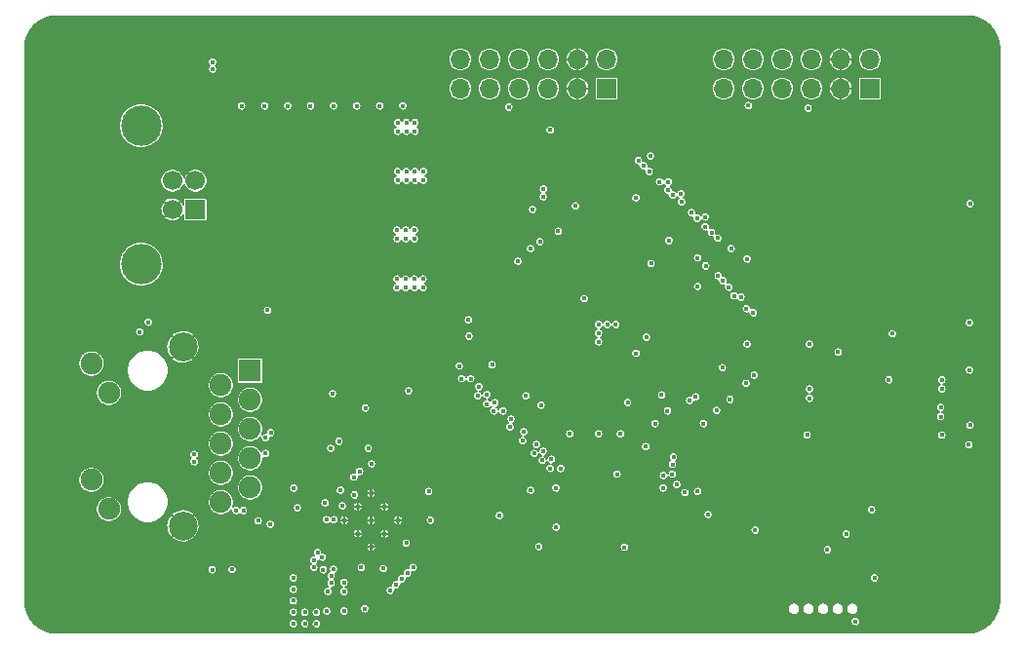
<source format=gbr>
G04 #@! TF.GenerationSoftware,KiCad,Pcbnew,5.1.4*
G04 #@! TF.CreationDate,2019-11-03T20:29:55+00:00*
G04 #@! TF.ProjectId,manila_ice,6d616e69-6c61-45f6-9963-652e6b696361,rev?*
G04 #@! TF.SameCoordinates,Original*
G04 #@! TF.FileFunction,Copper,L2,Inr*
G04 #@! TF.FilePolarity,Positive*
%FSLAX46Y46*%
G04 Gerber Fmt 4.6, Leading zero omitted, Abs format (unit mm)*
G04 Created by KiCad (PCBNEW 5.1.4) date 2019-11-03 20:29:55*
%MOMM*%
%LPD*%
G04 APERTURE LIST*
%ADD10C,3.500000*%
%ADD11C,1.700000*%
%ADD12R,1.700000X1.700000*%
%ADD13O,1.700000X1.700000*%
%ADD14C,1.900000*%
%ADD15C,2.500000*%
%ADD16R,1.900000X1.900000*%
%ADD17C,6.400000*%
%ADD18C,0.500000*%
%ADD19C,0.450000*%
%ADD20C,0.127000*%
G04 APERTURE END LIST*
D10*
X124090000Y-79730000D03*
X124090000Y-91770000D03*
D11*
X126800000Y-87000000D03*
X126800000Y-84500000D03*
X128800000Y-84500000D03*
D12*
X128800000Y-87000000D03*
D13*
X151800000Y-73960000D03*
X151800000Y-76500000D03*
X154340000Y-73960000D03*
X154340000Y-76500000D03*
X156880000Y-73960000D03*
X156880000Y-76500000D03*
X159420000Y-73960000D03*
X159420000Y-76500000D03*
X161960000Y-73960000D03*
X161960000Y-76500000D03*
X164500000Y-73960000D03*
D12*
X164500000Y-76500000D03*
D13*
X174660000Y-73960000D03*
X174660000Y-76500000D03*
X177200000Y-73960000D03*
X177200000Y-76500000D03*
X179740000Y-73960000D03*
X179740000Y-76500000D03*
X182280000Y-73960000D03*
X182280000Y-76500000D03*
X184820000Y-73960000D03*
X184820000Y-76500000D03*
X187360000Y-73960000D03*
D12*
X187360000Y-76500000D03*
D14*
X131010000Y-112430000D03*
X133550000Y-111160000D03*
D15*
X127710000Y-114490000D03*
X127710000Y-98940000D03*
D14*
X119760000Y-100390000D03*
X121280000Y-102930000D03*
X119760000Y-110500000D03*
X121280000Y-113040000D03*
X131010000Y-109890000D03*
X133550000Y-108620000D03*
X131010000Y-107350000D03*
X133550000Y-106080000D03*
X131010000Y-104810000D03*
X133550000Y-103540000D03*
X131010000Y-102270000D03*
D16*
X133550000Y-101000000D03*
D17*
X118800000Y-75000000D03*
X193800000Y-75000000D03*
X193800000Y-119000000D03*
X118800000Y-119000000D03*
D18*
X146383452Y-114000000D03*
X145216726Y-115166726D03*
X144050000Y-116333452D03*
X145216726Y-112833274D03*
X144050000Y-114000000D03*
X142883274Y-115166726D03*
X144050000Y-111666548D03*
X142883274Y-112833274D03*
X141716548Y-114000000D03*
D19*
X146350000Y-79450000D03*
X147100000Y-79450000D03*
X147850000Y-79450000D03*
X147850000Y-80200000D03*
X147100000Y-80200000D03*
X146350000Y-80200000D03*
X148600000Y-84450000D03*
X147850000Y-84450000D03*
X147100000Y-84450000D03*
X146350000Y-84450000D03*
X147100000Y-83700000D03*
X147850000Y-83700000D03*
X148600000Y-83700000D03*
X146350000Y-83700000D03*
X158800000Y-104000000D03*
X154550000Y-100500000D03*
X156800000Y-91500000D03*
X167050000Y-86000000D03*
X175550000Y-94500000D03*
X174550000Y-100750000D03*
X196050000Y-105750000D03*
X196050000Y-86500000D03*
X137343153Y-111206847D03*
X137648349Y-112901651D03*
X140800000Y-118250000D03*
X143800000Y-107750000D03*
X140050004Y-112500004D03*
X147300000Y-102750000D03*
X158068362Y-87000000D03*
X149050000Y-111500000D03*
X169781097Y-104500000D03*
X165700000Y-106500000D03*
X158600000Y-116300000D03*
X166050000Y-116350000D03*
X157900000Y-111400000D03*
X155200000Y-113600000D03*
X160100000Y-111200000D03*
X160118860Y-114618860D03*
X145100000Y-118200000D03*
X147100000Y-116000000D03*
X169900000Y-89700000D03*
X167950000Y-98100000D03*
X187750000Y-119000000D03*
X141400000Y-111400000D03*
X161300000Y-106500000D03*
X152550000Y-98000000D03*
X156000000Y-78100000D03*
X159600000Y-80100000D03*
X176800000Y-77979460D03*
X182000000Y-78200000D03*
X187500000Y-113100000D03*
X196000000Y-100950000D03*
X195950000Y-107450000D03*
X196000000Y-96850000D03*
X182100000Y-98700000D03*
X182100000Y-103400000D03*
X172900000Y-105600000D03*
X165400000Y-110000000D03*
X186100000Y-122800000D03*
X163800000Y-98500000D03*
X163800000Y-97750000D03*
X163800000Y-97000000D03*
X164550000Y-97000000D03*
X165300000Y-97000000D03*
X124710000Y-96800000D03*
X161800000Y-86700000D03*
X125500000Y-117500000D03*
X131800000Y-71400000D03*
X159200000Y-98700000D03*
X115000000Y-97000000D03*
X119200000Y-97000000D03*
X125500000Y-116000000D03*
X128800000Y-116000000D03*
X196800000Y-84100000D03*
X196800000Y-110000000D03*
X189400000Y-111500000D03*
X180700000Y-110000000D03*
X184500000Y-107400000D03*
X184500000Y-105800000D03*
X182100000Y-105800000D03*
X184500000Y-101000000D03*
X182200000Y-100800000D03*
X184651804Y-96960701D03*
X193600000Y-98400000D03*
X180500000Y-122800000D03*
X184500000Y-86600000D03*
X138009795Y-115438494D03*
X139800000Y-115000000D03*
X139030004Y-110519996D03*
X136800000Y-98000000D03*
X142300000Y-98500000D03*
X180550000Y-116750000D03*
X174050000Y-122000000D03*
X166050000Y-122000000D03*
X157800000Y-122000000D03*
X156550000Y-98500000D03*
X159800000Y-100750000D03*
X160800000Y-102000000D03*
X167800000Y-102500000D03*
X172550000Y-98750000D03*
X174550000Y-96750000D03*
X172550000Y-95250000D03*
X164800000Y-88250000D03*
X162800000Y-85500000D03*
X160050000Y-88250000D03*
X169550000Y-105500000D03*
X166550000Y-109000000D03*
X169800000Y-113898350D03*
X166695083Y-85492976D03*
X153800000Y-99250000D03*
X159550000Y-105250000D03*
X158400000Y-109300000D03*
X159100000Y-93800000D03*
X148400000Y-122800000D03*
X171200000Y-107300000D03*
X169800000Y-88400000D03*
X158100000Y-99500000D03*
X133800000Y-71400000D03*
X135800000Y-71400000D03*
X137800000Y-71400000D03*
X139800000Y-71400000D03*
X141800000Y-71400000D03*
X143800000Y-71400000D03*
X145800000Y-71400000D03*
X147800000Y-71400000D03*
X139250000Y-113750000D03*
X137900000Y-107900000D03*
X164925000Y-91125000D03*
X164925000Y-93625000D03*
X140150000Y-122675000D03*
X143375000Y-122650000D03*
X141737500Y-122662500D03*
X129050000Y-77500000D03*
X132350000Y-95700000D03*
X131600000Y-91150000D03*
X134600000Y-88750000D03*
X135200000Y-88750000D03*
X135800000Y-88750000D03*
X136400000Y-88750000D03*
X136650000Y-96800000D03*
X137400000Y-96800000D03*
X138150000Y-96800000D03*
X138150000Y-96050000D03*
X137400000Y-96050000D03*
X136650000Y-96050000D03*
X136650000Y-95300000D03*
X137400000Y-95300000D03*
X138150000Y-95300000D03*
X138150000Y-94550000D03*
X137400000Y-94550000D03*
X136650000Y-94550000D03*
X136650000Y-93800000D03*
X137400000Y-93800000D03*
X138150000Y-93800000D03*
X138150000Y-93050000D03*
X137400000Y-93050000D03*
X136650000Y-93050000D03*
X132460000Y-86295000D03*
X131710000Y-81745000D03*
X134710000Y-79345000D03*
X135310000Y-79345000D03*
X135910000Y-79345000D03*
X136510000Y-79345000D03*
X136760000Y-87395000D03*
X137510000Y-87395000D03*
X138260000Y-87395000D03*
X138260000Y-86645000D03*
X137510000Y-86645000D03*
X136760000Y-86645000D03*
X136760000Y-85895000D03*
X137510000Y-85895000D03*
X138260000Y-85895000D03*
X138260000Y-85145000D03*
X137510000Y-85145000D03*
X136760000Y-85145000D03*
X136760000Y-84395000D03*
X137510000Y-84395000D03*
X138260000Y-84395000D03*
X138260000Y-83645000D03*
X137510000Y-83645000D03*
X136760000Y-83645000D03*
X156950000Y-94100000D03*
X156276171Y-86600000D03*
X151300000Y-80000000D03*
X151300000Y-81000000D03*
X151300000Y-82000000D03*
X151300000Y-83000000D03*
X151300000Y-84000000D03*
X151300000Y-85000000D03*
X151300000Y-86000000D03*
X151300000Y-87000000D03*
X151300000Y-88000000D03*
X151300000Y-89000000D03*
X151300000Y-90500000D03*
X151300000Y-92000000D03*
X151000000Y-94000000D03*
X163500000Y-95100000D03*
X146500000Y-95740000D03*
X147170000Y-86270000D03*
X150400000Y-98150000D03*
X153550000Y-82500000D03*
X153550000Y-83500000D03*
X153550000Y-87000000D03*
X153550000Y-88000000D03*
X153550000Y-89000000D03*
X128900000Y-97800000D03*
X126500000Y-97800000D03*
X163600000Y-107600000D03*
X127400000Y-72400000D03*
X129300000Y-120000000D03*
X136500000Y-103300000D03*
X156300000Y-82300000D03*
X159600000Y-82300000D03*
X176800000Y-80400000D03*
X182000000Y-82300000D03*
X141000000Y-99000000D03*
X197700000Y-99200000D03*
X197700000Y-97800000D03*
X197700000Y-104200000D03*
X172650000Y-115625000D03*
X123250000Y-96800000D03*
X146300000Y-93050000D03*
X147050000Y-93050000D03*
X147800000Y-93050000D03*
X148550000Y-93050000D03*
X146300000Y-88800000D03*
X147050000Y-88800000D03*
X147800000Y-88800000D03*
X147800000Y-89550000D03*
X147050000Y-89550000D03*
X146300000Y-89550000D03*
X148550000Y-93800000D03*
X147800000Y-93800000D03*
X147050000Y-93800000D03*
X146300000Y-93800000D03*
X162550000Y-94750000D03*
X167050000Y-99500000D03*
X163800000Y-106500000D03*
X152500000Y-96600000D03*
X157500000Y-103200000D03*
X176700000Y-98700000D03*
X174603325Y-93203391D03*
X143050000Y-109750000D03*
X140700000Y-103000000D03*
X167900000Y-107600000D03*
X170200020Y-110000000D03*
X146800000Y-78000000D03*
X144800000Y-78000000D03*
X142800000Y-78000000D03*
X140800000Y-78000000D03*
X138800000Y-78000000D03*
X136800000Y-78000000D03*
X134800000Y-78000000D03*
X132800000Y-78000000D03*
X134900000Y-108200000D03*
X170600000Y-110900000D03*
X183668324Y-116568324D03*
X169400000Y-111200000D03*
X173300000Y-113500000D03*
X171300000Y-111600000D03*
X185300000Y-115200000D03*
X155500000Y-104500000D03*
X141256676Y-107143324D03*
X159600000Y-109500000D03*
X159700000Y-108700000D03*
X158900000Y-108800000D03*
X159000000Y-108000000D03*
X158200000Y-108200000D03*
X158400000Y-107400000D03*
X145700000Y-120100000D03*
X169426193Y-110131944D03*
X193600000Y-106600000D03*
X193500000Y-105000000D03*
X193500000Y-104200000D03*
X193600000Y-102600000D03*
X193600000Y-101800000D03*
X176630964Y-95623525D03*
X176158920Y-94610712D03*
X175100000Y-93750000D03*
X174170031Y-92761468D03*
X176700000Y-91300000D03*
X175300000Y-90401640D03*
X174150000Y-89500000D03*
X173600000Y-89000000D03*
X173050000Y-87650000D03*
X171850000Y-87250000D03*
X170950000Y-85650000D03*
X169800000Y-85300000D03*
X169100000Y-84600000D03*
X167700000Y-83200000D03*
X168300253Y-82351649D03*
X167250000Y-82750000D03*
X168200000Y-83700000D03*
X169850000Y-84600000D03*
X170250000Y-85750000D03*
X171000000Y-86350000D03*
X172350000Y-87750000D03*
X173050000Y-88500000D03*
X172400000Y-91200000D03*
X173100000Y-91900000D03*
X172400000Y-93700000D03*
X189300000Y-97800000D03*
X184600000Y-99400000D03*
X177231676Y-95968324D03*
X189000000Y-101800000D03*
X182100000Y-102600000D03*
X177300000Y-101400000D03*
X176600000Y-102100000D03*
X181900000Y-106600000D03*
X168700000Y-105600000D03*
X166318324Y-103781676D03*
X169280177Y-103119823D03*
X174050000Y-104446098D03*
X146200000Y-119600000D03*
X146700000Y-119100000D03*
X147200000Y-118600000D03*
X147700000Y-118100000D03*
X160500000Y-109500000D03*
X157200000Y-107100000D03*
X157300000Y-106300000D03*
X156100000Y-105900000D03*
X156200000Y-105200000D03*
X154700000Y-104500000D03*
X154800000Y-103800000D03*
X154100000Y-103900000D03*
X154100000Y-103100000D03*
X153300000Y-103200000D03*
X153400000Y-102400000D03*
X152700000Y-101700000D03*
X151900000Y-101700000D03*
X151700000Y-100600000D03*
X142550000Y-110250000D03*
X140550000Y-107750000D03*
X175200000Y-103500000D03*
X177400000Y-114851650D03*
X172400000Y-111500000D03*
X130300000Y-74815800D03*
X130300000Y-74184200D03*
X170300000Y-108500000D03*
X170212018Y-109152127D03*
X140184200Y-113950000D03*
X140815800Y-113950000D03*
X139072432Y-117470981D03*
X135333723Y-106390845D03*
X139072432Y-118102581D03*
X134887113Y-106837455D03*
X140585917Y-118844055D03*
X128700000Y-108284200D03*
X135300000Y-114349992D03*
X140585917Y-119475655D03*
X128700000Y-108915800D03*
X130250000Y-118300000D03*
X131983098Y-118276906D03*
X134250000Y-114050000D03*
X132965800Y-113150000D03*
X132334200Y-113150000D03*
X149200000Y-114000000D03*
X144100000Y-109100000D03*
X143200000Y-118100000D03*
X142600000Y-111800000D03*
X141700000Y-121900000D03*
X143500000Y-121700000D03*
X140200000Y-121900000D03*
X140300000Y-120200000D03*
X141700000Y-120200000D03*
X141700000Y-119400000D03*
X139900000Y-118300000D03*
X139800000Y-117200000D03*
X139400000Y-116800000D03*
X137300000Y-119000000D03*
X137300000Y-120000000D03*
X137300000Y-121000000D03*
X137300000Y-122000000D03*
X137300000Y-123000000D03*
X138300000Y-123000000D03*
X139300000Y-123000000D03*
X139300000Y-122000000D03*
X138300000Y-122000000D03*
X143550000Y-104250000D03*
X141550000Y-112750000D03*
X157900000Y-90400000D03*
X158700000Y-89800000D03*
X171700000Y-103600000D03*
X172230704Y-103281578D03*
X159018744Y-85231256D03*
X160300007Y-88899993D03*
X123972500Y-97637500D03*
X135062461Y-95764511D03*
X168350000Y-91700000D03*
X159000000Y-85900000D03*
D20*
G36*
X196340645Y-70269544D02*
G01*
X196860696Y-70426556D01*
X197340349Y-70681592D01*
X197761325Y-71024933D01*
X198107600Y-71443508D01*
X198365976Y-71921364D01*
X198526616Y-72440307D01*
X198584466Y-72990725D01*
X198584500Y-73000464D01*
X198584501Y-120989445D01*
X198530456Y-121540645D01*
X198373444Y-122060696D01*
X198118409Y-122540346D01*
X197775070Y-122961323D01*
X197356492Y-123307600D01*
X196878640Y-123565973D01*
X196359694Y-123726616D01*
X195809283Y-123784466D01*
X195799536Y-123784500D01*
X116810545Y-123784500D01*
X116259355Y-123730456D01*
X115739304Y-123573444D01*
X115259654Y-123318409D01*
X114838677Y-122975070D01*
X114825447Y-122959077D01*
X136884500Y-122959077D01*
X136884500Y-123040923D01*
X136900468Y-123121197D01*
X136931789Y-123196813D01*
X136977260Y-123264866D01*
X137035134Y-123322740D01*
X137103187Y-123368211D01*
X137178803Y-123399532D01*
X137259077Y-123415500D01*
X137340923Y-123415500D01*
X137421197Y-123399532D01*
X137496813Y-123368211D01*
X137564866Y-123322740D01*
X137622740Y-123264866D01*
X137668211Y-123196813D01*
X137699532Y-123121197D01*
X137715500Y-123040923D01*
X137715500Y-122959077D01*
X137884500Y-122959077D01*
X137884500Y-123040923D01*
X137900468Y-123121197D01*
X137931789Y-123196813D01*
X137977260Y-123264866D01*
X138035134Y-123322740D01*
X138103187Y-123368211D01*
X138178803Y-123399532D01*
X138259077Y-123415500D01*
X138340923Y-123415500D01*
X138421197Y-123399532D01*
X138496813Y-123368211D01*
X138564866Y-123322740D01*
X138622740Y-123264866D01*
X138668211Y-123196813D01*
X138699532Y-123121197D01*
X138715500Y-123040923D01*
X138715500Y-122959077D01*
X138884500Y-122959077D01*
X138884500Y-123040923D01*
X138900468Y-123121197D01*
X138931789Y-123196813D01*
X138977260Y-123264866D01*
X139035134Y-123322740D01*
X139103187Y-123368211D01*
X139178803Y-123399532D01*
X139259077Y-123415500D01*
X139340923Y-123415500D01*
X139421197Y-123399532D01*
X139496813Y-123368211D01*
X139564866Y-123322740D01*
X139622740Y-123264866D01*
X139668211Y-123196813D01*
X139699532Y-123121197D01*
X139715500Y-123040923D01*
X139715500Y-122959077D01*
X139699532Y-122878803D01*
X139668211Y-122803187D01*
X139638739Y-122759077D01*
X185684500Y-122759077D01*
X185684500Y-122840923D01*
X185700468Y-122921197D01*
X185731789Y-122996813D01*
X185777260Y-123064866D01*
X185835134Y-123122740D01*
X185903187Y-123168211D01*
X185978803Y-123199532D01*
X186059077Y-123215500D01*
X186140923Y-123215500D01*
X186221197Y-123199532D01*
X186296813Y-123168211D01*
X186364866Y-123122740D01*
X186422740Y-123064866D01*
X186468211Y-122996813D01*
X186499532Y-122921197D01*
X186515500Y-122840923D01*
X186515500Y-122759077D01*
X186499532Y-122678803D01*
X186468211Y-122603187D01*
X186422740Y-122535134D01*
X186364866Y-122477260D01*
X186296813Y-122431789D01*
X186221197Y-122400468D01*
X186140923Y-122384500D01*
X186059077Y-122384500D01*
X185978803Y-122400468D01*
X185903187Y-122431789D01*
X185835134Y-122477260D01*
X185777260Y-122535134D01*
X185731789Y-122603187D01*
X185700468Y-122678803D01*
X185684500Y-122759077D01*
X139638739Y-122759077D01*
X139622740Y-122735134D01*
X139564866Y-122677260D01*
X139496813Y-122631789D01*
X139421197Y-122600468D01*
X139340923Y-122584500D01*
X139259077Y-122584500D01*
X139178803Y-122600468D01*
X139103187Y-122631789D01*
X139035134Y-122677260D01*
X138977260Y-122735134D01*
X138931789Y-122803187D01*
X138900468Y-122878803D01*
X138884500Y-122959077D01*
X138715500Y-122959077D01*
X138699532Y-122878803D01*
X138668211Y-122803187D01*
X138622740Y-122735134D01*
X138564866Y-122677260D01*
X138496813Y-122631789D01*
X138421197Y-122600468D01*
X138340923Y-122584500D01*
X138259077Y-122584500D01*
X138178803Y-122600468D01*
X138103187Y-122631789D01*
X138035134Y-122677260D01*
X137977260Y-122735134D01*
X137931789Y-122803187D01*
X137900468Y-122878803D01*
X137884500Y-122959077D01*
X137715500Y-122959077D01*
X137699532Y-122878803D01*
X137668211Y-122803187D01*
X137622740Y-122735134D01*
X137564866Y-122677260D01*
X137496813Y-122631789D01*
X137421197Y-122600468D01*
X137340923Y-122584500D01*
X137259077Y-122584500D01*
X137178803Y-122600468D01*
X137103187Y-122631789D01*
X137035134Y-122677260D01*
X136977260Y-122735134D01*
X136931789Y-122803187D01*
X136900468Y-122878803D01*
X136884500Y-122959077D01*
X114825447Y-122959077D01*
X114492400Y-122556492D01*
X114234027Y-122078640D01*
X114197016Y-121959077D01*
X136884500Y-121959077D01*
X136884500Y-122040923D01*
X136900468Y-122121197D01*
X136931789Y-122196813D01*
X136977260Y-122264866D01*
X137035134Y-122322740D01*
X137103187Y-122368211D01*
X137178803Y-122399532D01*
X137259077Y-122415500D01*
X137340923Y-122415500D01*
X137421197Y-122399532D01*
X137496813Y-122368211D01*
X137564866Y-122322740D01*
X137622740Y-122264866D01*
X137668211Y-122196813D01*
X137699532Y-122121197D01*
X137715500Y-122040923D01*
X137715500Y-121959077D01*
X137884500Y-121959077D01*
X137884500Y-122040923D01*
X137900468Y-122121197D01*
X137931789Y-122196813D01*
X137977260Y-122264866D01*
X138035134Y-122322740D01*
X138103187Y-122368211D01*
X138178803Y-122399532D01*
X138259077Y-122415500D01*
X138340923Y-122415500D01*
X138421197Y-122399532D01*
X138496813Y-122368211D01*
X138564866Y-122322740D01*
X138622740Y-122264866D01*
X138668211Y-122196813D01*
X138699532Y-122121197D01*
X138715500Y-122040923D01*
X138715500Y-121959077D01*
X138884500Y-121959077D01*
X138884500Y-122040923D01*
X138900468Y-122121197D01*
X138931789Y-122196813D01*
X138977260Y-122264866D01*
X139035134Y-122322740D01*
X139103187Y-122368211D01*
X139178803Y-122399532D01*
X139259077Y-122415500D01*
X139340923Y-122415500D01*
X139421197Y-122399532D01*
X139496813Y-122368211D01*
X139564866Y-122322740D01*
X139622740Y-122264866D01*
X139668211Y-122196813D01*
X139699532Y-122121197D01*
X139715500Y-122040923D01*
X139715500Y-121959077D01*
X139699532Y-121878803D01*
X139691362Y-121859077D01*
X139784500Y-121859077D01*
X139784500Y-121940923D01*
X139800468Y-122021197D01*
X139831789Y-122096813D01*
X139877260Y-122164866D01*
X139935134Y-122222740D01*
X140003187Y-122268211D01*
X140078803Y-122299532D01*
X140159077Y-122315500D01*
X140240923Y-122315500D01*
X140321197Y-122299532D01*
X140396813Y-122268211D01*
X140464866Y-122222740D01*
X140522740Y-122164866D01*
X140568211Y-122096813D01*
X140599532Y-122021197D01*
X140615500Y-121940923D01*
X140615500Y-121859077D01*
X141284500Y-121859077D01*
X141284500Y-121940923D01*
X141300468Y-122021197D01*
X141331789Y-122096813D01*
X141377260Y-122164866D01*
X141435134Y-122222740D01*
X141503187Y-122268211D01*
X141578803Y-122299532D01*
X141659077Y-122315500D01*
X141740923Y-122315500D01*
X141821197Y-122299532D01*
X141896813Y-122268211D01*
X141964866Y-122222740D01*
X142022740Y-122164866D01*
X142068211Y-122096813D01*
X142099532Y-122021197D01*
X142115500Y-121940923D01*
X142115500Y-121859077D01*
X142099532Y-121778803D01*
X142068211Y-121703187D01*
X142038739Y-121659077D01*
X143084500Y-121659077D01*
X143084500Y-121740923D01*
X143100468Y-121821197D01*
X143131789Y-121896813D01*
X143177260Y-121964866D01*
X143235134Y-122022740D01*
X143303187Y-122068211D01*
X143378803Y-122099532D01*
X143459077Y-122115500D01*
X143540923Y-122115500D01*
X143621197Y-122099532D01*
X143696813Y-122068211D01*
X143764866Y-122022740D01*
X143822740Y-121964866D01*
X143868211Y-121896813D01*
X143899532Y-121821197D01*
X143915500Y-121740923D01*
X143915500Y-121659077D01*
X143912057Y-121641765D01*
X180219500Y-121641765D01*
X180219500Y-121748235D01*
X180240271Y-121852658D01*
X180281015Y-121951023D01*
X180340166Y-122039549D01*
X180415451Y-122114834D01*
X180503977Y-122173985D01*
X180602342Y-122214729D01*
X180706765Y-122235500D01*
X180813235Y-122235500D01*
X180917658Y-122214729D01*
X181016023Y-122173985D01*
X181104549Y-122114834D01*
X181179834Y-122039549D01*
X181238985Y-121951023D01*
X181279729Y-121852658D01*
X181300500Y-121748235D01*
X181300500Y-121641765D01*
X181489500Y-121641765D01*
X181489500Y-121748235D01*
X181510271Y-121852658D01*
X181551015Y-121951023D01*
X181610166Y-122039549D01*
X181685451Y-122114834D01*
X181773977Y-122173985D01*
X181872342Y-122214729D01*
X181976765Y-122235500D01*
X182083235Y-122235500D01*
X182187658Y-122214729D01*
X182286023Y-122173985D01*
X182374549Y-122114834D01*
X182449834Y-122039549D01*
X182508985Y-121951023D01*
X182549729Y-121852658D01*
X182570500Y-121748235D01*
X182570500Y-121641765D01*
X182759500Y-121641765D01*
X182759500Y-121748235D01*
X182780271Y-121852658D01*
X182821015Y-121951023D01*
X182880166Y-122039549D01*
X182955451Y-122114834D01*
X183043977Y-122173985D01*
X183142342Y-122214729D01*
X183246765Y-122235500D01*
X183353235Y-122235500D01*
X183457658Y-122214729D01*
X183556023Y-122173985D01*
X183644549Y-122114834D01*
X183719834Y-122039549D01*
X183778985Y-121951023D01*
X183819729Y-121852658D01*
X183840500Y-121748235D01*
X183840500Y-121641765D01*
X184029500Y-121641765D01*
X184029500Y-121748235D01*
X184050271Y-121852658D01*
X184091015Y-121951023D01*
X184150166Y-122039549D01*
X184225451Y-122114834D01*
X184313977Y-122173985D01*
X184412342Y-122214729D01*
X184516765Y-122235500D01*
X184623235Y-122235500D01*
X184727658Y-122214729D01*
X184826023Y-122173985D01*
X184914549Y-122114834D01*
X184989834Y-122039549D01*
X185048985Y-121951023D01*
X185089729Y-121852658D01*
X185110500Y-121748235D01*
X185110500Y-121641765D01*
X185299500Y-121641765D01*
X185299500Y-121748235D01*
X185320271Y-121852658D01*
X185361015Y-121951023D01*
X185420166Y-122039549D01*
X185495451Y-122114834D01*
X185583977Y-122173985D01*
X185682342Y-122214729D01*
X185786765Y-122235500D01*
X185893235Y-122235500D01*
X185997658Y-122214729D01*
X186096023Y-122173985D01*
X186184549Y-122114834D01*
X186259834Y-122039549D01*
X186318985Y-121951023D01*
X186359729Y-121852658D01*
X186380500Y-121748235D01*
X186380500Y-121641765D01*
X186359729Y-121537342D01*
X186318985Y-121438977D01*
X186259834Y-121350451D01*
X186184549Y-121275166D01*
X186096023Y-121216015D01*
X185997658Y-121175271D01*
X185893235Y-121154500D01*
X185786765Y-121154500D01*
X185682342Y-121175271D01*
X185583977Y-121216015D01*
X185495451Y-121275166D01*
X185420166Y-121350451D01*
X185361015Y-121438977D01*
X185320271Y-121537342D01*
X185299500Y-121641765D01*
X185110500Y-121641765D01*
X185089729Y-121537342D01*
X185048985Y-121438977D01*
X184989834Y-121350451D01*
X184914549Y-121275166D01*
X184826023Y-121216015D01*
X184727658Y-121175271D01*
X184623235Y-121154500D01*
X184516765Y-121154500D01*
X184412342Y-121175271D01*
X184313977Y-121216015D01*
X184225451Y-121275166D01*
X184150166Y-121350451D01*
X184091015Y-121438977D01*
X184050271Y-121537342D01*
X184029500Y-121641765D01*
X183840500Y-121641765D01*
X183819729Y-121537342D01*
X183778985Y-121438977D01*
X183719834Y-121350451D01*
X183644549Y-121275166D01*
X183556023Y-121216015D01*
X183457658Y-121175271D01*
X183353235Y-121154500D01*
X183246765Y-121154500D01*
X183142342Y-121175271D01*
X183043977Y-121216015D01*
X182955451Y-121275166D01*
X182880166Y-121350451D01*
X182821015Y-121438977D01*
X182780271Y-121537342D01*
X182759500Y-121641765D01*
X182570500Y-121641765D01*
X182549729Y-121537342D01*
X182508985Y-121438977D01*
X182449834Y-121350451D01*
X182374549Y-121275166D01*
X182286023Y-121216015D01*
X182187658Y-121175271D01*
X182083235Y-121154500D01*
X181976765Y-121154500D01*
X181872342Y-121175271D01*
X181773977Y-121216015D01*
X181685451Y-121275166D01*
X181610166Y-121350451D01*
X181551015Y-121438977D01*
X181510271Y-121537342D01*
X181489500Y-121641765D01*
X181300500Y-121641765D01*
X181279729Y-121537342D01*
X181238985Y-121438977D01*
X181179834Y-121350451D01*
X181104549Y-121275166D01*
X181016023Y-121216015D01*
X180917658Y-121175271D01*
X180813235Y-121154500D01*
X180706765Y-121154500D01*
X180602342Y-121175271D01*
X180503977Y-121216015D01*
X180415451Y-121275166D01*
X180340166Y-121350451D01*
X180281015Y-121438977D01*
X180240271Y-121537342D01*
X180219500Y-121641765D01*
X143912057Y-121641765D01*
X143899532Y-121578803D01*
X143868211Y-121503187D01*
X143822740Y-121435134D01*
X143764866Y-121377260D01*
X143696813Y-121331789D01*
X143621197Y-121300468D01*
X143540923Y-121284500D01*
X143459077Y-121284500D01*
X143378803Y-121300468D01*
X143303187Y-121331789D01*
X143235134Y-121377260D01*
X143177260Y-121435134D01*
X143131789Y-121503187D01*
X143100468Y-121578803D01*
X143084500Y-121659077D01*
X142038739Y-121659077D01*
X142022740Y-121635134D01*
X141964866Y-121577260D01*
X141896813Y-121531789D01*
X141821197Y-121500468D01*
X141740923Y-121484500D01*
X141659077Y-121484500D01*
X141578803Y-121500468D01*
X141503187Y-121531789D01*
X141435134Y-121577260D01*
X141377260Y-121635134D01*
X141331789Y-121703187D01*
X141300468Y-121778803D01*
X141284500Y-121859077D01*
X140615500Y-121859077D01*
X140599532Y-121778803D01*
X140568211Y-121703187D01*
X140522740Y-121635134D01*
X140464866Y-121577260D01*
X140396813Y-121531789D01*
X140321197Y-121500468D01*
X140240923Y-121484500D01*
X140159077Y-121484500D01*
X140078803Y-121500468D01*
X140003187Y-121531789D01*
X139935134Y-121577260D01*
X139877260Y-121635134D01*
X139831789Y-121703187D01*
X139800468Y-121778803D01*
X139784500Y-121859077D01*
X139691362Y-121859077D01*
X139668211Y-121803187D01*
X139622740Y-121735134D01*
X139564866Y-121677260D01*
X139496813Y-121631789D01*
X139421197Y-121600468D01*
X139340923Y-121584500D01*
X139259077Y-121584500D01*
X139178803Y-121600468D01*
X139103187Y-121631789D01*
X139035134Y-121677260D01*
X138977260Y-121735134D01*
X138931789Y-121803187D01*
X138900468Y-121878803D01*
X138884500Y-121959077D01*
X138715500Y-121959077D01*
X138699532Y-121878803D01*
X138668211Y-121803187D01*
X138622740Y-121735134D01*
X138564866Y-121677260D01*
X138496813Y-121631789D01*
X138421197Y-121600468D01*
X138340923Y-121584500D01*
X138259077Y-121584500D01*
X138178803Y-121600468D01*
X138103187Y-121631789D01*
X138035134Y-121677260D01*
X137977260Y-121735134D01*
X137931789Y-121803187D01*
X137900468Y-121878803D01*
X137884500Y-121959077D01*
X137715500Y-121959077D01*
X137699532Y-121878803D01*
X137668211Y-121803187D01*
X137622740Y-121735134D01*
X137564866Y-121677260D01*
X137496813Y-121631789D01*
X137421197Y-121600468D01*
X137340923Y-121584500D01*
X137259077Y-121584500D01*
X137178803Y-121600468D01*
X137103187Y-121631789D01*
X137035134Y-121677260D01*
X136977260Y-121735134D01*
X136931789Y-121803187D01*
X136900468Y-121878803D01*
X136884500Y-121959077D01*
X114197016Y-121959077D01*
X114073384Y-121559694D01*
X114015534Y-121009283D01*
X114015500Y-120999536D01*
X114015500Y-120959077D01*
X136884500Y-120959077D01*
X136884500Y-121040923D01*
X136900468Y-121121197D01*
X136931789Y-121196813D01*
X136977260Y-121264866D01*
X137035134Y-121322740D01*
X137103187Y-121368211D01*
X137178803Y-121399532D01*
X137259077Y-121415500D01*
X137340923Y-121415500D01*
X137421197Y-121399532D01*
X137496813Y-121368211D01*
X137564866Y-121322740D01*
X137622740Y-121264866D01*
X137668211Y-121196813D01*
X137699532Y-121121197D01*
X137715500Y-121040923D01*
X137715500Y-120959077D01*
X137699532Y-120878803D01*
X137668211Y-120803187D01*
X137622740Y-120735134D01*
X137564866Y-120677260D01*
X137496813Y-120631789D01*
X137421197Y-120600468D01*
X137340923Y-120584500D01*
X137259077Y-120584500D01*
X137178803Y-120600468D01*
X137103187Y-120631789D01*
X137035134Y-120677260D01*
X136977260Y-120735134D01*
X136931789Y-120803187D01*
X136900468Y-120878803D01*
X136884500Y-120959077D01*
X114015500Y-120959077D01*
X114015500Y-119959077D01*
X136884500Y-119959077D01*
X136884500Y-120040923D01*
X136900468Y-120121197D01*
X136931789Y-120196813D01*
X136977260Y-120264866D01*
X137035134Y-120322740D01*
X137103187Y-120368211D01*
X137178803Y-120399532D01*
X137259077Y-120415500D01*
X137340923Y-120415500D01*
X137421197Y-120399532D01*
X137496813Y-120368211D01*
X137564866Y-120322740D01*
X137622740Y-120264866D01*
X137668211Y-120196813D01*
X137683841Y-120159077D01*
X139884500Y-120159077D01*
X139884500Y-120240923D01*
X139900468Y-120321197D01*
X139931789Y-120396813D01*
X139977260Y-120464866D01*
X140035134Y-120522740D01*
X140103187Y-120568211D01*
X140178803Y-120599532D01*
X140259077Y-120615500D01*
X140340923Y-120615500D01*
X140421197Y-120599532D01*
X140496813Y-120568211D01*
X140564866Y-120522740D01*
X140622740Y-120464866D01*
X140668211Y-120396813D01*
X140699532Y-120321197D01*
X140715500Y-120240923D01*
X140715500Y-120159077D01*
X140699532Y-120078803D01*
X140668211Y-120003187D01*
X140622740Y-119935134D01*
X140578761Y-119891155D01*
X140626840Y-119891155D01*
X140707114Y-119875187D01*
X140782730Y-119843866D01*
X140850783Y-119798395D01*
X140908657Y-119740521D01*
X140954128Y-119672468D01*
X140985449Y-119596852D01*
X141001417Y-119516578D01*
X141001417Y-119434732D01*
X140986368Y-119359077D01*
X141284500Y-119359077D01*
X141284500Y-119440923D01*
X141300468Y-119521197D01*
X141331789Y-119596813D01*
X141377260Y-119664866D01*
X141435134Y-119722740D01*
X141503187Y-119768211D01*
X141578803Y-119799532D01*
X141581156Y-119800000D01*
X141578803Y-119800468D01*
X141503187Y-119831789D01*
X141435134Y-119877260D01*
X141377260Y-119935134D01*
X141331789Y-120003187D01*
X141300468Y-120078803D01*
X141284500Y-120159077D01*
X141284500Y-120240923D01*
X141300468Y-120321197D01*
X141331789Y-120396813D01*
X141377260Y-120464866D01*
X141435134Y-120522740D01*
X141503187Y-120568211D01*
X141578803Y-120599532D01*
X141659077Y-120615500D01*
X141740923Y-120615500D01*
X141821197Y-120599532D01*
X141896813Y-120568211D01*
X141964866Y-120522740D01*
X142022740Y-120464866D01*
X142068211Y-120396813D01*
X142099532Y-120321197D01*
X142115500Y-120240923D01*
X142115500Y-120159077D01*
X142099532Y-120078803D01*
X142091362Y-120059077D01*
X145284500Y-120059077D01*
X145284500Y-120140923D01*
X145300468Y-120221197D01*
X145331789Y-120296813D01*
X145377260Y-120364866D01*
X145435134Y-120422740D01*
X145503187Y-120468211D01*
X145578803Y-120499532D01*
X145659077Y-120515500D01*
X145740923Y-120515500D01*
X145821197Y-120499532D01*
X145896813Y-120468211D01*
X145964866Y-120422740D01*
X146022740Y-120364866D01*
X146068211Y-120296813D01*
X146099532Y-120221197D01*
X146115500Y-120140923D01*
X146115500Y-120059077D01*
X146104679Y-120004679D01*
X146159077Y-120015500D01*
X146240923Y-120015500D01*
X146321197Y-119999532D01*
X146396813Y-119968211D01*
X146464866Y-119922740D01*
X146522740Y-119864866D01*
X146568211Y-119796813D01*
X146599532Y-119721197D01*
X146615500Y-119640923D01*
X146615500Y-119559077D01*
X146604679Y-119504679D01*
X146659077Y-119515500D01*
X146740923Y-119515500D01*
X146821197Y-119499532D01*
X146896813Y-119468211D01*
X146964866Y-119422740D01*
X147022740Y-119364866D01*
X147068211Y-119296813D01*
X147099532Y-119221197D01*
X147115500Y-119140923D01*
X147115500Y-119059077D01*
X147104679Y-119004679D01*
X147159077Y-119015500D01*
X147240923Y-119015500D01*
X147321197Y-118999532D01*
X147396813Y-118968211D01*
X147410483Y-118959077D01*
X187334500Y-118959077D01*
X187334500Y-119040923D01*
X187350468Y-119121197D01*
X187381789Y-119196813D01*
X187427260Y-119264866D01*
X187485134Y-119322740D01*
X187553187Y-119368211D01*
X187628803Y-119399532D01*
X187709077Y-119415500D01*
X187790923Y-119415500D01*
X187871197Y-119399532D01*
X187946813Y-119368211D01*
X188014866Y-119322740D01*
X188072740Y-119264866D01*
X188118211Y-119196813D01*
X188149532Y-119121197D01*
X188165500Y-119040923D01*
X188165500Y-118959077D01*
X188149532Y-118878803D01*
X188118211Y-118803187D01*
X188072740Y-118735134D01*
X188014866Y-118677260D01*
X187946813Y-118631789D01*
X187871197Y-118600468D01*
X187790923Y-118584500D01*
X187709077Y-118584500D01*
X187628803Y-118600468D01*
X187553187Y-118631789D01*
X187485134Y-118677260D01*
X187427260Y-118735134D01*
X187381789Y-118803187D01*
X187350468Y-118878803D01*
X187334500Y-118959077D01*
X147410483Y-118959077D01*
X147464866Y-118922740D01*
X147522740Y-118864866D01*
X147568211Y-118796813D01*
X147599532Y-118721197D01*
X147615500Y-118640923D01*
X147615500Y-118559077D01*
X147604679Y-118504679D01*
X147659077Y-118515500D01*
X147740923Y-118515500D01*
X147821197Y-118499532D01*
X147896813Y-118468211D01*
X147964866Y-118422740D01*
X148022740Y-118364866D01*
X148068211Y-118296813D01*
X148099532Y-118221197D01*
X148115500Y-118140923D01*
X148115500Y-118059077D01*
X148099532Y-117978803D01*
X148068211Y-117903187D01*
X148022740Y-117835134D01*
X147964866Y-117777260D01*
X147896813Y-117731789D01*
X147821197Y-117700468D01*
X147740923Y-117684500D01*
X147659077Y-117684500D01*
X147578803Y-117700468D01*
X147503187Y-117731789D01*
X147435134Y-117777260D01*
X147377260Y-117835134D01*
X147331789Y-117903187D01*
X147300468Y-117978803D01*
X147284500Y-118059077D01*
X147284500Y-118140923D01*
X147295321Y-118195321D01*
X147240923Y-118184500D01*
X147159077Y-118184500D01*
X147078803Y-118200468D01*
X147003187Y-118231789D01*
X146935134Y-118277260D01*
X146877260Y-118335134D01*
X146831789Y-118403187D01*
X146800468Y-118478803D01*
X146784500Y-118559077D01*
X146784500Y-118640923D01*
X146795321Y-118695321D01*
X146740923Y-118684500D01*
X146659077Y-118684500D01*
X146578803Y-118700468D01*
X146503187Y-118731789D01*
X146435134Y-118777260D01*
X146377260Y-118835134D01*
X146331789Y-118903187D01*
X146300468Y-118978803D01*
X146284500Y-119059077D01*
X146284500Y-119140923D01*
X146295321Y-119195321D01*
X146240923Y-119184500D01*
X146159077Y-119184500D01*
X146078803Y-119200468D01*
X146003187Y-119231789D01*
X145935134Y-119277260D01*
X145877260Y-119335134D01*
X145831789Y-119403187D01*
X145800468Y-119478803D01*
X145784500Y-119559077D01*
X145784500Y-119640923D01*
X145795321Y-119695321D01*
X145740923Y-119684500D01*
X145659077Y-119684500D01*
X145578803Y-119700468D01*
X145503187Y-119731789D01*
X145435134Y-119777260D01*
X145377260Y-119835134D01*
X145331789Y-119903187D01*
X145300468Y-119978803D01*
X145284500Y-120059077D01*
X142091362Y-120059077D01*
X142068211Y-120003187D01*
X142022740Y-119935134D01*
X141964866Y-119877260D01*
X141896813Y-119831789D01*
X141821197Y-119800468D01*
X141818844Y-119800000D01*
X141821197Y-119799532D01*
X141896813Y-119768211D01*
X141964866Y-119722740D01*
X142022740Y-119664866D01*
X142068211Y-119596813D01*
X142099532Y-119521197D01*
X142115500Y-119440923D01*
X142115500Y-119359077D01*
X142099532Y-119278803D01*
X142068211Y-119203187D01*
X142022740Y-119135134D01*
X141964866Y-119077260D01*
X141896813Y-119031789D01*
X141821197Y-119000468D01*
X141740923Y-118984500D01*
X141659077Y-118984500D01*
X141578803Y-119000468D01*
X141503187Y-119031789D01*
X141435134Y-119077260D01*
X141377260Y-119135134D01*
X141331789Y-119203187D01*
X141300468Y-119278803D01*
X141284500Y-119359077D01*
X140986368Y-119359077D01*
X140985449Y-119354458D01*
X140954128Y-119278842D01*
X140908657Y-119210789D01*
X140857723Y-119159855D01*
X140908657Y-119108921D01*
X140954128Y-119040868D01*
X140985449Y-118965252D01*
X141001417Y-118884978D01*
X141001417Y-118803132D01*
X140985449Y-118722858D01*
X140954128Y-118647242D01*
X140948188Y-118638352D01*
X140996813Y-118618211D01*
X141064866Y-118572740D01*
X141122740Y-118514866D01*
X141168211Y-118446813D01*
X141199532Y-118371197D01*
X141215500Y-118290923D01*
X141215500Y-118209077D01*
X141199532Y-118128803D01*
X141170651Y-118059077D01*
X142784500Y-118059077D01*
X142784500Y-118140923D01*
X142800468Y-118221197D01*
X142831789Y-118296813D01*
X142877260Y-118364866D01*
X142935134Y-118422740D01*
X143003187Y-118468211D01*
X143078803Y-118499532D01*
X143159077Y-118515500D01*
X143240923Y-118515500D01*
X143321197Y-118499532D01*
X143396813Y-118468211D01*
X143464866Y-118422740D01*
X143522740Y-118364866D01*
X143568211Y-118296813D01*
X143599532Y-118221197D01*
X143611888Y-118159077D01*
X144684500Y-118159077D01*
X144684500Y-118240923D01*
X144700468Y-118321197D01*
X144731789Y-118396813D01*
X144777260Y-118464866D01*
X144835134Y-118522740D01*
X144903187Y-118568211D01*
X144978803Y-118599532D01*
X145059077Y-118615500D01*
X145140923Y-118615500D01*
X145221197Y-118599532D01*
X145296813Y-118568211D01*
X145364866Y-118522740D01*
X145422740Y-118464866D01*
X145468211Y-118396813D01*
X145499532Y-118321197D01*
X145515500Y-118240923D01*
X145515500Y-118159077D01*
X145499532Y-118078803D01*
X145468211Y-118003187D01*
X145422740Y-117935134D01*
X145364866Y-117877260D01*
X145296813Y-117831789D01*
X145221197Y-117800468D01*
X145140923Y-117784500D01*
X145059077Y-117784500D01*
X144978803Y-117800468D01*
X144903187Y-117831789D01*
X144835134Y-117877260D01*
X144777260Y-117935134D01*
X144731789Y-118003187D01*
X144700468Y-118078803D01*
X144684500Y-118159077D01*
X143611888Y-118159077D01*
X143615500Y-118140923D01*
X143615500Y-118059077D01*
X143599532Y-117978803D01*
X143568211Y-117903187D01*
X143522740Y-117835134D01*
X143464866Y-117777260D01*
X143396813Y-117731789D01*
X143321197Y-117700468D01*
X143240923Y-117684500D01*
X143159077Y-117684500D01*
X143078803Y-117700468D01*
X143003187Y-117731789D01*
X142935134Y-117777260D01*
X142877260Y-117835134D01*
X142831789Y-117903187D01*
X142800468Y-117978803D01*
X142784500Y-118059077D01*
X141170651Y-118059077D01*
X141168211Y-118053187D01*
X141122740Y-117985134D01*
X141064866Y-117927260D01*
X140996813Y-117881789D01*
X140921197Y-117850468D01*
X140840923Y-117834500D01*
X140759077Y-117834500D01*
X140678803Y-117850468D01*
X140603187Y-117881789D01*
X140535134Y-117927260D01*
X140477260Y-117985134D01*
X140431789Y-118053187D01*
X140400468Y-118128803D01*
X140384500Y-118209077D01*
X140384500Y-118290923D01*
X140400468Y-118371197D01*
X140431789Y-118446813D01*
X140437729Y-118455703D01*
X140389104Y-118475844D01*
X140321051Y-118521315D01*
X140263177Y-118579189D01*
X140217706Y-118647242D01*
X140186385Y-118722858D01*
X140170417Y-118803132D01*
X140170417Y-118884978D01*
X140186385Y-118965252D01*
X140217706Y-119040868D01*
X140263177Y-119108921D01*
X140314111Y-119159855D01*
X140263177Y-119210789D01*
X140217706Y-119278842D01*
X140186385Y-119354458D01*
X140170417Y-119434732D01*
X140170417Y-119516578D01*
X140186385Y-119596852D01*
X140217706Y-119672468D01*
X140263177Y-119740521D01*
X140307156Y-119784500D01*
X140259077Y-119784500D01*
X140178803Y-119800468D01*
X140103187Y-119831789D01*
X140035134Y-119877260D01*
X139977260Y-119935134D01*
X139931789Y-120003187D01*
X139900468Y-120078803D01*
X139884500Y-120159077D01*
X137683841Y-120159077D01*
X137699532Y-120121197D01*
X137715500Y-120040923D01*
X137715500Y-119959077D01*
X137699532Y-119878803D01*
X137668211Y-119803187D01*
X137622740Y-119735134D01*
X137564866Y-119677260D01*
X137496813Y-119631789D01*
X137421197Y-119600468D01*
X137340923Y-119584500D01*
X137259077Y-119584500D01*
X137178803Y-119600468D01*
X137103187Y-119631789D01*
X137035134Y-119677260D01*
X136977260Y-119735134D01*
X136931789Y-119803187D01*
X136900468Y-119878803D01*
X136884500Y-119959077D01*
X114015500Y-119959077D01*
X114015500Y-118959077D01*
X136884500Y-118959077D01*
X136884500Y-119040923D01*
X136900468Y-119121197D01*
X136931789Y-119196813D01*
X136977260Y-119264866D01*
X137035134Y-119322740D01*
X137103187Y-119368211D01*
X137178803Y-119399532D01*
X137259077Y-119415500D01*
X137340923Y-119415500D01*
X137421197Y-119399532D01*
X137496813Y-119368211D01*
X137564866Y-119322740D01*
X137622740Y-119264866D01*
X137668211Y-119196813D01*
X137699532Y-119121197D01*
X137715500Y-119040923D01*
X137715500Y-118959077D01*
X137699532Y-118878803D01*
X137668211Y-118803187D01*
X137622740Y-118735134D01*
X137564866Y-118677260D01*
X137496813Y-118631789D01*
X137421197Y-118600468D01*
X137340923Y-118584500D01*
X137259077Y-118584500D01*
X137178803Y-118600468D01*
X137103187Y-118631789D01*
X137035134Y-118677260D01*
X136977260Y-118735134D01*
X136931789Y-118803187D01*
X136900468Y-118878803D01*
X136884500Y-118959077D01*
X114015500Y-118959077D01*
X114015500Y-118259077D01*
X129834500Y-118259077D01*
X129834500Y-118340923D01*
X129850468Y-118421197D01*
X129881789Y-118496813D01*
X129927260Y-118564866D01*
X129985134Y-118622740D01*
X130053187Y-118668211D01*
X130128803Y-118699532D01*
X130209077Y-118715500D01*
X130290923Y-118715500D01*
X130371197Y-118699532D01*
X130446813Y-118668211D01*
X130514866Y-118622740D01*
X130572740Y-118564866D01*
X130618211Y-118496813D01*
X130649532Y-118421197D01*
X130665500Y-118340923D01*
X130665500Y-118259077D01*
X130660907Y-118235983D01*
X131567598Y-118235983D01*
X131567598Y-118317829D01*
X131583566Y-118398103D01*
X131614887Y-118473719D01*
X131660358Y-118541772D01*
X131718232Y-118599646D01*
X131786285Y-118645117D01*
X131861901Y-118676438D01*
X131942175Y-118692406D01*
X132024021Y-118692406D01*
X132104295Y-118676438D01*
X132179911Y-118645117D01*
X132247964Y-118599646D01*
X132305838Y-118541772D01*
X132351309Y-118473719D01*
X132382630Y-118398103D01*
X132398598Y-118317829D01*
X132398598Y-118235983D01*
X132382630Y-118155709D01*
X132351309Y-118080093D01*
X132305838Y-118012040D01*
X132247964Y-117954166D01*
X132179911Y-117908695D01*
X132104295Y-117877374D01*
X132024021Y-117861406D01*
X131942175Y-117861406D01*
X131861901Y-117877374D01*
X131786285Y-117908695D01*
X131718232Y-117954166D01*
X131660358Y-118012040D01*
X131614887Y-118080093D01*
X131583566Y-118155709D01*
X131567598Y-118235983D01*
X130660907Y-118235983D01*
X130649532Y-118178803D01*
X130618211Y-118103187D01*
X130572740Y-118035134D01*
X130514866Y-117977260D01*
X130446813Y-117931789D01*
X130371197Y-117900468D01*
X130290923Y-117884500D01*
X130209077Y-117884500D01*
X130128803Y-117900468D01*
X130053187Y-117931789D01*
X129985134Y-117977260D01*
X129927260Y-118035134D01*
X129881789Y-118103187D01*
X129850468Y-118178803D01*
X129834500Y-118259077D01*
X114015500Y-118259077D01*
X114015500Y-117430058D01*
X138656932Y-117430058D01*
X138656932Y-117511904D01*
X138672900Y-117592178D01*
X138704221Y-117667794D01*
X138749692Y-117735847D01*
X138800626Y-117786781D01*
X138749692Y-117837715D01*
X138704221Y-117905768D01*
X138672900Y-117981384D01*
X138656932Y-118061658D01*
X138656932Y-118143504D01*
X138672900Y-118223778D01*
X138704221Y-118299394D01*
X138749692Y-118367447D01*
X138807566Y-118425321D01*
X138875619Y-118470792D01*
X138951235Y-118502113D01*
X139031509Y-118518081D01*
X139113355Y-118518081D01*
X139193629Y-118502113D01*
X139269245Y-118470792D01*
X139337298Y-118425321D01*
X139395172Y-118367447D01*
X139440643Y-118299394D01*
X139457342Y-118259077D01*
X139484500Y-118259077D01*
X139484500Y-118340923D01*
X139500468Y-118421197D01*
X139531789Y-118496813D01*
X139577260Y-118564866D01*
X139635134Y-118622740D01*
X139703187Y-118668211D01*
X139778803Y-118699532D01*
X139859077Y-118715500D01*
X139940923Y-118715500D01*
X140021197Y-118699532D01*
X140096813Y-118668211D01*
X140164866Y-118622740D01*
X140222740Y-118564866D01*
X140268211Y-118496813D01*
X140299532Y-118421197D01*
X140315500Y-118340923D01*
X140315500Y-118259077D01*
X140299532Y-118178803D01*
X140268211Y-118103187D01*
X140222740Y-118035134D01*
X140164866Y-117977260D01*
X140096813Y-117931789D01*
X140021197Y-117900468D01*
X139940923Y-117884500D01*
X139859077Y-117884500D01*
X139778803Y-117900468D01*
X139703187Y-117931789D01*
X139635134Y-117977260D01*
X139577260Y-118035134D01*
X139531789Y-118103187D01*
X139500468Y-118178803D01*
X139484500Y-118259077D01*
X139457342Y-118259077D01*
X139471964Y-118223778D01*
X139487932Y-118143504D01*
X139487932Y-118061658D01*
X139471964Y-117981384D01*
X139440643Y-117905768D01*
X139395172Y-117837715D01*
X139344238Y-117786781D01*
X139395172Y-117735847D01*
X139440643Y-117667794D01*
X139471964Y-117592178D01*
X139487932Y-117511904D01*
X139487932Y-117475538D01*
X139535134Y-117522740D01*
X139603187Y-117568211D01*
X139678803Y-117599532D01*
X139759077Y-117615500D01*
X139840923Y-117615500D01*
X139921197Y-117599532D01*
X139996813Y-117568211D01*
X140064866Y-117522740D01*
X140122740Y-117464866D01*
X140168211Y-117396813D01*
X140199532Y-117321197D01*
X140215500Y-117240923D01*
X140215500Y-117159077D01*
X140199532Y-117078803D01*
X140168211Y-117003187D01*
X140122740Y-116935134D01*
X140064866Y-116877260D01*
X139996813Y-116831789D01*
X139921197Y-116800468D01*
X139840923Y-116784500D01*
X139815500Y-116784500D01*
X139815500Y-116759077D01*
X139799532Y-116678803D01*
X139768211Y-116603187D01*
X139722740Y-116535134D01*
X139664866Y-116477260D01*
X139596813Y-116431789D01*
X139531287Y-116404647D01*
X143610078Y-116404647D01*
X143632420Y-116489104D01*
X143670810Y-116567579D01*
X143723772Y-116637057D01*
X143789271Y-116694867D01*
X143864789Y-116738788D01*
X143947425Y-116767132D01*
X143978805Y-116773374D01*
X144048500Y-116730720D01*
X144048500Y-116334952D01*
X144051500Y-116334952D01*
X144051500Y-116730720D01*
X144121195Y-116773374D01*
X144205652Y-116751032D01*
X144284127Y-116712642D01*
X144353605Y-116659680D01*
X144411415Y-116594181D01*
X144455336Y-116518663D01*
X144483680Y-116436027D01*
X144489922Y-116404647D01*
X144447268Y-116334952D01*
X144051500Y-116334952D01*
X144048500Y-116334952D01*
X143652732Y-116334952D01*
X143610078Y-116404647D01*
X139531287Y-116404647D01*
X139521197Y-116400468D01*
X139440923Y-116384500D01*
X139359077Y-116384500D01*
X139278803Y-116400468D01*
X139203187Y-116431789D01*
X139135134Y-116477260D01*
X139077260Y-116535134D01*
X139031789Y-116603187D01*
X139000468Y-116678803D01*
X138984500Y-116759077D01*
X138984500Y-116840923D01*
X139000468Y-116921197D01*
X139031789Y-116996813D01*
X139070989Y-117055481D01*
X139031509Y-117055481D01*
X138951235Y-117071449D01*
X138875619Y-117102770D01*
X138807566Y-117148241D01*
X138749692Y-117206115D01*
X138704221Y-117274168D01*
X138672900Y-117349784D01*
X138656932Y-117430058D01*
X114015500Y-117430058D01*
X114015500Y-116262257D01*
X143610078Y-116262257D01*
X143652732Y-116331952D01*
X144048500Y-116331952D01*
X144048500Y-115936184D01*
X144051500Y-115936184D01*
X144051500Y-116331952D01*
X144447268Y-116331952D01*
X144489922Y-116262257D01*
X144467580Y-116177800D01*
X144429190Y-116099325D01*
X144376228Y-116029847D01*
X144310729Y-115972037D01*
X144288446Y-115959077D01*
X146684500Y-115959077D01*
X146684500Y-116040923D01*
X146700468Y-116121197D01*
X146731789Y-116196813D01*
X146777260Y-116264866D01*
X146835134Y-116322740D01*
X146903187Y-116368211D01*
X146978803Y-116399532D01*
X147059077Y-116415500D01*
X147140923Y-116415500D01*
X147221197Y-116399532D01*
X147296813Y-116368211D01*
X147364866Y-116322740D01*
X147422740Y-116264866D01*
X147426608Y-116259077D01*
X158184500Y-116259077D01*
X158184500Y-116340923D01*
X158200468Y-116421197D01*
X158231789Y-116496813D01*
X158277260Y-116564866D01*
X158335134Y-116622740D01*
X158403187Y-116668211D01*
X158478803Y-116699532D01*
X158559077Y-116715500D01*
X158640923Y-116715500D01*
X158721197Y-116699532D01*
X158796813Y-116668211D01*
X158864866Y-116622740D01*
X158922740Y-116564866D01*
X158968211Y-116496813D01*
X158999532Y-116421197D01*
X159015500Y-116340923D01*
X159015500Y-116309077D01*
X165634500Y-116309077D01*
X165634500Y-116390923D01*
X165650468Y-116471197D01*
X165681789Y-116546813D01*
X165727260Y-116614866D01*
X165785134Y-116672740D01*
X165853187Y-116718211D01*
X165928803Y-116749532D01*
X166009077Y-116765500D01*
X166090923Y-116765500D01*
X166171197Y-116749532D01*
X166246813Y-116718211D01*
X166314866Y-116672740D01*
X166372740Y-116614866D01*
X166418211Y-116546813D01*
X166426251Y-116527401D01*
X183252824Y-116527401D01*
X183252824Y-116609247D01*
X183268792Y-116689521D01*
X183300113Y-116765137D01*
X183345584Y-116833190D01*
X183403458Y-116891064D01*
X183471511Y-116936535D01*
X183547127Y-116967856D01*
X183627401Y-116983824D01*
X183709247Y-116983824D01*
X183789521Y-116967856D01*
X183865137Y-116936535D01*
X183933190Y-116891064D01*
X183991064Y-116833190D01*
X184036535Y-116765137D01*
X184067856Y-116689521D01*
X184083824Y-116609247D01*
X184083824Y-116527401D01*
X184067856Y-116447127D01*
X184036535Y-116371511D01*
X183991064Y-116303458D01*
X183933190Y-116245584D01*
X183865137Y-116200113D01*
X183789521Y-116168792D01*
X183709247Y-116152824D01*
X183627401Y-116152824D01*
X183547127Y-116168792D01*
X183471511Y-116200113D01*
X183403458Y-116245584D01*
X183345584Y-116303458D01*
X183300113Y-116371511D01*
X183268792Y-116447127D01*
X183252824Y-116527401D01*
X166426251Y-116527401D01*
X166449532Y-116471197D01*
X166465500Y-116390923D01*
X166465500Y-116309077D01*
X166449532Y-116228803D01*
X166418211Y-116153187D01*
X166372740Y-116085134D01*
X166314866Y-116027260D01*
X166246813Y-115981789D01*
X166171197Y-115950468D01*
X166090923Y-115934500D01*
X166009077Y-115934500D01*
X165928803Y-115950468D01*
X165853187Y-115981789D01*
X165785134Y-116027260D01*
X165727260Y-116085134D01*
X165681789Y-116153187D01*
X165650468Y-116228803D01*
X165634500Y-116309077D01*
X159015500Y-116309077D01*
X159015500Y-116259077D01*
X158999532Y-116178803D01*
X158968211Y-116103187D01*
X158922740Y-116035134D01*
X158864866Y-115977260D01*
X158796813Y-115931789D01*
X158721197Y-115900468D01*
X158640923Y-115884500D01*
X158559077Y-115884500D01*
X158478803Y-115900468D01*
X158403187Y-115931789D01*
X158335134Y-115977260D01*
X158277260Y-116035134D01*
X158231789Y-116103187D01*
X158200468Y-116178803D01*
X158184500Y-116259077D01*
X147426608Y-116259077D01*
X147468211Y-116196813D01*
X147499532Y-116121197D01*
X147515500Y-116040923D01*
X147515500Y-115959077D01*
X147499532Y-115878803D01*
X147468211Y-115803187D01*
X147422740Y-115735134D01*
X147364866Y-115677260D01*
X147296813Y-115631789D01*
X147221197Y-115600468D01*
X147140923Y-115584500D01*
X147059077Y-115584500D01*
X146978803Y-115600468D01*
X146903187Y-115631789D01*
X146835134Y-115677260D01*
X146777260Y-115735134D01*
X146731789Y-115803187D01*
X146700468Y-115878803D01*
X146684500Y-115959077D01*
X144288446Y-115959077D01*
X144235211Y-115928116D01*
X144152575Y-115899772D01*
X144121195Y-115893530D01*
X144051500Y-115936184D01*
X144048500Y-115936184D01*
X143978805Y-115893530D01*
X143894348Y-115915872D01*
X143815873Y-115954262D01*
X143746395Y-116007224D01*
X143688585Y-116072723D01*
X143644664Y-116148241D01*
X143616320Y-116230877D01*
X143610078Y-116262257D01*
X114015500Y-116262257D01*
X114015500Y-115482501D01*
X126719621Y-115482501D01*
X126858641Y-115664347D01*
X127104104Y-115807874D01*
X127372850Y-115900756D01*
X127654553Y-115939423D01*
X127938387Y-115922390D01*
X128213444Y-115850312D01*
X128469154Y-115725956D01*
X128561359Y-115664347D01*
X128700379Y-115482501D01*
X127710000Y-114492121D01*
X126719621Y-115482501D01*
X114015500Y-115482501D01*
X114015500Y-114434553D01*
X126260577Y-114434553D01*
X126277610Y-114718387D01*
X126349688Y-114993444D01*
X126474044Y-115249154D01*
X126535653Y-115341359D01*
X126717499Y-115480379D01*
X127707879Y-114490000D01*
X127712121Y-114490000D01*
X128702501Y-115480379D01*
X128884347Y-115341359D01*
X128944829Y-115237921D01*
X142443352Y-115237921D01*
X142465694Y-115322378D01*
X142504084Y-115400853D01*
X142557046Y-115470331D01*
X142622545Y-115528141D01*
X142698063Y-115572062D01*
X142780699Y-115600406D01*
X142812079Y-115606648D01*
X142881774Y-115563994D01*
X142881774Y-115168226D01*
X142884774Y-115168226D01*
X142884774Y-115563994D01*
X142954469Y-115606648D01*
X143038926Y-115584306D01*
X143117401Y-115545916D01*
X143186879Y-115492954D01*
X143244689Y-115427455D01*
X143288610Y-115351937D01*
X143316954Y-115269301D01*
X143323196Y-115237921D01*
X144776804Y-115237921D01*
X144799146Y-115322378D01*
X144837536Y-115400853D01*
X144890498Y-115470331D01*
X144955997Y-115528141D01*
X145031515Y-115572062D01*
X145114151Y-115600406D01*
X145145531Y-115606648D01*
X145215226Y-115563994D01*
X145215226Y-115168226D01*
X145218226Y-115168226D01*
X145218226Y-115563994D01*
X145287921Y-115606648D01*
X145372378Y-115584306D01*
X145450853Y-115545916D01*
X145520331Y-115492954D01*
X145578141Y-115427455D01*
X145622062Y-115351937D01*
X145650406Y-115269301D01*
X145656648Y-115237921D01*
X145613994Y-115168226D01*
X145218226Y-115168226D01*
X145215226Y-115168226D01*
X144819458Y-115168226D01*
X144776804Y-115237921D01*
X143323196Y-115237921D01*
X143280542Y-115168226D01*
X142884774Y-115168226D01*
X142881774Y-115168226D01*
X142486006Y-115168226D01*
X142443352Y-115237921D01*
X128944829Y-115237921D01*
X129027874Y-115095896D01*
X129028000Y-115095531D01*
X142443352Y-115095531D01*
X142486006Y-115165226D01*
X142881774Y-115165226D01*
X142881774Y-114769458D01*
X142884774Y-114769458D01*
X142884774Y-115165226D01*
X143280542Y-115165226D01*
X143323196Y-115095531D01*
X144776804Y-115095531D01*
X144819458Y-115165226D01*
X145215226Y-115165226D01*
X145215226Y-114769458D01*
X145218226Y-114769458D01*
X145218226Y-115165226D01*
X145613994Y-115165226D01*
X145656648Y-115095531D01*
X145634306Y-115011074D01*
X145595916Y-114932599D01*
X145542954Y-114863121D01*
X145477455Y-114805311D01*
X145401937Y-114761390D01*
X145319301Y-114733046D01*
X145287921Y-114726804D01*
X145218226Y-114769458D01*
X145215226Y-114769458D01*
X145145531Y-114726804D01*
X145061074Y-114749146D01*
X144982599Y-114787536D01*
X144913121Y-114840498D01*
X144855311Y-114905997D01*
X144811390Y-114981515D01*
X144783046Y-115064151D01*
X144776804Y-115095531D01*
X143323196Y-115095531D01*
X143300854Y-115011074D01*
X143262464Y-114932599D01*
X143209502Y-114863121D01*
X143144003Y-114805311D01*
X143068485Y-114761390D01*
X142985849Y-114733046D01*
X142954469Y-114726804D01*
X142884774Y-114769458D01*
X142881774Y-114769458D01*
X142812079Y-114726804D01*
X142727622Y-114749146D01*
X142649147Y-114787536D01*
X142579669Y-114840498D01*
X142521859Y-114905997D01*
X142477938Y-114981515D01*
X142449594Y-115064151D01*
X142443352Y-115095531D01*
X129028000Y-115095531D01*
X129120756Y-114827150D01*
X129159423Y-114545447D01*
X129142390Y-114261613D01*
X129076214Y-114009077D01*
X133834500Y-114009077D01*
X133834500Y-114090923D01*
X133850468Y-114171197D01*
X133881789Y-114246813D01*
X133927260Y-114314866D01*
X133985134Y-114372740D01*
X134053187Y-114418211D01*
X134128803Y-114449532D01*
X134209077Y-114465500D01*
X134290923Y-114465500D01*
X134371197Y-114449532D01*
X134446813Y-114418211D01*
X134514866Y-114372740D01*
X134572740Y-114314866D01*
X134576613Y-114309069D01*
X134884500Y-114309069D01*
X134884500Y-114390915D01*
X134900468Y-114471189D01*
X134931789Y-114546805D01*
X134977260Y-114614858D01*
X135035134Y-114672732D01*
X135103187Y-114718203D01*
X135178803Y-114749524D01*
X135259077Y-114765492D01*
X135340923Y-114765492D01*
X135421197Y-114749524D01*
X135496813Y-114718203D01*
X135564866Y-114672732D01*
X135622740Y-114614858D01*
X135647409Y-114577937D01*
X159703360Y-114577937D01*
X159703360Y-114659783D01*
X159719328Y-114740057D01*
X159750649Y-114815673D01*
X159796120Y-114883726D01*
X159853994Y-114941600D01*
X159922047Y-114987071D01*
X159997663Y-115018392D01*
X160077937Y-115034360D01*
X160159783Y-115034360D01*
X160240057Y-115018392D01*
X160315673Y-114987071D01*
X160383726Y-114941600D01*
X160441600Y-114883726D01*
X160487071Y-114815673D01*
X160489119Y-114810727D01*
X176984500Y-114810727D01*
X176984500Y-114892573D01*
X177000468Y-114972847D01*
X177031789Y-115048463D01*
X177077260Y-115116516D01*
X177135134Y-115174390D01*
X177203187Y-115219861D01*
X177278803Y-115251182D01*
X177359077Y-115267150D01*
X177440923Y-115267150D01*
X177521197Y-115251182D01*
X177596813Y-115219861D01*
X177664866Y-115174390D01*
X177680179Y-115159077D01*
X184884500Y-115159077D01*
X184884500Y-115240923D01*
X184900468Y-115321197D01*
X184931789Y-115396813D01*
X184977260Y-115464866D01*
X185035134Y-115522740D01*
X185103187Y-115568211D01*
X185178803Y-115599532D01*
X185259077Y-115615500D01*
X185340923Y-115615500D01*
X185421197Y-115599532D01*
X185496813Y-115568211D01*
X185564866Y-115522740D01*
X185622740Y-115464866D01*
X185668211Y-115396813D01*
X185699532Y-115321197D01*
X185715500Y-115240923D01*
X185715500Y-115159077D01*
X185699532Y-115078803D01*
X185668211Y-115003187D01*
X185622740Y-114935134D01*
X185564866Y-114877260D01*
X185496813Y-114831789D01*
X185421197Y-114800468D01*
X185340923Y-114784500D01*
X185259077Y-114784500D01*
X185178803Y-114800468D01*
X185103187Y-114831789D01*
X185035134Y-114877260D01*
X184977260Y-114935134D01*
X184931789Y-115003187D01*
X184900468Y-115078803D01*
X184884500Y-115159077D01*
X177680179Y-115159077D01*
X177722740Y-115116516D01*
X177768211Y-115048463D01*
X177799532Y-114972847D01*
X177815500Y-114892573D01*
X177815500Y-114810727D01*
X177799532Y-114730453D01*
X177768211Y-114654837D01*
X177722740Y-114586784D01*
X177664866Y-114528910D01*
X177596813Y-114483439D01*
X177521197Y-114452118D01*
X177440923Y-114436150D01*
X177359077Y-114436150D01*
X177278803Y-114452118D01*
X177203187Y-114483439D01*
X177135134Y-114528910D01*
X177077260Y-114586784D01*
X177031789Y-114654837D01*
X177000468Y-114730453D01*
X176984500Y-114810727D01*
X160489119Y-114810727D01*
X160518392Y-114740057D01*
X160534360Y-114659783D01*
X160534360Y-114577937D01*
X160518392Y-114497663D01*
X160487071Y-114422047D01*
X160441600Y-114353994D01*
X160383726Y-114296120D01*
X160315673Y-114250649D01*
X160240057Y-114219328D01*
X160159783Y-114203360D01*
X160077937Y-114203360D01*
X159997663Y-114219328D01*
X159922047Y-114250649D01*
X159853994Y-114296120D01*
X159796120Y-114353994D01*
X159750649Y-114422047D01*
X159719328Y-114497663D01*
X159703360Y-114577937D01*
X135647409Y-114577937D01*
X135668211Y-114546805D01*
X135699532Y-114471189D01*
X135715500Y-114390915D01*
X135715500Y-114309069D01*
X135699532Y-114228795D01*
X135668211Y-114153179D01*
X135622740Y-114085126D01*
X135564866Y-114027252D01*
X135496813Y-113981781D01*
X135421197Y-113950460D01*
X135340923Y-113934492D01*
X135259077Y-113934492D01*
X135178803Y-113950460D01*
X135103187Y-113981781D01*
X135035134Y-114027252D01*
X134977260Y-114085126D01*
X134931789Y-114153179D01*
X134900468Y-114228795D01*
X134884500Y-114309069D01*
X134576613Y-114309069D01*
X134618211Y-114246813D01*
X134649532Y-114171197D01*
X134665500Y-114090923D01*
X134665500Y-114009077D01*
X134649532Y-113928803D01*
X134641362Y-113909077D01*
X139768700Y-113909077D01*
X139768700Y-113990923D01*
X139784668Y-114071197D01*
X139815989Y-114146813D01*
X139861460Y-114214866D01*
X139919334Y-114272740D01*
X139987387Y-114318211D01*
X140063003Y-114349532D01*
X140143277Y-114365500D01*
X140225123Y-114365500D01*
X140305397Y-114349532D01*
X140381013Y-114318211D01*
X140449066Y-114272740D01*
X140500000Y-114221806D01*
X140550934Y-114272740D01*
X140618987Y-114318211D01*
X140694603Y-114349532D01*
X140774877Y-114365500D01*
X140856723Y-114365500D01*
X140936997Y-114349532D01*
X141012613Y-114318211D01*
X141080666Y-114272740D01*
X141138540Y-114214866D01*
X141184011Y-114146813D01*
X141215332Y-114071197D01*
X141215332Y-114071195D01*
X141276626Y-114071195D01*
X141298968Y-114155652D01*
X141337358Y-114234127D01*
X141390320Y-114303605D01*
X141455819Y-114361415D01*
X141531337Y-114405336D01*
X141613973Y-114433680D01*
X141645353Y-114439922D01*
X141715048Y-114397268D01*
X141715048Y-114001500D01*
X141718048Y-114001500D01*
X141718048Y-114397268D01*
X141787743Y-114439922D01*
X141872200Y-114417580D01*
X141950675Y-114379190D01*
X142020153Y-114326228D01*
X142077963Y-114260729D01*
X142121884Y-114185211D01*
X142150228Y-114102575D01*
X142156470Y-114071195D01*
X143610078Y-114071195D01*
X143632420Y-114155652D01*
X143670810Y-114234127D01*
X143723772Y-114303605D01*
X143789271Y-114361415D01*
X143864789Y-114405336D01*
X143947425Y-114433680D01*
X143978805Y-114439922D01*
X144048500Y-114397268D01*
X144048500Y-114001500D01*
X144051500Y-114001500D01*
X144051500Y-114397268D01*
X144121195Y-114439922D01*
X144205652Y-114417580D01*
X144284127Y-114379190D01*
X144353605Y-114326228D01*
X144411415Y-114260729D01*
X144455336Y-114185211D01*
X144483680Y-114102575D01*
X144489922Y-114071195D01*
X145943530Y-114071195D01*
X145965872Y-114155652D01*
X146004262Y-114234127D01*
X146057224Y-114303605D01*
X146122723Y-114361415D01*
X146198241Y-114405336D01*
X146280877Y-114433680D01*
X146312257Y-114439922D01*
X146381952Y-114397268D01*
X146381952Y-114001500D01*
X146384952Y-114001500D01*
X146384952Y-114397268D01*
X146454647Y-114439922D01*
X146539104Y-114417580D01*
X146617579Y-114379190D01*
X146687057Y-114326228D01*
X146744867Y-114260729D01*
X146788788Y-114185211D01*
X146817132Y-114102575D01*
X146823374Y-114071195D01*
X146780720Y-114001500D01*
X146384952Y-114001500D01*
X146381952Y-114001500D01*
X145986184Y-114001500D01*
X145943530Y-114071195D01*
X144489922Y-114071195D01*
X144447268Y-114001500D01*
X144051500Y-114001500D01*
X144048500Y-114001500D01*
X143652732Y-114001500D01*
X143610078Y-114071195D01*
X142156470Y-114071195D01*
X142113816Y-114001500D01*
X141718048Y-114001500D01*
X141715048Y-114001500D01*
X141319280Y-114001500D01*
X141276626Y-114071195D01*
X141215332Y-114071195D01*
X141231300Y-113990923D01*
X141231300Y-113928805D01*
X141276626Y-113928805D01*
X141319280Y-113998500D01*
X141715048Y-113998500D01*
X141715048Y-113602732D01*
X141718048Y-113602732D01*
X141718048Y-113998500D01*
X142113816Y-113998500D01*
X142156470Y-113928805D01*
X143610078Y-113928805D01*
X143652732Y-113998500D01*
X144048500Y-113998500D01*
X144048500Y-113602732D01*
X144051500Y-113602732D01*
X144051500Y-113998500D01*
X144447268Y-113998500D01*
X144489922Y-113928805D01*
X145943530Y-113928805D01*
X145986184Y-113998500D01*
X146381952Y-113998500D01*
X146381952Y-113602732D01*
X146384952Y-113602732D01*
X146384952Y-113998500D01*
X146780720Y-113998500D01*
X146804847Y-113959077D01*
X148784500Y-113959077D01*
X148784500Y-114040923D01*
X148800468Y-114121197D01*
X148831789Y-114196813D01*
X148877260Y-114264866D01*
X148935134Y-114322740D01*
X149003187Y-114368211D01*
X149078803Y-114399532D01*
X149159077Y-114415500D01*
X149240923Y-114415500D01*
X149321197Y-114399532D01*
X149396813Y-114368211D01*
X149464866Y-114322740D01*
X149522740Y-114264866D01*
X149568211Y-114196813D01*
X149599532Y-114121197D01*
X149615500Y-114040923D01*
X149615500Y-113959077D01*
X149599532Y-113878803D01*
X149568211Y-113803187D01*
X149522740Y-113735134D01*
X149464866Y-113677260D01*
X149396813Y-113631789D01*
X149321197Y-113600468D01*
X149240923Y-113584500D01*
X149159077Y-113584500D01*
X149078803Y-113600468D01*
X149003187Y-113631789D01*
X148935134Y-113677260D01*
X148877260Y-113735134D01*
X148831789Y-113803187D01*
X148800468Y-113878803D01*
X148784500Y-113959077D01*
X146804847Y-113959077D01*
X146823374Y-113928805D01*
X146801032Y-113844348D01*
X146762642Y-113765873D01*
X146709680Y-113696395D01*
X146644181Y-113638585D01*
X146568663Y-113594664D01*
X146486027Y-113566320D01*
X146454647Y-113560078D01*
X146384952Y-113602732D01*
X146381952Y-113602732D01*
X146312257Y-113560078D01*
X146227800Y-113582420D01*
X146149325Y-113620810D01*
X146079847Y-113673772D01*
X146022037Y-113739271D01*
X145978116Y-113814789D01*
X145949772Y-113897425D01*
X145943530Y-113928805D01*
X144489922Y-113928805D01*
X144467580Y-113844348D01*
X144429190Y-113765873D01*
X144376228Y-113696395D01*
X144310729Y-113638585D01*
X144235211Y-113594664D01*
X144152575Y-113566320D01*
X144121195Y-113560078D01*
X144051500Y-113602732D01*
X144048500Y-113602732D01*
X143978805Y-113560078D01*
X143894348Y-113582420D01*
X143815873Y-113620810D01*
X143746395Y-113673772D01*
X143688585Y-113739271D01*
X143644664Y-113814789D01*
X143616320Y-113897425D01*
X143610078Y-113928805D01*
X142156470Y-113928805D01*
X142134128Y-113844348D01*
X142095738Y-113765873D01*
X142042776Y-113696395D01*
X141977277Y-113638585D01*
X141901759Y-113594664D01*
X141819123Y-113566320D01*
X141787743Y-113560078D01*
X141718048Y-113602732D01*
X141715048Y-113602732D01*
X141645353Y-113560078D01*
X141560896Y-113582420D01*
X141482421Y-113620810D01*
X141412943Y-113673772D01*
X141355133Y-113739271D01*
X141311212Y-113814789D01*
X141282868Y-113897425D01*
X141276626Y-113928805D01*
X141231300Y-113928805D01*
X141231300Y-113909077D01*
X141215332Y-113828803D01*
X141184011Y-113753187D01*
X141138540Y-113685134D01*
X141080666Y-113627260D01*
X141012613Y-113581789D01*
X140957782Y-113559077D01*
X154784500Y-113559077D01*
X154784500Y-113640923D01*
X154800468Y-113721197D01*
X154831789Y-113796813D01*
X154877260Y-113864866D01*
X154935134Y-113922740D01*
X155003187Y-113968211D01*
X155078803Y-113999532D01*
X155159077Y-114015500D01*
X155240923Y-114015500D01*
X155321197Y-113999532D01*
X155396813Y-113968211D01*
X155464866Y-113922740D01*
X155522740Y-113864866D01*
X155568211Y-113796813D01*
X155599532Y-113721197D01*
X155615500Y-113640923D01*
X155615500Y-113559077D01*
X155599532Y-113478803D01*
X155591362Y-113459077D01*
X172884500Y-113459077D01*
X172884500Y-113540923D01*
X172900468Y-113621197D01*
X172931789Y-113696813D01*
X172977260Y-113764866D01*
X173035134Y-113822740D01*
X173103187Y-113868211D01*
X173178803Y-113899532D01*
X173259077Y-113915500D01*
X173340923Y-113915500D01*
X173421197Y-113899532D01*
X173496813Y-113868211D01*
X173564866Y-113822740D01*
X173622740Y-113764866D01*
X173668211Y-113696813D01*
X173699532Y-113621197D01*
X173715500Y-113540923D01*
X173715500Y-113459077D01*
X173699532Y-113378803D01*
X173668211Y-113303187D01*
X173622740Y-113235134D01*
X173564866Y-113177260D01*
X173496813Y-113131789D01*
X173421197Y-113100468D01*
X173340923Y-113084500D01*
X173259077Y-113084500D01*
X173178803Y-113100468D01*
X173103187Y-113131789D01*
X173035134Y-113177260D01*
X172977260Y-113235134D01*
X172931789Y-113303187D01*
X172900468Y-113378803D01*
X172884500Y-113459077D01*
X155591362Y-113459077D01*
X155568211Y-113403187D01*
X155522740Y-113335134D01*
X155464866Y-113277260D01*
X155396813Y-113231789D01*
X155321197Y-113200468D01*
X155240923Y-113184500D01*
X155159077Y-113184500D01*
X155078803Y-113200468D01*
X155003187Y-113231789D01*
X154935134Y-113277260D01*
X154877260Y-113335134D01*
X154831789Y-113403187D01*
X154800468Y-113478803D01*
X154784500Y-113559077D01*
X140957782Y-113559077D01*
X140936997Y-113550468D01*
X140856723Y-113534500D01*
X140774877Y-113534500D01*
X140694603Y-113550468D01*
X140618987Y-113581789D01*
X140550934Y-113627260D01*
X140500000Y-113678194D01*
X140449066Y-113627260D01*
X140381013Y-113581789D01*
X140305397Y-113550468D01*
X140225123Y-113534500D01*
X140143277Y-113534500D01*
X140063003Y-113550468D01*
X139987387Y-113581789D01*
X139919334Y-113627260D01*
X139861460Y-113685134D01*
X139815989Y-113753187D01*
X139784668Y-113828803D01*
X139768700Y-113909077D01*
X134641362Y-113909077D01*
X134618211Y-113853187D01*
X134572740Y-113785134D01*
X134514866Y-113727260D01*
X134446813Y-113681789D01*
X134371197Y-113650468D01*
X134290923Y-113634500D01*
X134209077Y-113634500D01*
X134128803Y-113650468D01*
X134053187Y-113681789D01*
X133985134Y-113727260D01*
X133927260Y-113785134D01*
X133881789Y-113853187D01*
X133850468Y-113928803D01*
X133834500Y-114009077D01*
X129076214Y-114009077D01*
X129070312Y-113986556D01*
X128945956Y-113730846D01*
X128884347Y-113638641D01*
X128702501Y-113499621D01*
X127712121Y-114490000D01*
X127707879Y-114490000D01*
X126717499Y-113499621D01*
X126535653Y-113638641D01*
X126392126Y-113884104D01*
X126299244Y-114152850D01*
X126260577Y-114434553D01*
X114015500Y-114434553D01*
X114015500Y-112927671D01*
X120139500Y-112927671D01*
X120139500Y-113152329D01*
X120183329Y-113372671D01*
X120269302Y-113580229D01*
X120394116Y-113767026D01*
X120552974Y-113925884D01*
X120739771Y-114050698D01*
X120947329Y-114136671D01*
X121167671Y-114180500D01*
X121392329Y-114180500D01*
X121612671Y-114136671D01*
X121820229Y-114050698D01*
X122007026Y-113925884D01*
X122165884Y-113767026D01*
X122290698Y-113580229D01*
X122376671Y-113372671D01*
X122420500Y-113152329D01*
X122420500Y-112927671D01*
X122376671Y-112707329D01*
X122290698Y-112499771D01*
X122165884Y-112312974D01*
X122104099Y-112251189D01*
X122844500Y-112251189D01*
X122844500Y-112608811D01*
X122914269Y-112959562D01*
X123051125Y-113289962D01*
X123249809Y-113587314D01*
X123502686Y-113840191D01*
X123800038Y-114038875D01*
X124130438Y-114175731D01*
X124481189Y-114245500D01*
X124838811Y-114245500D01*
X125189562Y-114175731D01*
X125519962Y-114038875D01*
X125817314Y-113840191D01*
X126070191Y-113587314D01*
X126130203Y-113497499D01*
X126719621Y-113497499D01*
X127710000Y-114487879D01*
X128700379Y-113497499D01*
X128561359Y-113315653D01*
X128315896Y-113172126D01*
X128047150Y-113079244D01*
X127765447Y-113040577D01*
X127481613Y-113057610D01*
X127206556Y-113129688D01*
X126950846Y-113254044D01*
X126858641Y-113315653D01*
X126719621Y-113497499D01*
X126130203Y-113497499D01*
X126268875Y-113289962D01*
X126405731Y-112959562D01*
X126475500Y-112608811D01*
X126475500Y-112317671D01*
X129869500Y-112317671D01*
X129869500Y-112542329D01*
X129913329Y-112762671D01*
X129999302Y-112970229D01*
X130124116Y-113157026D01*
X130282974Y-113315884D01*
X130469771Y-113440698D01*
X130677329Y-113526671D01*
X130897671Y-113570500D01*
X131122329Y-113570500D01*
X131342671Y-113526671D01*
X131550229Y-113440698D01*
X131737026Y-113315884D01*
X131895884Y-113157026D01*
X131918700Y-113122880D01*
X131918700Y-113190923D01*
X131934668Y-113271197D01*
X131965989Y-113346813D01*
X132011460Y-113414866D01*
X132069334Y-113472740D01*
X132137387Y-113518211D01*
X132213003Y-113549532D01*
X132293277Y-113565500D01*
X132375123Y-113565500D01*
X132455397Y-113549532D01*
X132531013Y-113518211D01*
X132599066Y-113472740D01*
X132650000Y-113421806D01*
X132700934Y-113472740D01*
X132768987Y-113518211D01*
X132844603Y-113549532D01*
X132924877Y-113565500D01*
X133006723Y-113565500D01*
X133086997Y-113549532D01*
X133162613Y-113518211D01*
X133230666Y-113472740D01*
X133288540Y-113414866D01*
X133334011Y-113346813D01*
X133365332Y-113271197D01*
X133381300Y-113190923D01*
X133381300Y-113109077D01*
X133365332Y-113028803D01*
X133334011Y-112953187D01*
X133288540Y-112885134D01*
X133264134Y-112860728D01*
X137232849Y-112860728D01*
X137232849Y-112942574D01*
X137248817Y-113022848D01*
X137280138Y-113098464D01*
X137325609Y-113166517D01*
X137383483Y-113224391D01*
X137451536Y-113269862D01*
X137527152Y-113301183D01*
X137607426Y-113317151D01*
X137689272Y-113317151D01*
X137769546Y-113301183D01*
X137845162Y-113269862D01*
X137913215Y-113224391D01*
X137971089Y-113166517D01*
X138016560Y-113098464D01*
X138047881Y-113022848D01*
X138063849Y-112942574D01*
X138063849Y-112860728D01*
X138047881Y-112780454D01*
X138016560Y-112704838D01*
X137971089Y-112636785D01*
X137913215Y-112578911D01*
X137845162Y-112533440D01*
X137769546Y-112502119D01*
X137689272Y-112486151D01*
X137607426Y-112486151D01*
X137527152Y-112502119D01*
X137451536Y-112533440D01*
X137383483Y-112578911D01*
X137325609Y-112636785D01*
X137280138Y-112704838D01*
X137248817Y-112780454D01*
X137232849Y-112860728D01*
X133264134Y-112860728D01*
X133230666Y-112827260D01*
X133162613Y-112781789D01*
X133086997Y-112750468D01*
X133006723Y-112734500D01*
X132924877Y-112734500D01*
X132844603Y-112750468D01*
X132768987Y-112781789D01*
X132700934Y-112827260D01*
X132650000Y-112878194D01*
X132599066Y-112827260D01*
X132531013Y-112781789D01*
X132455397Y-112750468D01*
X132375123Y-112734500D01*
X132293277Y-112734500D01*
X132213003Y-112750468D01*
X132137387Y-112781789D01*
X132083967Y-112817482D01*
X132106671Y-112762671D01*
X132150500Y-112542329D01*
X132150500Y-112459081D01*
X139634504Y-112459081D01*
X139634504Y-112540927D01*
X139650472Y-112621201D01*
X139681793Y-112696817D01*
X139727264Y-112764870D01*
X139785138Y-112822744D01*
X139853191Y-112868215D01*
X139928807Y-112899536D01*
X140009081Y-112915504D01*
X140090927Y-112915504D01*
X140171201Y-112899536D01*
X140246817Y-112868215D01*
X140314870Y-112822744D01*
X140372744Y-112764870D01*
X140410023Y-112709077D01*
X141134500Y-112709077D01*
X141134500Y-112790923D01*
X141150468Y-112871197D01*
X141181789Y-112946813D01*
X141227260Y-113014866D01*
X141285134Y-113072740D01*
X141353187Y-113118211D01*
X141428803Y-113149532D01*
X141509077Y-113165500D01*
X141590923Y-113165500D01*
X141671197Y-113149532D01*
X141746813Y-113118211D01*
X141814866Y-113072740D01*
X141872740Y-113014866D01*
X141918211Y-112946813D01*
X141935750Y-112904469D01*
X142443352Y-112904469D01*
X142465694Y-112988926D01*
X142504084Y-113067401D01*
X142557046Y-113136879D01*
X142622545Y-113194689D01*
X142698063Y-113238610D01*
X142780699Y-113266954D01*
X142812079Y-113273196D01*
X142881774Y-113230542D01*
X142881774Y-112834774D01*
X142884774Y-112834774D01*
X142884774Y-113230542D01*
X142954469Y-113273196D01*
X143038926Y-113250854D01*
X143117401Y-113212464D01*
X143186879Y-113159502D01*
X143244689Y-113094003D01*
X143288610Y-113018485D01*
X143316954Y-112935849D01*
X143323196Y-112904469D01*
X144776804Y-112904469D01*
X144799146Y-112988926D01*
X144837536Y-113067401D01*
X144890498Y-113136879D01*
X144955997Y-113194689D01*
X145031515Y-113238610D01*
X145114151Y-113266954D01*
X145145531Y-113273196D01*
X145215226Y-113230542D01*
X145215226Y-112834774D01*
X145218226Y-112834774D01*
X145218226Y-113230542D01*
X145287921Y-113273196D01*
X145372378Y-113250854D01*
X145450853Y-113212464D01*
X145520331Y-113159502D01*
X145578141Y-113094003D01*
X145598453Y-113059077D01*
X187084500Y-113059077D01*
X187084500Y-113140923D01*
X187100468Y-113221197D01*
X187131789Y-113296813D01*
X187177260Y-113364866D01*
X187235134Y-113422740D01*
X187303187Y-113468211D01*
X187378803Y-113499532D01*
X187459077Y-113515500D01*
X187540923Y-113515500D01*
X187621197Y-113499532D01*
X187696813Y-113468211D01*
X187764866Y-113422740D01*
X187822740Y-113364866D01*
X187868211Y-113296813D01*
X187899532Y-113221197D01*
X187915500Y-113140923D01*
X187915500Y-113059077D01*
X187899532Y-112978803D01*
X187868211Y-112903187D01*
X187822740Y-112835134D01*
X187764866Y-112777260D01*
X187696813Y-112731789D01*
X187621197Y-112700468D01*
X187540923Y-112684500D01*
X187459077Y-112684500D01*
X187378803Y-112700468D01*
X187303187Y-112731789D01*
X187235134Y-112777260D01*
X187177260Y-112835134D01*
X187131789Y-112903187D01*
X187100468Y-112978803D01*
X187084500Y-113059077D01*
X145598453Y-113059077D01*
X145622062Y-113018485D01*
X145650406Y-112935849D01*
X145656648Y-112904469D01*
X145613994Y-112834774D01*
X145218226Y-112834774D01*
X145215226Y-112834774D01*
X144819458Y-112834774D01*
X144776804Y-112904469D01*
X143323196Y-112904469D01*
X143280542Y-112834774D01*
X142884774Y-112834774D01*
X142881774Y-112834774D01*
X142486006Y-112834774D01*
X142443352Y-112904469D01*
X141935750Y-112904469D01*
X141949532Y-112871197D01*
X141965500Y-112790923D01*
X141965500Y-112762079D01*
X142443352Y-112762079D01*
X142486006Y-112831774D01*
X142881774Y-112831774D01*
X142881774Y-112436006D01*
X142884774Y-112436006D01*
X142884774Y-112831774D01*
X143280542Y-112831774D01*
X143323196Y-112762079D01*
X144776804Y-112762079D01*
X144819458Y-112831774D01*
X145215226Y-112831774D01*
X145215226Y-112436006D01*
X145218226Y-112436006D01*
X145218226Y-112831774D01*
X145613994Y-112831774D01*
X145656648Y-112762079D01*
X145634306Y-112677622D01*
X145595916Y-112599147D01*
X145542954Y-112529669D01*
X145477455Y-112471859D01*
X145401937Y-112427938D01*
X145319301Y-112399594D01*
X145287921Y-112393352D01*
X145218226Y-112436006D01*
X145215226Y-112436006D01*
X145145531Y-112393352D01*
X145061074Y-112415694D01*
X144982599Y-112454084D01*
X144913121Y-112507046D01*
X144855311Y-112572545D01*
X144811390Y-112648063D01*
X144783046Y-112730699D01*
X144776804Y-112762079D01*
X143323196Y-112762079D01*
X143300854Y-112677622D01*
X143262464Y-112599147D01*
X143209502Y-112529669D01*
X143144003Y-112471859D01*
X143068485Y-112427938D01*
X142985849Y-112399594D01*
X142954469Y-112393352D01*
X142884774Y-112436006D01*
X142881774Y-112436006D01*
X142812079Y-112393352D01*
X142727622Y-112415694D01*
X142649147Y-112454084D01*
X142579669Y-112507046D01*
X142521859Y-112572545D01*
X142477938Y-112648063D01*
X142449594Y-112730699D01*
X142443352Y-112762079D01*
X141965500Y-112762079D01*
X141965500Y-112709077D01*
X141949532Y-112628803D01*
X141918211Y-112553187D01*
X141872740Y-112485134D01*
X141814866Y-112427260D01*
X141746813Y-112381789D01*
X141671197Y-112350468D01*
X141590923Y-112334500D01*
X141509077Y-112334500D01*
X141428803Y-112350468D01*
X141353187Y-112381789D01*
X141285134Y-112427260D01*
X141227260Y-112485134D01*
X141181789Y-112553187D01*
X141150468Y-112628803D01*
X141134500Y-112709077D01*
X140410023Y-112709077D01*
X140418215Y-112696817D01*
X140449536Y-112621201D01*
X140465504Y-112540927D01*
X140465504Y-112459081D01*
X140449536Y-112378807D01*
X140418215Y-112303191D01*
X140372744Y-112235138D01*
X140314870Y-112177264D01*
X140246817Y-112131793D01*
X140171201Y-112100472D01*
X140090927Y-112084504D01*
X140009081Y-112084504D01*
X139928807Y-112100472D01*
X139853191Y-112131793D01*
X139785138Y-112177264D01*
X139727264Y-112235138D01*
X139681793Y-112303191D01*
X139650472Y-112378807D01*
X139634504Y-112459081D01*
X132150500Y-112459081D01*
X132150500Y-112317671D01*
X132106671Y-112097329D01*
X132020698Y-111889771D01*
X131895884Y-111702974D01*
X131737026Y-111544116D01*
X131550229Y-111419302D01*
X131342671Y-111333329D01*
X131122329Y-111289500D01*
X130897671Y-111289500D01*
X130677329Y-111333329D01*
X130469771Y-111419302D01*
X130282974Y-111544116D01*
X130124116Y-111702974D01*
X129999302Y-111889771D01*
X129913329Y-112097329D01*
X129869500Y-112317671D01*
X126475500Y-112317671D01*
X126475500Y-112251189D01*
X126405731Y-111900438D01*
X126268875Y-111570038D01*
X126070191Y-111272686D01*
X125845176Y-111047671D01*
X132409500Y-111047671D01*
X132409500Y-111272329D01*
X132453329Y-111492671D01*
X132539302Y-111700229D01*
X132664116Y-111887026D01*
X132822974Y-112045884D01*
X133009771Y-112170698D01*
X133217329Y-112256671D01*
X133437671Y-112300500D01*
X133662329Y-112300500D01*
X133882671Y-112256671D01*
X134090229Y-112170698D01*
X134277026Y-112045884D01*
X134435884Y-111887026D01*
X134560698Y-111700229D01*
X134646671Y-111492671D01*
X134690500Y-111272329D01*
X134690500Y-111165924D01*
X136927653Y-111165924D01*
X136927653Y-111247770D01*
X136943621Y-111328044D01*
X136974942Y-111403660D01*
X137020413Y-111471713D01*
X137078287Y-111529587D01*
X137146340Y-111575058D01*
X137221956Y-111606379D01*
X137302230Y-111622347D01*
X137384076Y-111622347D01*
X137464350Y-111606379D01*
X137539966Y-111575058D01*
X137608019Y-111529587D01*
X137665893Y-111471713D01*
X137711364Y-111403660D01*
X137729830Y-111359077D01*
X140984500Y-111359077D01*
X140984500Y-111440923D01*
X141000468Y-111521197D01*
X141031789Y-111596813D01*
X141077260Y-111664866D01*
X141135134Y-111722740D01*
X141203187Y-111768211D01*
X141278803Y-111799532D01*
X141359077Y-111815500D01*
X141440923Y-111815500D01*
X141521197Y-111799532D01*
X141596813Y-111768211D01*
X141610483Y-111759077D01*
X142184500Y-111759077D01*
X142184500Y-111840923D01*
X142200468Y-111921197D01*
X142231789Y-111996813D01*
X142277260Y-112064866D01*
X142335134Y-112122740D01*
X142403187Y-112168211D01*
X142478803Y-112199532D01*
X142559077Y-112215500D01*
X142640923Y-112215500D01*
X142721197Y-112199532D01*
X142796813Y-112168211D01*
X142864866Y-112122740D01*
X142922740Y-112064866D01*
X142968211Y-111996813D01*
X142999532Y-111921197D01*
X143015500Y-111840923D01*
X143015500Y-111759077D01*
X143011257Y-111737743D01*
X143610078Y-111737743D01*
X143632420Y-111822200D01*
X143670810Y-111900675D01*
X143723772Y-111970153D01*
X143789271Y-112027963D01*
X143864789Y-112071884D01*
X143947425Y-112100228D01*
X143978805Y-112106470D01*
X144048500Y-112063816D01*
X144048500Y-111668048D01*
X144051500Y-111668048D01*
X144051500Y-112063816D01*
X144121195Y-112106470D01*
X144205652Y-112084128D01*
X144284127Y-112045738D01*
X144353605Y-111992776D01*
X144411415Y-111927277D01*
X144455336Y-111851759D01*
X144483680Y-111769123D01*
X144489922Y-111737743D01*
X144447268Y-111668048D01*
X144051500Y-111668048D01*
X144048500Y-111668048D01*
X143652732Y-111668048D01*
X143610078Y-111737743D01*
X143011257Y-111737743D01*
X142999532Y-111678803D01*
X142968211Y-111603187D01*
X142962977Y-111595353D01*
X143610078Y-111595353D01*
X143652732Y-111665048D01*
X144048500Y-111665048D01*
X144048500Y-111269280D01*
X144051500Y-111269280D01*
X144051500Y-111665048D01*
X144447268Y-111665048D01*
X144489922Y-111595353D01*
X144467580Y-111510896D01*
X144442231Y-111459077D01*
X148634500Y-111459077D01*
X148634500Y-111540923D01*
X148650468Y-111621197D01*
X148681789Y-111696813D01*
X148727260Y-111764866D01*
X148785134Y-111822740D01*
X148853187Y-111868211D01*
X148928803Y-111899532D01*
X149009077Y-111915500D01*
X149090923Y-111915500D01*
X149171197Y-111899532D01*
X149246813Y-111868211D01*
X149314866Y-111822740D01*
X149372740Y-111764866D01*
X149418211Y-111696813D01*
X149449532Y-111621197D01*
X149465500Y-111540923D01*
X149465500Y-111459077D01*
X149449532Y-111378803D01*
X149441362Y-111359077D01*
X157484500Y-111359077D01*
X157484500Y-111440923D01*
X157500468Y-111521197D01*
X157531789Y-111596813D01*
X157577260Y-111664866D01*
X157635134Y-111722740D01*
X157703187Y-111768211D01*
X157778803Y-111799532D01*
X157859077Y-111815500D01*
X157940923Y-111815500D01*
X158021197Y-111799532D01*
X158096813Y-111768211D01*
X158164866Y-111722740D01*
X158222740Y-111664866D01*
X158268211Y-111596813D01*
X158299532Y-111521197D01*
X158315500Y-111440923D01*
X158315500Y-111359077D01*
X158299532Y-111278803D01*
X158268211Y-111203187D01*
X158238739Y-111159077D01*
X159684500Y-111159077D01*
X159684500Y-111240923D01*
X159700468Y-111321197D01*
X159731789Y-111396813D01*
X159777260Y-111464866D01*
X159835134Y-111522740D01*
X159903187Y-111568211D01*
X159978803Y-111599532D01*
X160059077Y-111615500D01*
X160140923Y-111615500D01*
X160221197Y-111599532D01*
X160296813Y-111568211D01*
X160364866Y-111522740D01*
X160422740Y-111464866D01*
X160468211Y-111396813D01*
X160499532Y-111321197D01*
X160515500Y-111240923D01*
X160515500Y-111159077D01*
X168984500Y-111159077D01*
X168984500Y-111240923D01*
X169000468Y-111321197D01*
X169031789Y-111396813D01*
X169077260Y-111464866D01*
X169135134Y-111522740D01*
X169203187Y-111568211D01*
X169278803Y-111599532D01*
X169359077Y-111615500D01*
X169440923Y-111615500D01*
X169521197Y-111599532D01*
X169596813Y-111568211D01*
X169610483Y-111559077D01*
X170884500Y-111559077D01*
X170884500Y-111640923D01*
X170900468Y-111721197D01*
X170931789Y-111796813D01*
X170977260Y-111864866D01*
X171035134Y-111922740D01*
X171103187Y-111968211D01*
X171178803Y-111999532D01*
X171259077Y-112015500D01*
X171340923Y-112015500D01*
X171421197Y-111999532D01*
X171496813Y-111968211D01*
X171564866Y-111922740D01*
X171622740Y-111864866D01*
X171668211Y-111796813D01*
X171699532Y-111721197D01*
X171715500Y-111640923D01*
X171715500Y-111559077D01*
X171699532Y-111478803D01*
X171691362Y-111459077D01*
X171984500Y-111459077D01*
X171984500Y-111540923D01*
X172000468Y-111621197D01*
X172031789Y-111696813D01*
X172077260Y-111764866D01*
X172135134Y-111822740D01*
X172203187Y-111868211D01*
X172278803Y-111899532D01*
X172359077Y-111915500D01*
X172440923Y-111915500D01*
X172521197Y-111899532D01*
X172596813Y-111868211D01*
X172664866Y-111822740D01*
X172722740Y-111764866D01*
X172768211Y-111696813D01*
X172799532Y-111621197D01*
X172815500Y-111540923D01*
X172815500Y-111459077D01*
X172799532Y-111378803D01*
X172768211Y-111303187D01*
X172722740Y-111235134D01*
X172664866Y-111177260D01*
X172596813Y-111131789D01*
X172521197Y-111100468D01*
X172440923Y-111084500D01*
X172359077Y-111084500D01*
X172278803Y-111100468D01*
X172203187Y-111131789D01*
X172135134Y-111177260D01*
X172077260Y-111235134D01*
X172031789Y-111303187D01*
X172000468Y-111378803D01*
X171984500Y-111459077D01*
X171691362Y-111459077D01*
X171668211Y-111403187D01*
X171622740Y-111335134D01*
X171564866Y-111277260D01*
X171496813Y-111231789D01*
X171421197Y-111200468D01*
X171340923Y-111184500D01*
X171259077Y-111184500D01*
X171178803Y-111200468D01*
X171103187Y-111231789D01*
X171035134Y-111277260D01*
X170977260Y-111335134D01*
X170931789Y-111403187D01*
X170900468Y-111478803D01*
X170884500Y-111559077D01*
X169610483Y-111559077D01*
X169664866Y-111522740D01*
X169722740Y-111464866D01*
X169768211Y-111396813D01*
X169799532Y-111321197D01*
X169815500Y-111240923D01*
X169815500Y-111159077D01*
X169799532Y-111078803D01*
X169768211Y-111003187D01*
X169722740Y-110935134D01*
X169664866Y-110877260D01*
X169637653Y-110859077D01*
X170184500Y-110859077D01*
X170184500Y-110940923D01*
X170200468Y-111021197D01*
X170231789Y-111096813D01*
X170277260Y-111164866D01*
X170335134Y-111222740D01*
X170403187Y-111268211D01*
X170478803Y-111299532D01*
X170559077Y-111315500D01*
X170640923Y-111315500D01*
X170721197Y-111299532D01*
X170796813Y-111268211D01*
X170864866Y-111222740D01*
X170922740Y-111164866D01*
X170968211Y-111096813D01*
X170999532Y-111021197D01*
X171015500Y-110940923D01*
X171015500Y-110859077D01*
X170999532Y-110778803D01*
X170968211Y-110703187D01*
X170922740Y-110635134D01*
X170864866Y-110577260D01*
X170796813Y-110531789D01*
X170721197Y-110500468D01*
X170640923Y-110484500D01*
X170559077Y-110484500D01*
X170478803Y-110500468D01*
X170403187Y-110531789D01*
X170335134Y-110577260D01*
X170277260Y-110635134D01*
X170231789Y-110703187D01*
X170200468Y-110778803D01*
X170184500Y-110859077D01*
X169637653Y-110859077D01*
X169596813Y-110831789D01*
X169521197Y-110800468D01*
X169440923Y-110784500D01*
X169359077Y-110784500D01*
X169278803Y-110800468D01*
X169203187Y-110831789D01*
X169135134Y-110877260D01*
X169077260Y-110935134D01*
X169031789Y-111003187D01*
X169000468Y-111078803D01*
X168984500Y-111159077D01*
X160515500Y-111159077D01*
X160499532Y-111078803D01*
X160468211Y-111003187D01*
X160422740Y-110935134D01*
X160364866Y-110877260D01*
X160296813Y-110831789D01*
X160221197Y-110800468D01*
X160140923Y-110784500D01*
X160059077Y-110784500D01*
X159978803Y-110800468D01*
X159903187Y-110831789D01*
X159835134Y-110877260D01*
X159777260Y-110935134D01*
X159731789Y-111003187D01*
X159700468Y-111078803D01*
X159684500Y-111159077D01*
X158238739Y-111159077D01*
X158222740Y-111135134D01*
X158164866Y-111077260D01*
X158096813Y-111031789D01*
X158021197Y-111000468D01*
X157940923Y-110984500D01*
X157859077Y-110984500D01*
X157778803Y-111000468D01*
X157703187Y-111031789D01*
X157635134Y-111077260D01*
X157577260Y-111135134D01*
X157531789Y-111203187D01*
X157500468Y-111278803D01*
X157484500Y-111359077D01*
X149441362Y-111359077D01*
X149418211Y-111303187D01*
X149372740Y-111235134D01*
X149314866Y-111177260D01*
X149246813Y-111131789D01*
X149171197Y-111100468D01*
X149090923Y-111084500D01*
X149009077Y-111084500D01*
X148928803Y-111100468D01*
X148853187Y-111131789D01*
X148785134Y-111177260D01*
X148727260Y-111235134D01*
X148681789Y-111303187D01*
X148650468Y-111378803D01*
X148634500Y-111459077D01*
X144442231Y-111459077D01*
X144429190Y-111432421D01*
X144376228Y-111362943D01*
X144310729Y-111305133D01*
X144235211Y-111261212D01*
X144152575Y-111232868D01*
X144121195Y-111226626D01*
X144051500Y-111269280D01*
X144048500Y-111269280D01*
X143978805Y-111226626D01*
X143894348Y-111248968D01*
X143815873Y-111287358D01*
X143746395Y-111340320D01*
X143688585Y-111405819D01*
X143644664Y-111481337D01*
X143616320Y-111563973D01*
X143610078Y-111595353D01*
X142962977Y-111595353D01*
X142922740Y-111535134D01*
X142864866Y-111477260D01*
X142796813Y-111431789D01*
X142721197Y-111400468D01*
X142640923Y-111384500D01*
X142559077Y-111384500D01*
X142478803Y-111400468D01*
X142403187Y-111431789D01*
X142335134Y-111477260D01*
X142277260Y-111535134D01*
X142231789Y-111603187D01*
X142200468Y-111678803D01*
X142184500Y-111759077D01*
X141610483Y-111759077D01*
X141664866Y-111722740D01*
X141722740Y-111664866D01*
X141768211Y-111596813D01*
X141799532Y-111521197D01*
X141815500Y-111440923D01*
X141815500Y-111359077D01*
X141799532Y-111278803D01*
X141768211Y-111203187D01*
X141722740Y-111135134D01*
X141664866Y-111077260D01*
X141596813Y-111031789D01*
X141521197Y-111000468D01*
X141440923Y-110984500D01*
X141359077Y-110984500D01*
X141278803Y-111000468D01*
X141203187Y-111031789D01*
X141135134Y-111077260D01*
X141077260Y-111135134D01*
X141031789Y-111203187D01*
X141000468Y-111278803D01*
X140984500Y-111359077D01*
X137729830Y-111359077D01*
X137742685Y-111328044D01*
X137758653Y-111247770D01*
X137758653Y-111165924D01*
X137742685Y-111085650D01*
X137711364Y-111010034D01*
X137665893Y-110941981D01*
X137608019Y-110884107D01*
X137539966Y-110838636D01*
X137464350Y-110807315D01*
X137384076Y-110791347D01*
X137302230Y-110791347D01*
X137221956Y-110807315D01*
X137146340Y-110838636D01*
X137078287Y-110884107D01*
X137020413Y-110941981D01*
X136974942Y-111010034D01*
X136943621Y-111085650D01*
X136927653Y-111165924D01*
X134690500Y-111165924D01*
X134690500Y-111047671D01*
X134646671Y-110827329D01*
X134560698Y-110619771D01*
X134435884Y-110432974D01*
X134277026Y-110274116D01*
X134179689Y-110209077D01*
X142134500Y-110209077D01*
X142134500Y-110290923D01*
X142150468Y-110371197D01*
X142181789Y-110446813D01*
X142227260Y-110514866D01*
X142285134Y-110572740D01*
X142353187Y-110618211D01*
X142428803Y-110649532D01*
X142509077Y-110665500D01*
X142590923Y-110665500D01*
X142671197Y-110649532D01*
X142746813Y-110618211D01*
X142814866Y-110572740D01*
X142872740Y-110514866D01*
X142918211Y-110446813D01*
X142949532Y-110371197D01*
X142965500Y-110290923D01*
X142965500Y-110209077D01*
X142954679Y-110154679D01*
X143009077Y-110165500D01*
X143090923Y-110165500D01*
X143171197Y-110149532D01*
X143246813Y-110118211D01*
X143314866Y-110072740D01*
X143372740Y-110014866D01*
X143410016Y-109959077D01*
X164984500Y-109959077D01*
X164984500Y-110040923D01*
X165000468Y-110121197D01*
X165031789Y-110196813D01*
X165077260Y-110264866D01*
X165135134Y-110322740D01*
X165203187Y-110368211D01*
X165278803Y-110399532D01*
X165359077Y-110415500D01*
X165440923Y-110415500D01*
X165521197Y-110399532D01*
X165596813Y-110368211D01*
X165664866Y-110322740D01*
X165722740Y-110264866D01*
X165768211Y-110196813D01*
X165799532Y-110121197D01*
X165805534Y-110091021D01*
X169010693Y-110091021D01*
X169010693Y-110172867D01*
X169026661Y-110253141D01*
X169057982Y-110328757D01*
X169103453Y-110396810D01*
X169161327Y-110454684D01*
X169229380Y-110500155D01*
X169304996Y-110531476D01*
X169385270Y-110547444D01*
X169467116Y-110547444D01*
X169547390Y-110531476D01*
X169623006Y-110500155D01*
X169691059Y-110454684D01*
X169748933Y-110396810D01*
X169794404Y-110328757D01*
X169825725Y-110253141D01*
X169835755Y-110202719D01*
X169877280Y-110264866D01*
X169935154Y-110322740D01*
X170003207Y-110368211D01*
X170078823Y-110399532D01*
X170159097Y-110415500D01*
X170240943Y-110415500D01*
X170321217Y-110399532D01*
X170396833Y-110368211D01*
X170464886Y-110322740D01*
X170522760Y-110264866D01*
X170568231Y-110196813D01*
X170599552Y-110121197D01*
X170615520Y-110040923D01*
X170615520Y-109959077D01*
X170599552Y-109878803D01*
X170568231Y-109803187D01*
X170522760Y-109735134D01*
X170464886Y-109677260D01*
X170396833Y-109631789D01*
X170321217Y-109600468D01*
X170240943Y-109584500D01*
X170159097Y-109584500D01*
X170078823Y-109600468D01*
X170003207Y-109631789D01*
X169935154Y-109677260D01*
X169877280Y-109735134D01*
X169831809Y-109803187D01*
X169800488Y-109878803D01*
X169790458Y-109929225D01*
X169748933Y-109867078D01*
X169691059Y-109809204D01*
X169623006Y-109763733D01*
X169547390Y-109732412D01*
X169467116Y-109716444D01*
X169385270Y-109716444D01*
X169304996Y-109732412D01*
X169229380Y-109763733D01*
X169161327Y-109809204D01*
X169103453Y-109867078D01*
X169057982Y-109935131D01*
X169026661Y-110010747D01*
X169010693Y-110091021D01*
X165805534Y-110091021D01*
X165815500Y-110040923D01*
X165815500Y-109959077D01*
X165799532Y-109878803D01*
X165768211Y-109803187D01*
X165722740Y-109735134D01*
X165664866Y-109677260D01*
X165596813Y-109631789D01*
X165521197Y-109600468D01*
X165440923Y-109584500D01*
X165359077Y-109584500D01*
X165278803Y-109600468D01*
X165203187Y-109631789D01*
X165135134Y-109677260D01*
X165077260Y-109735134D01*
X165031789Y-109803187D01*
X165000468Y-109878803D01*
X164984500Y-109959077D01*
X143410016Y-109959077D01*
X143418211Y-109946813D01*
X143449532Y-109871197D01*
X143465500Y-109790923D01*
X143465500Y-109709077D01*
X143449532Y-109628803D01*
X143418211Y-109553187D01*
X143372740Y-109485134D01*
X143314866Y-109427260D01*
X143246813Y-109381789D01*
X143171197Y-109350468D01*
X143090923Y-109334500D01*
X143009077Y-109334500D01*
X142928803Y-109350468D01*
X142853187Y-109381789D01*
X142785134Y-109427260D01*
X142727260Y-109485134D01*
X142681789Y-109553187D01*
X142650468Y-109628803D01*
X142634500Y-109709077D01*
X142634500Y-109790923D01*
X142645321Y-109845321D01*
X142590923Y-109834500D01*
X142509077Y-109834500D01*
X142428803Y-109850468D01*
X142353187Y-109881789D01*
X142285134Y-109927260D01*
X142227260Y-109985134D01*
X142181789Y-110053187D01*
X142150468Y-110128803D01*
X142134500Y-110209077D01*
X134179689Y-110209077D01*
X134090229Y-110149302D01*
X133882671Y-110063329D01*
X133662329Y-110019500D01*
X133437671Y-110019500D01*
X133217329Y-110063329D01*
X133009771Y-110149302D01*
X132822974Y-110274116D01*
X132664116Y-110432974D01*
X132539302Y-110619771D01*
X132453329Y-110827329D01*
X132409500Y-111047671D01*
X125845176Y-111047671D01*
X125817314Y-111019809D01*
X125519962Y-110821125D01*
X125189562Y-110684269D01*
X124838811Y-110614500D01*
X124481189Y-110614500D01*
X124130438Y-110684269D01*
X123800038Y-110821125D01*
X123502686Y-111019809D01*
X123249809Y-111272686D01*
X123051125Y-111570038D01*
X122914269Y-111900438D01*
X122844500Y-112251189D01*
X122104099Y-112251189D01*
X122007026Y-112154116D01*
X121820229Y-112029302D01*
X121612671Y-111943329D01*
X121392329Y-111899500D01*
X121167671Y-111899500D01*
X120947329Y-111943329D01*
X120739771Y-112029302D01*
X120552974Y-112154116D01*
X120394116Y-112312974D01*
X120269302Y-112499771D01*
X120183329Y-112707329D01*
X120139500Y-112927671D01*
X114015500Y-112927671D01*
X114015500Y-110387671D01*
X118619500Y-110387671D01*
X118619500Y-110612329D01*
X118663329Y-110832671D01*
X118749302Y-111040229D01*
X118874116Y-111227026D01*
X119032974Y-111385884D01*
X119219771Y-111510698D01*
X119427329Y-111596671D01*
X119647671Y-111640500D01*
X119872329Y-111640500D01*
X120092671Y-111596671D01*
X120300229Y-111510698D01*
X120487026Y-111385884D01*
X120645884Y-111227026D01*
X120770698Y-111040229D01*
X120856671Y-110832671D01*
X120900500Y-110612329D01*
X120900500Y-110387671D01*
X120856671Y-110167329D01*
X120770698Y-109959771D01*
X120649023Y-109777671D01*
X129869500Y-109777671D01*
X129869500Y-110002329D01*
X129913329Y-110222671D01*
X129999302Y-110430229D01*
X130124116Y-110617026D01*
X130282974Y-110775884D01*
X130469771Y-110900698D01*
X130677329Y-110986671D01*
X130897671Y-111030500D01*
X131122329Y-111030500D01*
X131342671Y-110986671D01*
X131550229Y-110900698D01*
X131737026Y-110775884D01*
X131895884Y-110617026D01*
X132020698Y-110430229D01*
X132106671Y-110222671D01*
X132150500Y-110002329D01*
X132150500Y-109777671D01*
X132106671Y-109557329D01*
X132020698Y-109349771D01*
X131895884Y-109162974D01*
X131737026Y-109004116D01*
X131550229Y-108879302D01*
X131342671Y-108793329D01*
X131122329Y-108749500D01*
X130897671Y-108749500D01*
X130677329Y-108793329D01*
X130469771Y-108879302D01*
X130282974Y-109004116D01*
X130124116Y-109162974D01*
X129999302Y-109349771D01*
X129913329Y-109557329D01*
X129869500Y-109777671D01*
X120649023Y-109777671D01*
X120645884Y-109772974D01*
X120487026Y-109614116D01*
X120300229Y-109489302D01*
X120092671Y-109403329D01*
X119872329Y-109359500D01*
X119647671Y-109359500D01*
X119427329Y-109403329D01*
X119219771Y-109489302D01*
X119032974Y-109614116D01*
X118874116Y-109772974D01*
X118749302Y-109959771D01*
X118663329Y-110167329D01*
X118619500Y-110387671D01*
X114015500Y-110387671D01*
X114015500Y-108243277D01*
X128284500Y-108243277D01*
X128284500Y-108325123D01*
X128300468Y-108405397D01*
X128331789Y-108481013D01*
X128377260Y-108549066D01*
X128428194Y-108600000D01*
X128377260Y-108650934D01*
X128331789Y-108718987D01*
X128300468Y-108794603D01*
X128284500Y-108874877D01*
X128284500Y-108956723D01*
X128300468Y-109036997D01*
X128331789Y-109112613D01*
X128377260Y-109180666D01*
X128435134Y-109238540D01*
X128503187Y-109284011D01*
X128578803Y-109315332D01*
X128659077Y-109331300D01*
X128740923Y-109331300D01*
X128821197Y-109315332D01*
X128896813Y-109284011D01*
X128964866Y-109238540D01*
X129022740Y-109180666D01*
X129068211Y-109112613D01*
X129099532Y-109036997D01*
X129115500Y-108956723D01*
X129115500Y-108874877D01*
X129099532Y-108794603D01*
X129068211Y-108718987D01*
X129022740Y-108650934D01*
X128971806Y-108600000D01*
X129022740Y-108549066D01*
X129050398Y-108507671D01*
X132409500Y-108507671D01*
X132409500Y-108732329D01*
X132453329Y-108952671D01*
X132539302Y-109160229D01*
X132664116Y-109347026D01*
X132822974Y-109505884D01*
X133009771Y-109630698D01*
X133217329Y-109716671D01*
X133437671Y-109760500D01*
X133662329Y-109760500D01*
X133882671Y-109716671D01*
X134090229Y-109630698D01*
X134277026Y-109505884D01*
X134435884Y-109347026D01*
X134560698Y-109160229D01*
X134602596Y-109059077D01*
X143684500Y-109059077D01*
X143684500Y-109140923D01*
X143700468Y-109221197D01*
X143731789Y-109296813D01*
X143777260Y-109364866D01*
X143835134Y-109422740D01*
X143903187Y-109468211D01*
X143978803Y-109499532D01*
X144059077Y-109515500D01*
X144140923Y-109515500D01*
X144221197Y-109499532D01*
X144296813Y-109468211D01*
X144364866Y-109422740D01*
X144422740Y-109364866D01*
X144468211Y-109296813D01*
X144499532Y-109221197D01*
X144515500Y-109140923D01*
X144515500Y-109059077D01*
X144499532Y-108978803D01*
X144468211Y-108903187D01*
X144422740Y-108835134D01*
X144364866Y-108777260D01*
X144296813Y-108731789D01*
X144221197Y-108700468D01*
X144140923Y-108684500D01*
X144059077Y-108684500D01*
X143978803Y-108700468D01*
X143903187Y-108731789D01*
X143835134Y-108777260D01*
X143777260Y-108835134D01*
X143731789Y-108903187D01*
X143700468Y-108978803D01*
X143684500Y-109059077D01*
X134602596Y-109059077D01*
X134646671Y-108952671D01*
X134690500Y-108732329D01*
X134690500Y-108559734D01*
X134703187Y-108568211D01*
X134778803Y-108599532D01*
X134859077Y-108615500D01*
X134940923Y-108615500D01*
X135021197Y-108599532D01*
X135096813Y-108568211D01*
X135164866Y-108522740D01*
X135222740Y-108464866D01*
X135268211Y-108396813D01*
X135299532Y-108321197D01*
X135315500Y-108240923D01*
X135315500Y-108159077D01*
X135299532Y-108078803D01*
X135268211Y-108003187D01*
X135222740Y-107935134D01*
X135164866Y-107877260D01*
X135096813Y-107831789D01*
X135021197Y-107800468D01*
X134940923Y-107784500D01*
X134859077Y-107784500D01*
X134778803Y-107800468D01*
X134703187Y-107831789D01*
X134635134Y-107877260D01*
X134577260Y-107935134D01*
X134531789Y-108003187D01*
X134523269Y-108023755D01*
X134435884Y-107892974D01*
X134277026Y-107734116D01*
X134239553Y-107709077D01*
X140134500Y-107709077D01*
X140134500Y-107790923D01*
X140150468Y-107871197D01*
X140181789Y-107946813D01*
X140227260Y-108014866D01*
X140285134Y-108072740D01*
X140353187Y-108118211D01*
X140428803Y-108149532D01*
X140509077Y-108165500D01*
X140590923Y-108165500D01*
X140671197Y-108149532D01*
X140746813Y-108118211D01*
X140814866Y-108072740D01*
X140872740Y-108014866D01*
X140918211Y-107946813D01*
X140949532Y-107871197D01*
X140965500Y-107790923D01*
X140965500Y-107709077D01*
X143384500Y-107709077D01*
X143384500Y-107790923D01*
X143400468Y-107871197D01*
X143431789Y-107946813D01*
X143477260Y-108014866D01*
X143535134Y-108072740D01*
X143603187Y-108118211D01*
X143678803Y-108149532D01*
X143759077Y-108165500D01*
X143840923Y-108165500D01*
X143873212Y-108159077D01*
X157784500Y-108159077D01*
X157784500Y-108240923D01*
X157800468Y-108321197D01*
X157831789Y-108396813D01*
X157877260Y-108464866D01*
X157935134Y-108522740D01*
X158003187Y-108568211D01*
X158078803Y-108599532D01*
X158159077Y-108615500D01*
X158240923Y-108615500D01*
X158321197Y-108599532D01*
X158396813Y-108568211D01*
X158464866Y-108522740D01*
X158522740Y-108464866D01*
X158568211Y-108396813D01*
X158599532Y-108321197D01*
X158615500Y-108240923D01*
X158615500Y-108159077D01*
X158614892Y-108156019D01*
X158631789Y-108196813D01*
X158677260Y-108264866D01*
X158735134Y-108322740D01*
X158803187Y-108368211D01*
X158847886Y-108386726D01*
X158778803Y-108400468D01*
X158703187Y-108431789D01*
X158635134Y-108477260D01*
X158577260Y-108535134D01*
X158531789Y-108603187D01*
X158500468Y-108678803D01*
X158484500Y-108759077D01*
X158484500Y-108840923D01*
X158500468Y-108921197D01*
X158531789Y-108996813D01*
X158577260Y-109064866D01*
X158635134Y-109122740D01*
X158703187Y-109168211D01*
X158778803Y-109199532D01*
X158859077Y-109215500D01*
X158940923Y-109215500D01*
X159021197Y-109199532D01*
X159096813Y-109168211D01*
X159164866Y-109122740D01*
X159222740Y-109064866D01*
X159268211Y-108996813D01*
X159299532Y-108921197D01*
X159313274Y-108852114D01*
X159331789Y-108896813D01*
X159377260Y-108964866D01*
X159435134Y-109022740D01*
X159503187Y-109068211D01*
X159547886Y-109086726D01*
X159478803Y-109100468D01*
X159403187Y-109131789D01*
X159335134Y-109177260D01*
X159277260Y-109235134D01*
X159231789Y-109303187D01*
X159200468Y-109378803D01*
X159184500Y-109459077D01*
X159184500Y-109540923D01*
X159200468Y-109621197D01*
X159231789Y-109696813D01*
X159277260Y-109764866D01*
X159335134Y-109822740D01*
X159403187Y-109868211D01*
X159478803Y-109899532D01*
X159559077Y-109915500D01*
X159640923Y-109915500D01*
X159721197Y-109899532D01*
X159796813Y-109868211D01*
X159864866Y-109822740D01*
X159922740Y-109764866D01*
X159968211Y-109696813D01*
X159999532Y-109621197D01*
X160015500Y-109540923D01*
X160015500Y-109459077D01*
X160084500Y-109459077D01*
X160084500Y-109540923D01*
X160100468Y-109621197D01*
X160131789Y-109696813D01*
X160177260Y-109764866D01*
X160235134Y-109822740D01*
X160303187Y-109868211D01*
X160378803Y-109899532D01*
X160459077Y-109915500D01*
X160540923Y-109915500D01*
X160621197Y-109899532D01*
X160696813Y-109868211D01*
X160764866Y-109822740D01*
X160822740Y-109764866D01*
X160868211Y-109696813D01*
X160899532Y-109621197D01*
X160915500Y-109540923D01*
X160915500Y-109459077D01*
X160899532Y-109378803D01*
X160868211Y-109303187D01*
X160822740Y-109235134D01*
X160764866Y-109177260D01*
X160696813Y-109131789D01*
X160647117Y-109111204D01*
X169796518Y-109111204D01*
X169796518Y-109193050D01*
X169812486Y-109273324D01*
X169843807Y-109348940D01*
X169889278Y-109416993D01*
X169947152Y-109474867D01*
X170015205Y-109520338D01*
X170090821Y-109551659D01*
X170171095Y-109567627D01*
X170252941Y-109567627D01*
X170333215Y-109551659D01*
X170408831Y-109520338D01*
X170476884Y-109474867D01*
X170534758Y-109416993D01*
X170580229Y-109348940D01*
X170611550Y-109273324D01*
X170627518Y-109193050D01*
X170627518Y-109111204D01*
X170611550Y-109030930D01*
X170580229Y-108955314D01*
X170534758Y-108887261D01*
X170508140Y-108860643D01*
X170564866Y-108822740D01*
X170622740Y-108764866D01*
X170668211Y-108696813D01*
X170699532Y-108621197D01*
X170715500Y-108540923D01*
X170715500Y-108459077D01*
X170699532Y-108378803D01*
X170668211Y-108303187D01*
X170622740Y-108235134D01*
X170564866Y-108177260D01*
X170496813Y-108131789D01*
X170421197Y-108100468D01*
X170340923Y-108084500D01*
X170259077Y-108084500D01*
X170178803Y-108100468D01*
X170103187Y-108131789D01*
X170035134Y-108177260D01*
X169977260Y-108235134D01*
X169931789Y-108303187D01*
X169900468Y-108378803D01*
X169884500Y-108459077D01*
X169884500Y-108540923D01*
X169900468Y-108621197D01*
X169931789Y-108696813D01*
X169977260Y-108764866D01*
X170003878Y-108791484D01*
X169947152Y-108829387D01*
X169889278Y-108887261D01*
X169843807Y-108955314D01*
X169812486Y-109030930D01*
X169796518Y-109111204D01*
X160647117Y-109111204D01*
X160621197Y-109100468D01*
X160540923Y-109084500D01*
X160459077Y-109084500D01*
X160378803Y-109100468D01*
X160303187Y-109131789D01*
X160235134Y-109177260D01*
X160177260Y-109235134D01*
X160131789Y-109303187D01*
X160100468Y-109378803D01*
X160084500Y-109459077D01*
X160015500Y-109459077D01*
X159999532Y-109378803D01*
X159968211Y-109303187D01*
X159922740Y-109235134D01*
X159864866Y-109177260D01*
X159796813Y-109131789D01*
X159752114Y-109113274D01*
X159821197Y-109099532D01*
X159896813Y-109068211D01*
X159964866Y-109022740D01*
X160022740Y-108964866D01*
X160068211Y-108896813D01*
X160099532Y-108821197D01*
X160115500Y-108740923D01*
X160115500Y-108659077D01*
X160099532Y-108578803D01*
X160068211Y-108503187D01*
X160022740Y-108435134D01*
X159964866Y-108377260D01*
X159896813Y-108331789D01*
X159821197Y-108300468D01*
X159740923Y-108284500D01*
X159659077Y-108284500D01*
X159578803Y-108300468D01*
X159503187Y-108331789D01*
X159435134Y-108377260D01*
X159377260Y-108435134D01*
X159331789Y-108503187D01*
X159300468Y-108578803D01*
X159286726Y-108647886D01*
X159268211Y-108603187D01*
X159222740Y-108535134D01*
X159164866Y-108477260D01*
X159096813Y-108431789D01*
X159052114Y-108413274D01*
X159121197Y-108399532D01*
X159196813Y-108368211D01*
X159264866Y-108322740D01*
X159322740Y-108264866D01*
X159368211Y-108196813D01*
X159399532Y-108121197D01*
X159415500Y-108040923D01*
X159415500Y-107959077D01*
X159399532Y-107878803D01*
X159368211Y-107803187D01*
X159322740Y-107735134D01*
X159264866Y-107677260D01*
X159196813Y-107631789D01*
X159121197Y-107600468D01*
X159040923Y-107584500D01*
X158959077Y-107584500D01*
X158878803Y-107600468D01*
X158803187Y-107631789D01*
X158735134Y-107677260D01*
X158677260Y-107735134D01*
X158631789Y-107803187D01*
X158600468Y-107878803D01*
X158584500Y-107959077D01*
X158584500Y-108040923D01*
X158585108Y-108043981D01*
X158568211Y-108003187D01*
X158522740Y-107935134D01*
X158464866Y-107877260D01*
X158396813Y-107831789D01*
X158356019Y-107814892D01*
X158359077Y-107815500D01*
X158440923Y-107815500D01*
X158521197Y-107799532D01*
X158596813Y-107768211D01*
X158664866Y-107722740D01*
X158722740Y-107664866D01*
X158768211Y-107596813D01*
X158783841Y-107559077D01*
X167484500Y-107559077D01*
X167484500Y-107640923D01*
X167500468Y-107721197D01*
X167531789Y-107796813D01*
X167577260Y-107864866D01*
X167635134Y-107922740D01*
X167703187Y-107968211D01*
X167778803Y-107999532D01*
X167859077Y-108015500D01*
X167940923Y-108015500D01*
X168021197Y-107999532D01*
X168096813Y-107968211D01*
X168164866Y-107922740D01*
X168222740Y-107864866D01*
X168268211Y-107796813D01*
X168299532Y-107721197D01*
X168315500Y-107640923D01*
X168315500Y-107559077D01*
X168299532Y-107478803D01*
X168270651Y-107409077D01*
X195534500Y-107409077D01*
X195534500Y-107490923D01*
X195550468Y-107571197D01*
X195581789Y-107646813D01*
X195627260Y-107714866D01*
X195685134Y-107772740D01*
X195753187Y-107818211D01*
X195828803Y-107849532D01*
X195909077Y-107865500D01*
X195990923Y-107865500D01*
X196071197Y-107849532D01*
X196146813Y-107818211D01*
X196214866Y-107772740D01*
X196272740Y-107714866D01*
X196318211Y-107646813D01*
X196349532Y-107571197D01*
X196365500Y-107490923D01*
X196365500Y-107409077D01*
X196349532Y-107328803D01*
X196318211Y-107253187D01*
X196272740Y-107185134D01*
X196214866Y-107127260D01*
X196146813Y-107081789D01*
X196071197Y-107050468D01*
X195990923Y-107034500D01*
X195909077Y-107034500D01*
X195828803Y-107050468D01*
X195753187Y-107081789D01*
X195685134Y-107127260D01*
X195627260Y-107185134D01*
X195581789Y-107253187D01*
X195550468Y-107328803D01*
X195534500Y-107409077D01*
X168270651Y-107409077D01*
X168268211Y-107403187D01*
X168222740Y-107335134D01*
X168164866Y-107277260D01*
X168096813Y-107231789D01*
X168021197Y-107200468D01*
X167940923Y-107184500D01*
X167859077Y-107184500D01*
X167778803Y-107200468D01*
X167703187Y-107231789D01*
X167635134Y-107277260D01*
X167577260Y-107335134D01*
X167531789Y-107403187D01*
X167500468Y-107478803D01*
X167484500Y-107559077D01*
X158783841Y-107559077D01*
X158799532Y-107521197D01*
X158815500Y-107440923D01*
X158815500Y-107359077D01*
X158799532Y-107278803D01*
X158768211Y-107203187D01*
X158722740Y-107135134D01*
X158664866Y-107077260D01*
X158596813Y-107031789D01*
X158521197Y-107000468D01*
X158440923Y-106984500D01*
X158359077Y-106984500D01*
X158278803Y-107000468D01*
X158203187Y-107031789D01*
X158135134Y-107077260D01*
X158077260Y-107135134D01*
X158031789Y-107203187D01*
X158000468Y-107278803D01*
X157984500Y-107359077D01*
X157984500Y-107440923D01*
X158000468Y-107521197D01*
X158031789Y-107596813D01*
X158077260Y-107664866D01*
X158135134Y-107722740D01*
X158203187Y-107768211D01*
X158243981Y-107785108D01*
X158240923Y-107784500D01*
X158159077Y-107784500D01*
X158078803Y-107800468D01*
X158003187Y-107831789D01*
X157935134Y-107877260D01*
X157877260Y-107935134D01*
X157831789Y-108003187D01*
X157800468Y-108078803D01*
X157784500Y-108159077D01*
X143873212Y-108159077D01*
X143921197Y-108149532D01*
X143996813Y-108118211D01*
X144064866Y-108072740D01*
X144122740Y-108014866D01*
X144168211Y-107946813D01*
X144199532Y-107871197D01*
X144215500Y-107790923D01*
X144215500Y-107709077D01*
X144199532Y-107628803D01*
X144168211Y-107553187D01*
X144122740Y-107485134D01*
X144064866Y-107427260D01*
X143996813Y-107381789D01*
X143921197Y-107350468D01*
X143840923Y-107334500D01*
X143759077Y-107334500D01*
X143678803Y-107350468D01*
X143603187Y-107381789D01*
X143535134Y-107427260D01*
X143477260Y-107485134D01*
X143431789Y-107553187D01*
X143400468Y-107628803D01*
X143384500Y-107709077D01*
X140965500Y-107709077D01*
X140949532Y-107628803D01*
X140918211Y-107553187D01*
X140872740Y-107485134D01*
X140814866Y-107427260D01*
X140746813Y-107381789D01*
X140671197Y-107350468D01*
X140590923Y-107334500D01*
X140509077Y-107334500D01*
X140428803Y-107350468D01*
X140353187Y-107381789D01*
X140285134Y-107427260D01*
X140227260Y-107485134D01*
X140181789Y-107553187D01*
X140150468Y-107628803D01*
X140134500Y-107709077D01*
X134239553Y-107709077D01*
X134090229Y-107609302D01*
X133882671Y-107523329D01*
X133662329Y-107479500D01*
X133437671Y-107479500D01*
X133217329Y-107523329D01*
X133009771Y-107609302D01*
X132822974Y-107734116D01*
X132664116Y-107892974D01*
X132539302Y-108079771D01*
X132453329Y-108287329D01*
X132409500Y-108507671D01*
X129050398Y-108507671D01*
X129068211Y-108481013D01*
X129099532Y-108405397D01*
X129115500Y-108325123D01*
X129115500Y-108243277D01*
X129099532Y-108163003D01*
X129068211Y-108087387D01*
X129022740Y-108019334D01*
X128964866Y-107961460D01*
X128896813Y-107915989D01*
X128821197Y-107884668D01*
X128740923Y-107868700D01*
X128659077Y-107868700D01*
X128578803Y-107884668D01*
X128503187Y-107915989D01*
X128435134Y-107961460D01*
X128377260Y-108019334D01*
X128331789Y-108087387D01*
X128300468Y-108163003D01*
X128284500Y-108243277D01*
X114015500Y-108243277D01*
X114015500Y-107237671D01*
X129869500Y-107237671D01*
X129869500Y-107462329D01*
X129913329Y-107682671D01*
X129999302Y-107890229D01*
X130124116Y-108077026D01*
X130282974Y-108235884D01*
X130469771Y-108360698D01*
X130677329Y-108446671D01*
X130897671Y-108490500D01*
X131122329Y-108490500D01*
X131342671Y-108446671D01*
X131550229Y-108360698D01*
X131737026Y-108235884D01*
X131895884Y-108077026D01*
X132020698Y-107890229D01*
X132106671Y-107682671D01*
X132150500Y-107462329D01*
X132150500Y-107237671D01*
X132106671Y-107017329D01*
X132020698Y-106809771D01*
X131895884Y-106622974D01*
X131737026Y-106464116D01*
X131550229Y-106339302D01*
X131342671Y-106253329D01*
X131122329Y-106209500D01*
X130897671Y-106209500D01*
X130677329Y-106253329D01*
X130469771Y-106339302D01*
X130282974Y-106464116D01*
X130124116Y-106622974D01*
X129999302Y-106809771D01*
X129913329Y-107017329D01*
X129869500Y-107237671D01*
X114015500Y-107237671D01*
X114015500Y-105967671D01*
X132409500Y-105967671D01*
X132409500Y-106192329D01*
X132453329Y-106412671D01*
X132539302Y-106620229D01*
X132664116Y-106807026D01*
X132822974Y-106965884D01*
X133009771Y-107090698D01*
X133217329Y-107176671D01*
X133437671Y-107220500D01*
X133662329Y-107220500D01*
X133882671Y-107176671D01*
X134090229Y-107090698D01*
X134277026Y-106965884D01*
X134435884Y-106807026D01*
X134483786Y-106735336D01*
X134471613Y-106796532D01*
X134471613Y-106878378D01*
X134487581Y-106958652D01*
X134518902Y-107034268D01*
X134564373Y-107102321D01*
X134622247Y-107160195D01*
X134690300Y-107205666D01*
X134765916Y-107236987D01*
X134846190Y-107252955D01*
X134928036Y-107252955D01*
X135008310Y-107236987D01*
X135083926Y-107205666D01*
X135151979Y-107160195D01*
X135209773Y-107102401D01*
X140841176Y-107102401D01*
X140841176Y-107184247D01*
X140857144Y-107264521D01*
X140888465Y-107340137D01*
X140933936Y-107408190D01*
X140991810Y-107466064D01*
X141059863Y-107511535D01*
X141135479Y-107542856D01*
X141215753Y-107558824D01*
X141297599Y-107558824D01*
X141377873Y-107542856D01*
X141453489Y-107511535D01*
X141521542Y-107466064D01*
X141579416Y-107408190D01*
X141624887Y-107340137D01*
X141656208Y-107264521D01*
X141672176Y-107184247D01*
X141672176Y-107102401D01*
X141663559Y-107059077D01*
X156784500Y-107059077D01*
X156784500Y-107140923D01*
X156800468Y-107221197D01*
X156831789Y-107296813D01*
X156877260Y-107364866D01*
X156935134Y-107422740D01*
X157003187Y-107468211D01*
X157078803Y-107499532D01*
X157159077Y-107515500D01*
X157240923Y-107515500D01*
X157321197Y-107499532D01*
X157396813Y-107468211D01*
X157464866Y-107422740D01*
X157522740Y-107364866D01*
X157568211Y-107296813D01*
X157599532Y-107221197D01*
X157615500Y-107140923D01*
X157615500Y-107059077D01*
X157599532Y-106978803D01*
X157568211Y-106903187D01*
X157522740Y-106835134D01*
X157464866Y-106777260D01*
X157396813Y-106731789D01*
X157352114Y-106713274D01*
X157421197Y-106699532D01*
X157496813Y-106668211D01*
X157564866Y-106622740D01*
X157622740Y-106564866D01*
X157668211Y-106496813D01*
X157683841Y-106459077D01*
X160884500Y-106459077D01*
X160884500Y-106540923D01*
X160900468Y-106621197D01*
X160931789Y-106696813D01*
X160977260Y-106764866D01*
X161035134Y-106822740D01*
X161103187Y-106868211D01*
X161178803Y-106899532D01*
X161259077Y-106915500D01*
X161340923Y-106915500D01*
X161421197Y-106899532D01*
X161496813Y-106868211D01*
X161564866Y-106822740D01*
X161622740Y-106764866D01*
X161668211Y-106696813D01*
X161699532Y-106621197D01*
X161715500Y-106540923D01*
X161715500Y-106459077D01*
X163384500Y-106459077D01*
X163384500Y-106540923D01*
X163400468Y-106621197D01*
X163431789Y-106696813D01*
X163477260Y-106764866D01*
X163535134Y-106822740D01*
X163603187Y-106868211D01*
X163678803Y-106899532D01*
X163759077Y-106915500D01*
X163840923Y-106915500D01*
X163921197Y-106899532D01*
X163996813Y-106868211D01*
X164064866Y-106822740D01*
X164122740Y-106764866D01*
X164168211Y-106696813D01*
X164199532Y-106621197D01*
X164215500Y-106540923D01*
X164215500Y-106459077D01*
X165284500Y-106459077D01*
X165284500Y-106540923D01*
X165300468Y-106621197D01*
X165331789Y-106696813D01*
X165377260Y-106764866D01*
X165435134Y-106822740D01*
X165503187Y-106868211D01*
X165578803Y-106899532D01*
X165659077Y-106915500D01*
X165740923Y-106915500D01*
X165821197Y-106899532D01*
X165896813Y-106868211D01*
X165964866Y-106822740D01*
X166022740Y-106764866D01*
X166068211Y-106696813D01*
X166099532Y-106621197D01*
X166111888Y-106559077D01*
X181484500Y-106559077D01*
X181484500Y-106640923D01*
X181500468Y-106721197D01*
X181531789Y-106796813D01*
X181577260Y-106864866D01*
X181635134Y-106922740D01*
X181703187Y-106968211D01*
X181778803Y-106999532D01*
X181859077Y-107015500D01*
X181940923Y-107015500D01*
X182021197Y-106999532D01*
X182096813Y-106968211D01*
X182164866Y-106922740D01*
X182222740Y-106864866D01*
X182268211Y-106796813D01*
X182299532Y-106721197D01*
X182315500Y-106640923D01*
X182315500Y-106559077D01*
X193184500Y-106559077D01*
X193184500Y-106640923D01*
X193200468Y-106721197D01*
X193231789Y-106796813D01*
X193277260Y-106864866D01*
X193335134Y-106922740D01*
X193403187Y-106968211D01*
X193478803Y-106999532D01*
X193559077Y-107015500D01*
X193640923Y-107015500D01*
X193721197Y-106999532D01*
X193796813Y-106968211D01*
X193864866Y-106922740D01*
X193922740Y-106864866D01*
X193968211Y-106796813D01*
X193999532Y-106721197D01*
X194015500Y-106640923D01*
X194015500Y-106559077D01*
X193999532Y-106478803D01*
X193968211Y-106403187D01*
X193922740Y-106335134D01*
X193864866Y-106277260D01*
X193796813Y-106231789D01*
X193721197Y-106200468D01*
X193640923Y-106184500D01*
X193559077Y-106184500D01*
X193478803Y-106200468D01*
X193403187Y-106231789D01*
X193335134Y-106277260D01*
X193277260Y-106335134D01*
X193231789Y-106403187D01*
X193200468Y-106478803D01*
X193184500Y-106559077D01*
X182315500Y-106559077D01*
X182299532Y-106478803D01*
X182268211Y-106403187D01*
X182222740Y-106335134D01*
X182164866Y-106277260D01*
X182096813Y-106231789D01*
X182021197Y-106200468D01*
X181940923Y-106184500D01*
X181859077Y-106184500D01*
X181778803Y-106200468D01*
X181703187Y-106231789D01*
X181635134Y-106277260D01*
X181577260Y-106335134D01*
X181531789Y-106403187D01*
X181500468Y-106478803D01*
X181484500Y-106559077D01*
X166111888Y-106559077D01*
X166115500Y-106540923D01*
X166115500Y-106459077D01*
X166099532Y-106378803D01*
X166068211Y-106303187D01*
X166022740Y-106235134D01*
X165964866Y-106177260D01*
X165896813Y-106131789D01*
X165821197Y-106100468D01*
X165740923Y-106084500D01*
X165659077Y-106084500D01*
X165578803Y-106100468D01*
X165503187Y-106131789D01*
X165435134Y-106177260D01*
X165377260Y-106235134D01*
X165331789Y-106303187D01*
X165300468Y-106378803D01*
X165284500Y-106459077D01*
X164215500Y-106459077D01*
X164199532Y-106378803D01*
X164168211Y-106303187D01*
X164122740Y-106235134D01*
X164064866Y-106177260D01*
X163996813Y-106131789D01*
X163921197Y-106100468D01*
X163840923Y-106084500D01*
X163759077Y-106084500D01*
X163678803Y-106100468D01*
X163603187Y-106131789D01*
X163535134Y-106177260D01*
X163477260Y-106235134D01*
X163431789Y-106303187D01*
X163400468Y-106378803D01*
X163384500Y-106459077D01*
X161715500Y-106459077D01*
X161699532Y-106378803D01*
X161668211Y-106303187D01*
X161622740Y-106235134D01*
X161564866Y-106177260D01*
X161496813Y-106131789D01*
X161421197Y-106100468D01*
X161340923Y-106084500D01*
X161259077Y-106084500D01*
X161178803Y-106100468D01*
X161103187Y-106131789D01*
X161035134Y-106177260D01*
X160977260Y-106235134D01*
X160931789Y-106303187D01*
X160900468Y-106378803D01*
X160884500Y-106459077D01*
X157683841Y-106459077D01*
X157699532Y-106421197D01*
X157715500Y-106340923D01*
X157715500Y-106259077D01*
X157699532Y-106178803D01*
X157668211Y-106103187D01*
X157622740Y-106035134D01*
X157564866Y-105977260D01*
X157496813Y-105931789D01*
X157421197Y-105900468D01*
X157340923Y-105884500D01*
X157259077Y-105884500D01*
X157178803Y-105900468D01*
X157103187Y-105931789D01*
X157035134Y-105977260D01*
X156977260Y-106035134D01*
X156931789Y-106103187D01*
X156900468Y-106178803D01*
X156884500Y-106259077D01*
X156884500Y-106340923D01*
X156900468Y-106421197D01*
X156931789Y-106496813D01*
X156977260Y-106564866D01*
X157035134Y-106622740D01*
X157103187Y-106668211D01*
X157147886Y-106686726D01*
X157078803Y-106700468D01*
X157003187Y-106731789D01*
X156935134Y-106777260D01*
X156877260Y-106835134D01*
X156831789Y-106903187D01*
X156800468Y-106978803D01*
X156784500Y-107059077D01*
X141663559Y-107059077D01*
X141656208Y-107022127D01*
X141624887Y-106946511D01*
X141579416Y-106878458D01*
X141521542Y-106820584D01*
X141453489Y-106775113D01*
X141377873Y-106743792D01*
X141297599Y-106727824D01*
X141215753Y-106727824D01*
X141135479Y-106743792D01*
X141059863Y-106775113D01*
X140991810Y-106820584D01*
X140933936Y-106878458D01*
X140888465Y-106946511D01*
X140857144Y-107022127D01*
X140841176Y-107102401D01*
X135209773Y-107102401D01*
X135209853Y-107102321D01*
X135255324Y-107034268D01*
X135286645Y-106958652D01*
X135302613Y-106878378D01*
X135302613Y-106806345D01*
X135374646Y-106806345D01*
X135454920Y-106790377D01*
X135530536Y-106759056D01*
X135598589Y-106713585D01*
X135656463Y-106655711D01*
X135701934Y-106587658D01*
X135733255Y-106512042D01*
X135749223Y-106431768D01*
X135749223Y-106349922D01*
X135733255Y-106269648D01*
X135701934Y-106194032D01*
X135656463Y-106125979D01*
X135598589Y-106068105D01*
X135530536Y-106022634D01*
X135454920Y-105991313D01*
X135374646Y-105975345D01*
X135292800Y-105975345D01*
X135212526Y-105991313D01*
X135136910Y-106022634D01*
X135068857Y-106068105D01*
X135010983Y-106125979D01*
X134965512Y-106194032D01*
X134934191Y-106269648D01*
X134918223Y-106349922D01*
X134918223Y-106421955D01*
X134846190Y-106421955D01*
X134765916Y-106437923D01*
X134690300Y-106469244D01*
X134622247Y-106514715D01*
X134591786Y-106545176D01*
X134646671Y-106412671D01*
X134690500Y-106192329D01*
X134690500Y-105967671D01*
X134668900Y-105859077D01*
X155684500Y-105859077D01*
X155684500Y-105940923D01*
X155700468Y-106021197D01*
X155731789Y-106096813D01*
X155777260Y-106164866D01*
X155835134Y-106222740D01*
X155903187Y-106268211D01*
X155978803Y-106299532D01*
X156059077Y-106315500D01*
X156140923Y-106315500D01*
X156221197Y-106299532D01*
X156296813Y-106268211D01*
X156364866Y-106222740D01*
X156422740Y-106164866D01*
X156468211Y-106096813D01*
X156499532Y-106021197D01*
X156515500Y-105940923D01*
X156515500Y-105859077D01*
X156499532Y-105778803D01*
X156468211Y-105703187D01*
X156422740Y-105635134D01*
X156367824Y-105580218D01*
X156396813Y-105568211D01*
X156410483Y-105559077D01*
X168284500Y-105559077D01*
X168284500Y-105640923D01*
X168300468Y-105721197D01*
X168331789Y-105796813D01*
X168377260Y-105864866D01*
X168435134Y-105922740D01*
X168503187Y-105968211D01*
X168578803Y-105999532D01*
X168659077Y-106015500D01*
X168740923Y-106015500D01*
X168821197Y-105999532D01*
X168896813Y-105968211D01*
X168964866Y-105922740D01*
X169022740Y-105864866D01*
X169068211Y-105796813D01*
X169099532Y-105721197D01*
X169115500Y-105640923D01*
X169115500Y-105559077D01*
X172484500Y-105559077D01*
X172484500Y-105640923D01*
X172500468Y-105721197D01*
X172531789Y-105796813D01*
X172577260Y-105864866D01*
X172635134Y-105922740D01*
X172703187Y-105968211D01*
X172778803Y-105999532D01*
X172859077Y-106015500D01*
X172940923Y-106015500D01*
X173021197Y-105999532D01*
X173096813Y-105968211D01*
X173164866Y-105922740D01*
X173222740Y-105864866D01*
X173268211Y-105796813D01*
X173299532Y-105721197D01*
X173301942Y-105709077D01*
X195634500Y-105709077D01*
X195634500Y-105790923D01*
X195650468Y-105871197D01*
X195681789Y-105946813D01*
X195727260Y-106014866D01*
X195785134Y-106072740D01*
X195853187Y-106118211D01*
X195928803Y-106149532D01*
X196009077Y-106165500D01*
X196090923Y-106165500D01*
X196171197Y-106149532D01*
X196246813Y-106118211D01*
X196314866Y-106072740D01*
X196372740Y-106014866D01*
X196418211Y-105946813D01*
X196449532Y-105871197D01*
X196465500Y-105790923D01*
X196465500Y-105709077D01*
X196449532Y-105628803D01*
X196418211Y-105553187D01*
X196372740Y-105485134D01*
X196314866Y-105427260D01*
X196246813Y-105381789D01*
X196171197Y-105350468D01*
X196090923Y-105334500D01*
X196009077Y-105334500D01*
X195928803Y-105350468D01*
X195853187Y-105381789D01*
X195785134Y-105427260D01*
X195727260Y-105485134D01*
X195681789Y-105553187D01*
X195650468Y-105628803D01*
X195634500Y-105709077D01*
X173301942Y-105709077D01*
X173315500Y-105640923D01*
X173315500Y-105559077D01*
X173299532Y-105478803D01*
X173268211Y-105403187D01*
X173222740Y-105335134D01*
X173164866Y-105277260D01*
X173096813Y-105231789D01*
X173021197Y-105200468D01*
X172940923Y-105184500D01*
X172859077Y-105184500D01*
X172778803Y-105200468D01*
X172703187Y-105231789D01*
X172635134Y-105277260D01*
X172577260Y-105335134D01*
X172531789Y-105403187D01*
X172500468Y-105478803D01*
X172484500Y-105559077D01*
X169115500Y-105559077D01*
X169099532Y-105478803D01*
X169068211Y-105403187D01*
X169022740Y-105335134D01*
X168964866Y-105277260D01*
X168896813Y-105231789D01*
X168821197Y-105200468D01*
X168740923Y-105184500D01*
X168659077Y-105184500D01*
X168578803Y-105200468D01*
X168503187Y-105231789D01*
X168435134Y-105277260D01*
X168377260Y-105335134D01*
X168331789Y-105403187D01*
X168300468Y-105478803D01*
X168284500Y-105559077D01*
X156410483Y-105559077D01*
X156464866Y-105522740D01*
X156522740Y-105464866D01*
X156568211Y-105396813D01*
X156599532Y-105321197D01*
X156615500Y-105240923D01*
X156615500Y-105159077D01*
X156599532Y-105078803D01*
X156568211Y-105003187D01*
X156522740Y-104935134D01*
X156464866Y-104877260D01*
X156396813Y-104831789D01*
X156321197Y-104800468D01*
X156240923Y-104784500D01*
X156159077Y-104784500D01*
X156078803Y-104800468D01*
X156003187Y-104831789D01*
X155935134Y-104877260D01*
X155877260Y-104935134D01*
X155831789Y-105003187D01*
X155800468Y-105078803D01*
X155784500Y-105159077D01*
X155784500Y-105240923D01*
X155800468Y-105321197D01*
X155831789Y-105396813D01*
X155877260Y-105464866D01*
X155932176Y-105519782D01*
X155903187Y-105531789D01*
X155835134Y-105577260D01*
X155777260Y-105635134D01*
X155731789Y-105703187D01*
X155700468Y-105778803D01*
X155684500Y-105859077D01*
X134668900Y-105859077D01*
X134646671Y-105747329D01*
X134560698Y-105539771D01*
X134435884Y-105352974D01*
X134277026Y-105194116D01*
X134090229Y-105069302D01*
X133882671Y-104983329D01*
X133662329Y-104939500D01*
X133437671Y-104939500D01*
X133217329Y-104983329D01*
X133009771Y-105069302D01*
X132822974Y-105194116D01*
X132664116Y-105352974D01*
X132539302Y-105539771D01*
X132453329Y-105747329D01*
X132409500Y-105967671D01*
X114015500Y-105967671D01*
X114015500Y-104697671D01*
X129869500Y-104697671D01*
X129869500Y-104922329D01*
X129913329Y-105142671D01*
X129999302Y-105350229D01*
X130124116Y-105537026D01*
X130282974Y-105695884D01*
X130469771Y-105820698D01*
X130677329Y-105906671D01*
X130897671Y-105950500D01*
X131122329Y-105950500D01*
X131342671Y-105906671D01*
X131550229Y-105820698D01*
X131737026Y-105695884D01*
X131895884Y-105537026D01*
X132020698Y-105350229D01*
X132106671Y-105142671D01*
X132150500Y-104922329D01*
X132150500Y-104697671D01*
X132106671Y-104477329D01*
X132020698Y-104269771D01*
X131895884Y-104082974D01*
X131737026Y-103924116D01*
X131550229Y-103799302D01*
X131342671Y-103713329D01*
X131122329Y-103669500D01*
X130897671Y-103669500D01*
X130677329Y-103713329D01*
X130469771Y-103799302D01*
X130282974Y-103924116D01*
X130124116Y-104082974D01*
X129999302Y-104269771D01*
X129913329Y-104477329D01*
X129869500Y-104697671D01*
X114015500Y-104697671D01*
X114015500Y-102817671D01*
X120139500Y-102817671D01*
X120139500Y-103042329D01*
X120183329Y-103262671D01*
X120269302Y-103470229D01*
X120394116Y-103657026D01*
X120552974Y-103815884D01*
X120739771Y-103940698D01*
X120947329Y-104026671D01*
X121167671Y-104070500D01*
X121392329Y-104070500D01*
X121612671Y-104026671D01*
X121820229Y-103940698D01*
X122007026Y-103815884D01*
X122165884Y-103657026D01*
X122290698Y-103470229D01*
X122308326Y-103427671D01*
X132409500Y-103427671D01*
X132409500Y-103652329D01*
X132453329Y-103872671D01*
X132539302Y-104080229D01*
X132664116Y-104267026D01*
X132822974Y-104425884D01*
X133009771Y-104550698D01*
X133217329Y-104636671D01*
X133437671Y-104680500D01*
X133662329Y-104680500D01*
X133882671Y-104636671D01*
X134090229Y-104550698D01*
X134277026Y-104425884D01*
X134435884Y-104267026D01*
X134474604Y-104209077D01*
X143134500Y-104209077D01*
X143134500Y-104290923D01*
X143150468Y-104371197D01*
X143181789Y-104446813D01*
X143227260Y-104514866D01*
X143285134Y-104572740D01*
X143353187Y-104618211D01*
X143428803Y-104649532D01*
X143509077Y-104665500D01*
X143590923Y-104665500D01*
X143671197Y-104649532D01*
X143746813Y-104618211D01*
X143814866Y-104572740D01*
X143872740Y-104514866D01*
X143918211Y-104446813D01*
X143949532Y-104371197D01*
X143965500Y-104290923D01*
X143965500Y-104209077D01*
X143949532Y-104128803D01*
X143918211Y-104053187D01*
X143872740Y-103985134D01*
X143814866Y-103927260D01*
X143746813Y-103881789D01*
X143671197Y-103850468D01*
X143590923Y-103834500D01*
X143509077Y-103834500D01*
X143428803Y-103850468D01*
X143353187Y-103881789D01*
X143285134Y-103927260D01*
X143227260Y-103985134D01*
X143181789Y-104053187D01*
X143150468Y-104128803D01*
X143134500Y-104209077D01*
X134474604Y-104209077D01*
X134560698Y-104080229D01*
X134646671Y-103872671D01*
X134690500Y-103652329D01*
X134690500Y-103427671D01*
X134646671Y-103207329D01*
X134560698Y-102999771D01*
X134533508Y-102959077D01*
X140284500Y-102959077D01*
X140284500Y-103040923D01*
X140300468Y-103121197D01*
X140331789Y-103196813D01*
X140377260Y-103264866D01*
X140435134Y-103322740D01*
X140503187Y-103368211D01*
X140578803Y-103399532D01*
X140659077Y-103415500D01*
X140740923Y-103415500D01*
X140821197Y-103399532D01*
X140896813Y-103368211D01*
X140964866Y-103322740D01*
X141022740Y-103264866D01*
X141068211Y-103196813D01*
X141099532Y-103121197D01*
X141115500Y-103040923D01*
X141115500Y-102959077D01*
X141099532Y-102878803D01*
X141068211Y-102803187D01*
X141022740Y-102735134D01*
X140996683Y-102709077D01*
X146884500Y-102709077D01*
X146884500Y-102790923D01*
X146900468Y-102871197D01*
X146931789Y-102946813D01*
X146977260Y-103014866D01*
X147035134Y-103072740D01*
X147103187Y-103118211D01*
X147178803Y-103149532D01*
X147259077Y-103165500D01*
X147340923Y-103165500D01*
X147373212Y-103159077D01*
X152884500Y-103159077D01*
X152884500Y-103240923D01*
X152900468Y-103321197D01*
X152931789Y-103396813D01*
X152977260Y-103464866D01*
X153035134Y-103522740D01*
X153103187Y-103568211D01*
X153178803Y-103599532D01*
X153259077Y-103615500D01*
X153340923Y-103615500D01*
X153421197Y-103599532D01*
X153496813Y-103568211D01*
X153564866Y-103522740D01*
X153622740Y-103464866D01*
X153668211Y-103396813D01*
X153699532Y-103321197D01*
X153713274Y-103252114D01*
X153731789Y-103296813D01*
X153777260Y-103364866D01*
X153835134Y-103422740D01*
X153903187Y-103468211D01*
X153978803Y-103499532D01*
X153981156Y-103500000D01*
X153978803Y-103500468D01*
X153903187Y-103531789D01*
X153835134Y-103577260D01*
X153777260Y-103635134D01*
X153731789Y-103703187D01*
X153700468Y-103778803D01*
X153684500Y-103859077D01*
X153684500Y-103940923D01*
X153700468Y-104021197D01*
X153731789Y-104096813D01*
X153777260Y-104164866D01*
X153835134Y-104222740D01*
X153903187Y-104268211D01*
X153978803Y-104299532D01*
X154059077Y-104315500D01*
X154140923Y-104315500D01*
X154221197Y-104299532D01*
X154296813Y-104268211D01*
X154364866Y-104222740D01*
X154422740Y-104164866D01*
X154468211Y-104096813D01*
X154480218Y-104067824D01*
X154532176Y-104119782D01*
X154503187Y-104131789D01*
X154435134Y-104177260D01*
X154377260Y-104235134D01*
X154331789Y-104303187D01*
X154300468Y-104378803D01*
X154284500Y-104459077D01*
X154284500Y-104540923D01*
X154300468Y-104621197D01*
X154331789Y-104696813D01*
X154377260Y-104764866D01*
X154435134Y-104822740D01*
X154503187Y-104868211D01*
X154578803Y-104899532D01*
X154659077Y-104915500D01*
X154740923Y-104915500D01*
X154821197Y-104899532D01*
X154896813Y-104868211D01*
X154964866Y-104822740D01*
X155022740Y-104764866D01*
X155068211Y-104696813D01*
X155099532Y-104621197D01*
X155100000Y-104618844D01*
X155100468Y-104621197D01*
X155131789Y-104696813D01*
X155177260Y-104764866D01*
X155235134Y-104822740D01*
X155303187Y-104868211D01*
X155378803Y-104899532D01*
X155459077Y-104915500D01*
X155540923Y-104915500D01*
X155621197Y-104899532D01*
X155696813Y-104868211D01*
X155764866Y-104822740D01*
X155822740Y-104764866D01*
X155868211Y-104696813D01*
X155899532Y-104621197D01*
X155915500Y-104540923D01*
X155915500Y-104459077D01*
X169365597Y-104459077D01*
X169365597Y-104540923D01*
X169381565Y-104621197D01*
X169412886Y-104696813D01*
X169458357Y-104764866D01*
X169516231Y-104822740D01*
X169584284Y-104868211D01*
X169659900Y-104899532D01*
X169740174Y-104915500D01*
X169822020Y-104915500D01*
X169902294Y-104899532D01*
X169977910Y-104868211D01*
X170045963Y-104822740D01*
X170103837Y-104764866D01*
X170149308Y-104696813D01*
X170180629Y-104621197D01*
X170196597Y-104540923D01*
X170196597Y-104459077D01*
X170185875Y-104405175D01*
X173634500Y-104405175D01*
X173634500Y-104487021D01*
X173650468Y-104567295D01*
X173681789Y-104642911D01*
X173727260Y-104710964D01*
X173785134Y-104768838D01*
X173853187Y-104814309D01*
X173928803Y-104845630D01*
X174009077Y-104861598D01*
X174090923Y-104861598D01*
X174171197Y-104845630D01*
X174246813Y-104814309D01*
X174314866Y-104768838D01*
X174372740Y-104710964D01*
X174418211Y-104642911D01*
X174449532Y-104567295D01*
X174465500Y-104487021D01*
X174465500Y-104405175D01*
X174449532Y-104324901D01*
X174418211Y-104249285D01*
X174372740Y-104181232D01*
X174350585Y-104159077D01*
X193084500Y-104159077D01*
X193084500Y-104240923D01*
X193100468Y-104321197D01*
X193131789Y-104396813D01*
X193177260Y-104464866D01*
X193235134Y-104522740D01*
X193303187Y-104568211D01*
X193378803Y-104599532D01*
X193381156Y-104600000D01*
X193378803Y-104600468D01*
X193303187Y-104631789D01*
X193235134Y-104677260D01*
X193177260Y-104735134D01*
X193131789Y-104803187D01*
X193100468Y-104878803D01*
X193084500Y-104959077D01*
X193084500Y-105040923D01*
X193100468Y-105121197D01*
X193131789Y-105196813D01*
X193177260Y-105264866D01*
X193235134Y-105322740D01*
X193303187Y-105368211D01*
X193378803Y-105399532D01*
X193459077Y-105415500D01*
X193540923Y-105415500D01*
X193621197Y-105399532D01*
X193696813Y-105368211D01*
X193764866Y-105322740D01*
X193822740Y-105264866D01*
X193868211Y-105196813D01*
X193899532Y-105121197D01*
X193915500Y-105040923D01*
X193915500Y-104959077D01*
X193899532Y-104878803D01*
X193868211Y-104803187D01*
X193822740Y-104735134D01*
X193764866Y-104677260D01*
X193696813Y-104631789D01*
X193621197Y-104600468D01*
X193618844Y-104600000D01*
X193621197Y-104599532D01*
X193696813Y-104568211D01*
X193764866Y-104522740D01*
X193822740Y-104464866D01*
X193868211Y-104396813D01*
X193899532Y-104321197D01*
X193915500Y-104240923D01*
X193915500Y-104159077D01*
X193899532Y-104078803D01*
X193868211Y-104003187D01*
X193822740Y-103935134D01*
X193764866Y-103877260D01*
X193696813Y-103831789D01*
X193621197Y-103800468D01*
X193540923Y-103784500D01*
X193459077Y-103784500D01*
X193378803Y-103800468D01*
X193303187Y-103831789D01*
X193235134Y-103877260D01*
X193177260Y-103935134D01*
X193131789Y-104003187D01*
X193100468Y-104078803D01*
X193084500Y-104159077D01*
X174350585Y-104159077D01*
X174314866Y-104123358D01*
X174246813Y-104077887D01*
X174171197Y-104046566D01*
X174090923Y-104030598D01*
X174009077Y-104030598D01*
X173928803Y-104046566D01*
X173853187Y-104077887D01*
X173785134Y-104123358D01*
X173727260Y-104181232D01*
X173681789Y-104249285D01*
X173650468Y-104324901D01*
X173634500Y-104405175D01*
X170185875Y-104405175D01*
X170180629Y-104378803D01*
X170149308Y-104303187D01*
X170103837Y-104235134D01*
X170045963Y-104177260D01*
X169977910Y-104131789D01*
X169902294Y-104100468D01*
X169822020Y-104084500D01*
X169740174Y-104084500D01*
X169659900Y-104100468D01*
X169584284Y-104131789D01*
X169516231Y-104177260D01*
X169458357Y-104235134D01*
X169412886Y-104303187D01*
X169381565Y-104378803D01*
X169365597Y-104459077D01*
X155915500Y-104459077D01*
X155899532Y-104378803D01*
X155868211Y-104303187D01*
X155822740Y-104235134D01*
X155764866Y-104177260D01*
X155696813Y-104131789D01*
X155621197Y-104100468D01*
X155540923Y-104084500D01*
X155459077Y-104084500D01*
X155378803Y-104100468D01*
X155303187Y-104131789D01*
X155235134Y-104177260D01*
X155177260Y-104235134D01*
X155131789Y-104303187D01*
X155100468Y-104378803D01*
X155100000Y-104381156D01*
X155099532Y-104378803D01*
X155068211Y-104303187D01*
X155022740Y-104235134D01*
X154967824Y-104180218D01*
X154996813Y-104168211D01*
X155064866Y-104122740D01*
X155122740Y-104064866D01*
X155168211Y-103996813D01*
X155183841Y-103959077D01*
X158384500Y-103959077D01*
X158384500Y-104040923D01*
X158400468Y-104121197D01*
X158431789Y-104196813D01*
X158477260Y-104264866D01*
X158535134Y-104322740D01*
X158603187Y-104368211D01*
X158678803Y-104399532D01*
X158759077Y-104415500D01*
X158840923Y-104415500D01*
X158921197Y-104399532D01*
X158996813Y-104368211D01*
X159064866Y-104322740D01*
X159122740Y-104264866D01*
X159168211Y-104196813D01*
X159199532Y-104121197D01*
X159215500Y-104040923D01*
X159215500Y-103959077D01*
X159199532Y-103878803D01*
X159168211Y-103803187D01*
X159126495Y-103740753D01*
X165902824Y-103740753D01*
X165902824Y-103822599D01*
X165918792Y-103902873D01*
X165950113Y-103978489D01*
X165995584Y-104046542D01*
X166053458Y-104104416D01*
X166121511Y-104149887D01*
X166197127Y-104181208D01*
X166277401Y-104197176D01*
X166359247Y-104197176D01*
X166439521Y-104181208D01*
X166515137Y-104149887D01*
X166583190Y-104104416D01*
X166641064Y-104046542D01*
X166686535Y-103978489D01*
X166717856Y-103902873D01*
X166733824Y-103822599D01*
X166733824Y-103740753D01*
X166717856Y-103660479D01*
X166686535Y-103584863D01*
X166669306Y-103559077D01*
X171284500Y-103559077D01*
X171284500Y-103640923D01*
X171300468Y-103721197D01*
X171331789Y-103796813D01*
X171377260Y-103864866D01*
X171435134Y-103922740D01*
X171503187Y-103968211D01*
X171578803Y-103999532D01*
X171659077Y-104015500D01*
X171740923Y-104015500D01*
X171821197Y-103999532D01*
X171896813Y-103968211D01*
X171964866Y-103922740D01*
X172022740Y-103864866D01*
X172068211Y-103796813D01*
X172099532Y-103721197D01*
X172107658Y-103680344D01*
X172109507Y-103681110D01*
X172189781Y-103697078D01*
X172271627Y-103697078D01*
X172351901Y-103681110D01*
X172427517Y-103649789D01*
X172495570Y-103604318D01*
X172553444Y-103546444D01*
X172598915Y-103478391D01*
X172606915Y-103459077D01*
X174784500Y-103459077D01*
X174784500Y-103540923D01*
X174800468Y-103621197D01*
X174831789Y-103696813D01*
X174877260Y-103764866D01*
X174935134Y-103822740D01*
X175003187Y-103868211D01*
X175078803Y-103899532D01*
X175159077Y-103915500D01*
X175240923Y-103915500D01*
X175321197Y-103899532D01*
X175396813Y-103868211D01*
X175464866Y-103822740D01*
X175522740Y-103764866D01*
X175568211Y-103696813D01*
X175599532Y-103621197D01*
X175615500Y-103540923D01*
X175615500Y-103459077D01*
X175599532Y-103378803D01*
X175568211Y-103303187D01*
X175522740Y-103235134D01*
X175464866Y-103177260D01*
X175396813Y-103131789D01*
X175321197Y-103100468D01*
X175240923Y-103084500D01*
X175159077Y-103084500D01*
X175078803Y-103100468D01*
X175003187Y-103131789D01*
X174935134Y-103177260D01*
X174877260Y-103235134D01*
X174831789Y-103303187D01*
X174800468Y-103378803D01*
X174784500Y-103459077D01*
X172606915Y-103459077D01*
X172630236Y-103402775D01*
X172646204Y-103322501D01*
X172646204Y-103240655D01*
X172630236Y-103160381D01*
X172598915Y-103084765D01*
X172553444Y-103016712D01*
X172495570Y-102958838D01*
X172427517Y-102913367D01*
X172351901Y-102882046D01*
X172271627Y-102866078D01*
X172189781Y-102866078D01*
X172109507Y-102882046D01*
X172033891Y-102913367D01*
X171965838Y-102958838D01*
X171907964Y-103016712D01*
X171862493Y-103084765D01*
X171831172Y-103160381D01*
X171823046Y-103201234D01*
X171821197Y-103200468D01*
X171740923Y-103184500D01*
X171659077Y-103184500D01*
X171578803Y-103200468D01*
X171503187Y-103231789D01*
X171435134Y-103277260D01*
X171377260Y-103335134D01*
X171331789Y-103403187D01*
X171300468Y-103478803D01*
X171284500Y-103559077D01*
X166669306Y-103559077D01*
X166641064Y-103516810D01*
X166583190Y-103458936D01*
X166515137Y-103413465D01*
X166439521Y-103382144D01*
X166359247Y-103366176D01*
X166277401Y-103366176D01*
X166197127Y-103382144D01*
X166121511Y-103413465D01*
X166053458Y-103458936D01*
X165995584Y-103516810D01*
X165950113Y-103584863D01*
X165918792Y-103660479D01*
X165902824Y-103740753D01*
X159126495Y-103740753D01*
X159122740Y-103735134D01*
X159064866Y-103677260D01*
X158996813Y-103631789D01*
X158921197Y-103600468D01*
X158840923Y-103584500D01*
X158759077Y-103584500D01*
X158678803Y-103600468D01*
X158603187Y-103631789D01*
X158535134Y-103677260D01*
X158477260Y-103735134D01*
X158431789Y-103803187D01*
X158400468Y-103878803D01*
X158384500Y-103959077D01*
X155183841Y-103959077D01*
X155199532Y-103921197D01*
X155215500Y-103840923D01*
X155215500Y-103759077D01*
X155199532Y-103678803D01*
X155168211Y-103603187D01*
X155122740Y-103535134D01*
X155064866Y-103477260D01*
X154996813Y-103431789D01*
X154921197Y-103400468D01*
X154840923Y-103384500D01*
X154759077Y-103384500D01*
X154678803Y-103400468D01*
X154603187Y-103431789D01*
X154535134Y-103477260D01*
X154477260Y-103535134D01*
X154431789Y-103603187D01*
X154419782Y-103632176D01*
X154364866Y-103577260D01*
X154296813Y-103531789D01*
X154221197Y-103500468D01*
X154218844Y-103500000D01*
X154221197Y-103499532D01*
X154296813Y-103468211D01*
X154364866Y-103422740D01*
X154422740Y-103364866D01*
X154468211Y-103296813D01*
X154499532Y-103221197D01*
X154511888Y-103159077D01*
X157084500Y-103159077D01*
X157084500Y-103240923D01*
X157100468Y-103321197D01*
X157131789Y-103396813D01*
X157177260Y-103464866D01*
X157235134Y-103522740D01*
X157303187Y-103568211D01*
X157378803Y-103599532D01*
X157459077Y-103615500D01*
X157540923Y-103615500D01*
X157621197Y-103599532D01*
X157696813Y-103568211D01*
X157764866Y-103522740D01*
X157822740Y-103464866D01*
X157868211Y-103396813D01*
X157899532Y-103321197D01*
X157915500Y-103240923D01*
X157915500Y-103159077D01*
X157899552Y-103078900D01*
X168864677Y-103078900D01*
X168864677Y-103160746D01*
X168880645Y-103241020D01*
X168911966Y-103316636D01*
X168957437Y-103384689D01*
X169015311Y-103442563D01*
X169083364Y-103488034D01*
X169158980Y-103519355D01*
X169239254Y-103535323D01*
X169321100Y-103535323D01*
X169401374Y-103519355D01*
X169476990Y-103488034D01*
X169545043Y-103442563D01*
X169602917Y-103384689D01*
X169648388Y-103316636D01*
X169679709Y-103241020D01*
X169695677Y-103160746D01*
X169695677Y-103078900D01*
X169679709Y-102998626D01*
X169648388Y-102923010D01*
X169602917Y-102854957D01*
X169545043Y-102797083D01*
X169476990Y-102751612D01*
X169401374Y-102720291D01*
X169321100Y-102704323D01*
X169239254Y-102704323D01*
X169158980Y-102720291D01*
X169083364Y-102751612D01*
X169015311Y-102797083D01*
X168957437Y-102854957D01*
X168911966Y-102923010D01*
X168880645Y-102998626D01*
X168864677Y-103078900D01*
X157899552Y-103078900D01*
X157899532Y-103078803D01*
X157868211Y-103003187D01*
X157822740Y-102935134D01*
X157764866Y-102877260D01*
X157696813Y-102831789D01*
X157621197Y-102800468D01*
X157540923Y-102784500D01*
X157459077Y-102784500D01*
X157378803Y-102800468D01*
X157303187Y-102831789D01*
X157235134Y-102877260D01*
X157177260Y-102935134D01*
X157131789Y-103003187D01*
X157100468Y-103078803D01*
X157084500Y-103159077D01*
X154511888Y-103159077D01*
X154515500Y-103140923D01*
X154515500Y-103059077D01*
X154499532Y-102978803D01*
X154468211Y-102903187D01*
X154422740Y-102835134D01*
X154364866Y-102777260D01*
X154296813Y-102731789D01*
X154221197Y-102700468D01*
X154140923Y-102684500D01*
X154059077Y-102684500D01*
X153978803Y-102700468D01*
X153903187Y-102731789D01*
X153835134Y-102777260D01*
X153777260Y-102835134D01*
X153731789Y-102903187D01*
X153700468Y-102978803D01*
X153686726Y-103047886D01*
X153668211Y-103003187D01*
X153622740Y-102935134D01*
X153564866Y-102877260D01*
X153496813Y-102831789D01*
X153452114Y-102813274D01*
X153521197Y-102799532D01*
X153596813Y-102768211D01*
X153664866Y-102722740D01*
X153722740Y-102664866D01*
X153768211Y-102596813D01*
X153783841Y-102559077D01*
X181684500Y-102559077D01*
X181684500Y-102640923D01*
X181700468Y-102721197D01*
X181731789Y-102796813D01*
X181777260Y-102864866D01*
X181835134Y-102922740D01*
X181903187Y-102968211D01*
X181978803Y-102999532D01*
X181981156Y-103000000D01*
X181978803Y-103000468D01*
X181903187Y-103031789D01*
X181835134Y-103077260D01*
X181777260Y-103135134D01*
X181731789Y-103203187D01*
X181700468Y-103278803D01*
X181684500Y-103359077D01*
X181684500Y-103440923D01*
X181700468Y-103521197D01*
X181731789Y-103596813D01*
X181777260Y-103664866D01*
X181835134Y-103722740D01*
X181903187Y-103768211D01*
X181978803Y-103799532D01*
X182059077Y-103815500D01*
X182140923Y-103815500D01*
X182221197Y-103799532D01*
X182296813Y-103768211D01*
X182364866Y-103722740D01*
X182422740Y-103664866D01*
X182468211Y-103596813D01*
X182499532Y-103521197D01*
X182515500Y-103440923D01*
X182515500Y-103359077D01*
X182499532Y-103278803D01*
X182468211Y-103203187D01*
X182422740Y-103135134D01*
X182364866Y-103077260D01*
X182296813Y-103031789D01*
X182221197Y-103000468D01*
X182218844Y-103000000D01*
X182221197Y-102999532D01*
X182296813Y-102968211D01*
X182364866Y-102922740D01*
X182422740Y-102864866D01*
X182468211Y-102796813D01*
X182499532Y-102721197D01*
X182515500Y-102640923D01*
X182515500Y-102559077D01*
X182499532Y-102478803D01*
X182468211Y-102403187D01*
X182422740Y-102335134D01*
X182364866Y-102277260D01*
X182296813Y-102231789D01*
X182221197Y-102200468D01*
X182140923Y-102184500D01*
X182059077Y-102184500D01*
X181978803Y-102200468D01*
X181903187Y-102231789D01*
X181835134Y-102277260D01*
X181777260Y-102335134D01*
X181731789Y-102403187D01*
X181700468Y-102478803D01*
X181684500Y-102559077D01*
X153783841Y-102559077D01*
X153799532Y-102521197D01*
X153815500Y-102440923D01*
X153815500Y-102359077D01*
X153799532Y-102278803D01*
X153768211Y-102203187D01*
X153722740Y-102135134D01*
X153664866Y-102077260D01*
X153637653Y-102059077D01*
X176184500Y-102059077D01*
X176184500Y-102140923D01*
X176200468Y-102221197D01*
X176231789Y-102296813D01*
X176277260Y-102364866D01*
X176335134Y-102422740D01*
X176403187Y-102468211D01*
X176478803Y-102499532D01*
X176559077Y-102515500D01*
X176640923Y-102515500D01*
X176721197Y-102499532D01*
X176796813Y-102468211D01*
X176864866Y-102422740D01*
X176922740Y-102364866D01*
X176968211Y-102296813D01*
X176999532Y-102221197D01*
X177015500Y-102140923D01*
X177015500Y-102059077D01*
X176999532Y-101978803D01*
X176968211Y-101903187D01*
X176922740Y-101835134D01*
X176864866Y-101777260D01*
X176796813Y-101731789D01*
X176721197Y-101700468D01*
X176640923Y-101684500D01*
X176559077Y-101684500D01*
X176478803Y-101700468D01*
X176403187Y-101731789D01*
X176335134Y-101777260D01*
X176277260Y-101835134D01*
X176231789Y-101903187D01*
X176200468Y-101978803D01*
X176184500Y-102059077D01*
X153637653Y-102059077D01*
X153596813Y-102031789D01*
X153521197Y-102000468D01*
X153440923Y-101984500D01*
X153359077Y-101984500D01*
X153278803Y-102000468D01*
X153203187Y-102031789D01*
X153135134Y-102077260D01*
X153077260Y-102135134D01*
X153031789Y-102203187D01*
X153000468Y-102278803D01*
X152984500Y-102359077D01*
X152984500Y-102440923D01*
X153000468Y-102521197D01*
X153031789Y-102596813D01*
X153077260Y-102664866D01*
X153135134Y-102722740D01*
X153203187Y-102768211D01*
X153247886Y-102786726D01*
X153178803Y-102800468D01*
X153103187Y-102831789D01*
X153035134Y-102877260D01*
X152977260Y-102935134D01*
X152931789Y-103003187D01*
X152900468Y-103078803D01*
X152884500Y-103159077D01*
X147373212Y-103159077D01*
X147421197Y-103149532D01*
X147496813Y-103118211D01*
X147564866Y-103072740D01*
X147622740Y-103014866D01*
X147668211Y-102946813D01*
X147699532Y-102871197D01*
X147715500Y-102790923D01*
X147715500Y-102709077D01*
X147699532Y-102628803D01*
X147668211Y-102553187D01*
X147622740Y-102485134D01*
X147564866Y-102427260D01*
X147496813Y-102381789D01*
X147421197Y-102350468D01*
X147340923Y-102334500D01*
X147259077Y-102334500D01*
X147178803Y-102350468D01*
X147103187Y-102381789D01*
X147035134Y-102427260D01*
X146977260Y-102485134D01*
X146931789Y-102553187D01*
X146900468Y-102628803D01*
X146884500Y-102709077D01*
X140996683Y-102709077D01*
X140964866Y-102677260D01*
X140896813Y-102631789D01*
X140821197Y-102600468D01*
X140740923Y-102584500D01*
X140659077Y-102584500D01*
X140578803Y-102600468D01*
X140503187Y-102631789D01*
X140435134Y-102677260D01*
X140377260Y-102735134D01*
X140331789Y-102803187D01*
X140300468Y-102878803D01*
X140284500Y-102959077D01*
X134533508Y-102959077D01*
X134435884Y-102812974D01*
X134277026Y-102654116D01*
X134090229Y-102529302D01*
X133882671Y-102443329D01*
X133662329Y-102399500D01*
X133437671Y-102399500D01*
X133217329Y-102443329D01*
X133009771Y-102529302D01*
X132822974Y-102654116D01*
X132664116Y-102812974D01*
X132539302Y-102999771D01*
X132453329Y-103207329D01*
X132409500Y-103427671D01*
X122308326Y-103427671D01*
X122376671Y-103262671D01*
X122420500Y-103042329D01*
X122420500Y-102817671D01*
X122376671Y-102597329D01*
X122290698Y-102389771D01*
X122165884Y-102202974D01*
X122007026Y-102044116D01*
X121820229Y-101919302D01*
X121612671Y-101833329D01*
X121392329Y-101789500D01*
X121167671Y-101789500D01*
X120947329Y-101833329D01*
X120739771Y-101919302D01*
X120552974Y-102044116D01*
X120394116Y-102202974D01*
X120269302Y-102389771D01*
X120183329Y-102597329D01*
X120139500Y-102817671D01*
X114015500Y-102817671D01*
X114015500Y-100277671D01*
X118619500Y-100277671D01*
X118619500Y-100502329D01*
X118663329Y-100722671D01*
X118749302Y-100930229D01*
X118874116Y-101117026D01*
X119032974Y-101275884D01*
X119219771Y-101400698D01*
X119427329Y-101486671D01*
X119647671Y-101530500D01*
X119872329Y-101530500D01*
X120092671Y-101486671D01*
X120300229Y-101400698D01*
X120487026Y-101275884D01*
X120645884Y-101117026D01*
X120770698Y-100930229D01*
X120815863Y-100821189D01*
X122844500Y-100821189D01*
X122844500Y-101178811D01*
X122914269Y-101529562D01*
X123051125Y-101859962D01*
X123249809Y-102157314D01*
X123502686Y-102410191D01*
X123800038Y-102608875D01*
X124130438Y-102745731D01*
X124481189Y-102815500D01*
X124838811Y-102815500D01*
X125189562Y-102745731D01*
X125519962Y-102608875D01*
X125817314Y-102410191D01*
X126069834Y-102157671D01*
X129869500Y-102157671D01*
X129869500Y-102382329D01*
X129913329Y-102602671D01*
X129999302Y-102810229D01*
X130124116Y-102997026D01*
X130282974Y-103155884D01*
X130469771Y-103280698D01*
X130677329Y-103366671D01*
X130897671Y-103410500D01*
X131122329Y-103410500D01*
X131342671Y-103366671D01*
X131550229Y-103280698D01*
X131737026Y-103155884D01*
X131895884Y-102997026D01*
X132020698Y-102810229D01*
X132106671Y-102602671D01*
X132150500Y-102382329D01*
X132150500Y-102157671D01*
X132106671Y-101937329D01*
X132020698Y-101729771D01*
X131895884Y-101542974D01*
X131737026Y-101384116D01*
X131550229Y-101259302D01*
X131342671Y-101173329D01*
X131122329Y-101129500D01*
X130897671Y-101129500D01*
X130677329Y-101173329D01*
X130469771Y-101259302D01*
X130282974Y-101384116D01*
X130124116Y-101542974D01*
X129999302Y-101729771D01*
X129913329Y-101937329D01*
X129869500Y-102157671D01*
X126069834Y-102157671D01*
X126070191Y-102157314D01*
X126268875Y-101859962D01*
X126405731Y-101529562D01*
X126475500Y-101178811D01*
X126475500Y-100821189D01*
X126405731Y-100470438D01*
X126268875Y-100140038D01*
X126130204Y-99932501D01*
X126719621Y-99932501D01*
X126858641Y-100114347D01*
X127104104Y-100257874D01*
X127372850Y-100350756D01*
X127654553Y-100389423D01*
X127938387Y-100372390D01*
X128213444Y-100300312D01*
X128469154Y-100175956D01*
X128561359Y-100114347D01*
X128610551Y-100050000D01*
X132408579Y-100050000D01*
X132408579Y-101950000D01*
X132412257Y-101987344D01*
X132423150Y-102023254D01*
X132440839Y-102056348D01*
X132464645Y-102085355D01*
X132493652Y-102109161D01*
X132526746Y-102126850D01*
X132562656Y-102137743D01*
X132600000Y-102141421D01*
X134500000Y-102141421D01*
X134537344Y-102137743D01*
X134573254Y-102126850D01*
X134606348Y-102109161D01*
X134635355Y-102085355D01*
X134659161Y-102056348D01*
X134676850Y-102023254D01*
X134687743Y-101987344D01*
X134691421Y-101950000D01*
X134691421Y-101659077D01*
X151484500Y-101659077D01*
X151484500Y-101740923D01*
X151500468Y-101821197D01*
X151531789Y-101896813D01*
X151577260Y-101964866D01*
X151635134Y-102022740D01*
X151703187Y-102068211D01*
X151778803Y-102099532D01*
X151859077Y-102115500D01*
X151940923Y-102115500D01*
X152021197Y-102099532D01*
X152096813Y-102068211D01*
X152164866Y-102022740D01*
X152222740Y-101964866D01*
X152268211Y-101896813D01*
X152299532Y-101821197D01*
X152300000Y-101818844D01*
X152300468Y-101821197D01*
X152331789Y-101896813D01*
X152377260Y-101964866D01*
X152435134Y-102022740D01*
X152503187Y-102068211D01*
X152578803Y-102099532D01*
X152659077Y-102115500D01*
X152740923Y-102115500D01*
X152821197Y-102099532D01*
X152896813Y-102068211D01*
X152964866Y-102022740D01*
X153022740Y-101964866D01*
X153068211Y-101896813D01*
X153099532Y-101821197D01*
X153115500Y-101740923D01*
X153115500Y-101659077D01*
X153099532Y-101578803D01*
X153068211Y-101503187D01*
X153022740Y-101435134D01*
X152964866Y-101377260D01*
X152937653Y-101359077D01*
X176884500Y-101359077D01*
X176884500Y-101440923D01*
X176900468Y-101521197D01*
X176931789Y-101596813D01*
X176977260Y-101664866D01*
X177035134Y-101722740D01*
X177103187Y-101768211D01*
X177178803Y-101799532D01*
X177259077Y-101815500D01*
X177340923Y-101815500D01*
X177421197Y-101799532D01*
X177496813Y-101768211D01*
X177510483Y-101759077D01*
X188584500Y-101759077D01*
X188584500Y-101840923D01*
X188600468Y-101921197D01*
X188631789Y-101996813D01*
X188677260Y-102064866D01*
X188735134Y-102122740D01*
X188803187Y-102168211D01*
X188878803Y-102199532D01*
X188959077Y-102215500D01*
X189040923Y-102215500D01*
X189121197Y-102199532D01*
X189196813Y-102168211D01*
X189264866Y-102122740D01*
X189322740Y-102064866D01*
X189368211Y-101996813D01*
X189399532Y-101921197D01*
X189415500Y-101840923D01*
X189415500Y-101759077D01*
X193184500Y-101759077D01*
X193184500Y-101840923D01*
X193200468Y-101921197D01*
X193231789Y-101996813D01*
X193277260Y-102064866D01*
X193335134Y-102122740D01*
X193403187Y-102168211D01*
X193478803Y-102199532D01*
X193481156Y-102200000D01*
X193478803Y-102200468D01*
X193403187Y-102231789D01*
X193335134Y-102277260D01*
X193277260Y-102335134D01*
X193231789Y-102403187D01*
X193200468Y-102478803D01*
X193184500Y-102559077D01*
X193184500Y-102640923D01*
X193200468Y-102721197D01*
X193231789Y-102796813D01*
X193277260Y-102864866D01*
X193335134Y-102922740D01*
X193403187Y-102968211D01*
X193478803Y-102999532D01*
X193559077Y-103015500D01*
X193640923Y-103015500D01*
X193721197Y-102999532D01*
X193796813Y-102968211D01*
X193864866Y-102922740D01*
X193922740Y-102864866D01*
X193968211Y-102796813D01*
X193999532Y-102721197D01*
X194015500Y-102640923D01*
X194015500Y-102559077D01*
X193999532Y-102478803D01*
X193968211Y-102403187D01*
X193922740Y-102335134D01*
X193864866Y-102277260D01*
X193796813Y-102231789D01*
X193721197Y-102200468D01*
X193718844Y-102200000D01*
X193721197Y-102199532D01*
X193796813Y-102168211D01*
X193864866Y-102122740D01*
X193922740Y-102064866D01*
X193968211Y-101996813D01*
X193999532Y-101921197D01*
X194015500Y-101840923D01*
X194015500Y-101759077D01*
X193999532Y-101678803D01*
X193968211Y-101603187D01*
X193922740Y-101535134D01*
X193864866Y-101477260D01*
X193796813Y-101431789D01*
X193721197Y-101400468D01*
X193640923Y-101384500D01*
X193559077Y-101384500D01*
X193478803Y-101400468D01*
X193403187Y-101431789D01*
X193335134Y-101477260D01*
X193277260Y-101535134D01*
X193231789Y-101603187D01*
X193200468Y-101678803D01*
X193184500Y-101759077D01*
X189415500Y-101759077D01*
X189399532Y-101678803D01*
X189368211Y-101603187D01*
X189322740Y-101535134D01*
X189264866Y-101477260D01*
X189196813Y-101431789D01*
X189121197Y-101400468D01*
X189040923Y-101384500D01*
X188959077Y-101384500D01*
X188878803Y-101400468D01*
X188803187Y-101431789D01*
X188735134Y-101477260D01*
X188677260Y-101535134D01*
X188631789Y-101603187D01*
X188600468Y-101678803D01*
X188584500Y-101759077D01*
X177510483Y-101759077D01*
X177564866Y-101722740D01*
X177622740Y-101664866D01*
X177668211Y-101596813D01*
X177699532Y-101521197D01*
X177715500Y-101440923D01*
X177715500Y-101359077D01*
X177699532Y-101278803D01*
X177668211Y-101203187D01*
X177622740Y-101135134D01*
X177564866Y-101077260D01*
X177496813Y-101031789D01*
X177421197Y-101000468D01*
X177340923Y-100984500D01*
X177259077Y-100984500D01*
X177178803Y-101000468D01*
X177103187Y-101031789D01*
X177035134Y-101077260D01*
X176977260Y-101135134D01*
X176931789Y-101203187D01*
X176900468Y-101278803D01*
X176884500Y-101359077D01*
X152937653Y-101359077D01*
X152896813Y-101331789D01*
X152821197Y-101300468D01*
X152740923Y-101284500D01*
X152659077Y-101284500D01*
X152578803Y-101300468D01*
X152503187Y-101331789D01*
X152435134Y-101377260D01*
X152377260Y-101435134D01*
X152331789Y-101503187D01*
X152300468Y-101578803D01*
X152300000Y-101581156D01*
X152299532Y-101578803D01*
X152268211Y-101503187D01*
X152222740Y-101435134D01*
X152164866Y-101377260D01*
X152096813Y-101331789D01*
X152021197Y-101300468D01*
X151940923Y-101284500D01*
X151859077Y-101284500D01*
X151778803Y-101300468D01*
X151703187Y-101331789D01*
X151635134Y-101377260D01*
X151577260Y-101435134D01*
X151531789Y-101503187D01*
X151500468Y-101578803D01*
X151484500Y-101659077D01*
X134691421Y-101659077D01*
X134691421Y-100559077D01*
X151284500Y-100559077D01*
X151284500Y-100640923D01*
X151300468Y-100721197D01*
X151331789Y-100796813D01*
X151377260Y-100864866D01*
X151435134Y-100922740D01*
X151503187Y-100968211D01*
X151578803Y-100999532D01*
X151659077Y-101015500D01*
X151740923Y-101015500D01*
X151821197Y-100999532D01*
X151896813Y-100968211D01*
X151964866Y-100922740D01*
X152022740Y-100864866D01*
X152068211Y-100796813D01*
X152099532Y-100721197D01*
X152115500Y-100640923D01*
X152115500Y-100559077D01*
X152099532Y-100478803D01*
X152091362Y-100459077D01*
X154134500Y-100459077D01*
X154134500Y-100540923D01*
X154150468Y-100621197D01*
X154181789Y-100696813D01*
X154227260Y-100764866D01*
X154285134Y-100822740D01*
X154353187Y-100868211D01*
X154428803Y-100899532D01*
X154509077Y-100915500D01*
X154590923Y-100915500D01*
X154671197Y-100899532D01*
X154746813Y-100868211D01*
X154814866Y-100822740D01*
X154872740Y-100764866D01*
X154910016Y-100709077D01*
X174134500Y-100709077D01*
X174134500Y-100790923D01*
X174150468Y-100871197D01*
X174181789Y-100946813D01*
X174227260Y-101014866D01*
X174285134Y-101072740D01*
X174353187Y-101118211D01*
X174428803Y-101149532D01*
X174509077Y-101165500D01*
X174590923Y-101165500D01*
X174671197Y-101149532D01*
X174746813Y-101118211D01*
X174814866Y-101072740D01*
X174872740Y-101014866D01*
X174918211Y-100946813D01*
X174933841Y-100909077D01*
X195584500Y-100909077D01*
X195584500Y-100990923D01*
X195600468Y-101071197D01*
X195631789Y-101146813D01*
X195677260Y-101214866D01*
X195735134Y-101272740D01*
X195803187Y-101318211D01*
X195878803Y-101349532D01*
X195959077Y-101365500D01*
X196040923Y-101365500D01*
X196121197Y-101349532D01*
X196196813Y-101318211D01*
X196264866Y-101272740D01*
X196322740Y-101214866D01*
X196368211Y-101146813D01*
X196399532Y-101071197D01*
X196415500Y-100990923D01*
X196415500Y-100909077D01*
X196399532Y-100828803D01*
X196368211Y-100753187D01*
X196322740Y-100685134D01*
X196264866Y-100627260D01*
X196196813Y-100581789D01*
X196121197Y-100550468D01*
X196040923Y-100534500D01*
X195959077Y-100534500D01*
X195878803Y-100550468D01*
X195803187Y-100581789D01*
X195735134Y-100627260D01*
X195677260Y-100685134D01*
X195631789Y-100753187D01*
X195600468Y-100828803D01*
X195584500Y-100909077D01*
X174933841Y-100909077D01*
X174949532Y-100871197D01*
X174965500Y-100790923D01*
X174965500Y-100709077D01*
X174949532Y-100628803D01*
X174918211Y-100553187D01*
X174872740Y-100485134D01*
X174814866Y-100427260D01*
X174746813Y-100381789D01*
X174671197Y-100350468D01*
X174590923Y-100334500D01*
X174509077Y-100334500D01*
X174428803Y-100350468D01*
X174353187Y-100381789D01*
X174285134Y-100427260D01*
X174227260Y-100485134D01*
X174181789Y-100553187D01*
X174150468Y-100628803D01*
X174134500Y-100709077D01*
X154910016Y-100709077D01*
X154918211Y-100696813D01*
X154949532Y-100621197D01*
X154965500Y-100540923D01*
X154965500Y-100459077D01*
X154949532Y-100378803D01*
X154918211Y-100303187D01*
X154872740Y-100235134D01*
X154814866Y-100177260D01*
X154746813Y-100131789D01*
X154671197Y-100100468D01*
X154590923Y-100084500D01*
X154509077Y-100084500D01*
X154428803Y-100100468D01*
X154353187Y-100131789D01*
X154285134Y-100177260D01*
X154227260Y-100235134D01*
X154181789Y-100303187D01*
X154150468Y-100378803D01*
X154134500Y-100459077D01*
X152091362Y-100459077D01*
X152068211Y-100403187D01*
X152022740Y-100335134D01*
X151964866Y-100277260D01*
X151896813Y-100231789D01*
X151821197Y-100200468D01*
X151740923Y-100184500D01*
X151659077Y-100184500D01*
X151578803Y-100200468D01*
X151503187Y-100231789D01*
X151435134Y-100277260D01*
X151377260Y-100335134D01*
X151331789Y-100403187D01*
X151300468Y-100478803D01*
X151284500Y-100559077D01*
X134691421Y-100559077D01*
X134691421Y-100050000D01*
X134687743Y-100012656D01*
X134676850Y-99976746D01*
X134659161Y-99943652D01*
X134635355Y-99914645D01*
X134606348Y-99890839D01*
X134573254Y-99873150D01*
X134537344Y-99862257D01*
X134500000Y-99858579D01*
X132600000Y-99858579D01*
X132562656Y-99862257D01*
X132526746Y-99873150D01*
X132493652Y-99890839D01*
X132464645Y-99914645D01*
X132440839Y-99943652D01*
X132423150Y-99976746D01*
X132412257Y-100012656D01*
X132408579Y-100050000D01*
X128610551Y-100050000D01*
X128700379Y-99932501D01*
X127710000Y-98942121D01*
X126719621Y-99932501D01*
X126130204Y-99932501D01*
X126070191Y-99842686D01*
X125817314Y-99589809D01*
X125519962Y-99391125D01*
X125189562Y-99254269D01*
X124838811Y-99184500D01*
X124481189Y-99184500D01*
X124130438Y-99254269D01*
X123800038Y-99391125D01*
X123502686Y-99589809D01*
X123249809Y-99842686D01*
X123051125Y-100140038D01*
X122914269Y-100470438D01*
X122844500Y-100821189D01*
X120815863Y-100821189D01*
X120856671Y-100722671D01*
X120900500Y-100502329D01*
X120900500Y-100277671D01*
X120856671Y-100057329D01*
X120770698Y-99849771D01*
X120645884Y-99662974D01*
X120487026Y-99504116D01*
X120300229Y-99379302D01*
X120092671Y-99293329D01*
X119872329Y-99249500D01*
X119647671Y-99249500D01*
X119427329Y-99293329D01*
X119219771Y-99379302D01*
X119032974Y-99504116D01*
X118874116Y-99662974D01*
X118749302Y-99849771D01*
X118663329Y-100057329D01*
X118619500Y-100277671D01*
X114015500Y-100277671D01*
X114015500Y-98884553D01*
X126260577Y-98884553D01*
X126277610Y-99168387D01*
X126349688Y-99443444D01*
X126474044Y-99699154D01*
X126535653Y-99791359D01*
X126717499Y-99930379D01*
X127707879Y-98940000D01*
X127712121Y-98940000D01*
X128702501Y-99930379D01*
X128884347Y-99791359D01*
X129027874Y-99545896D01*
X129057879Y-99459077D01*
X166634500Y-99459077D01*
X166634500Y-99540923D01*
X166650468Y-99621197D01*
X166681789Y-99696813D01*
X166727260Y-99764866D01*
X166785134Y-99822740D01*
X166853187Y-99868211D01*
X166928803Y-99899532D01*
X167009077Y-99915500D01*
X167090923Y-99915500D01*
X167171197Y-99899532D01*
X167246813Y-99868211D01*
X167314866Y-99822740D01*
X167372740Y-99764866D01*
X167418211Y-99696813D01*
X167449532Y-99621197D01*
X167465500Y-99540923D01*
X167465500Y-99459077D01*
X167449532Y-99378803D01*
X167441362Y-99359077D01*
X184184500Y-99359077D01*
X184184500Y-99440923D01*
X184200468Y-99521197D01*
X184231789Y-99596813D01*
X184277260Y-99664866D01*
X184335134Y-99722740D01*
X184403187Y-99768211D01*
X184478803Y-99799532D01*
X184559077Y-99815500D01*
X184640923Y-99815500D01*
X184721197Y-99799532D01*
X184796813Y-99768211D01*
X184864866Y-99722740D01*
X184922740Y-99664866D01*
X184968211Y-99596813D01*
X184999532Y-99521197D01*
X185015500Y-99440923D01*
X185015500Y-99359077D01*
X184999532Y-99278803D01*
X184968211Y-99203187D01*
X184922740Y-99135134D01*
X184864866Y-99077260D01*
X184796813Y-99031789D01*
X184721197Y-99000468D01*
X184640923Y-98984500D01*
X184559077Y-98984500D01*
X184478803Y-99000468D01*
X184403187Y-99031789D01*
X184335134Y-99077260D01*
X184277260Y-99135134D01*
X184231789Y-99203187D01*
X184200468Y-99278803D01*
X184184500Y-99359077D01*
X167441362Y-99359077D01*
X167418211Y-99303187D01*
X167372740Y-99235134D01*
X167314866Y-99177260D01*
X167246813Y-99131789D01*
X167171197Y-99100468D01*
X167090923Y-99084500D01*
X167009077Y-99084500D01*
X166928803Y-99100468D01*
X166853187Y-99131789D01*
X166785134Y-99177260D01*
X166727260Y-99235134D01*
X166681789Y-99303187D01*
X166650468Y-99378803D01*
X166634500Y-99459077D01*
X129057879Y-99459077D01*
X129120756Y-99277150D01*
X129159423Y-98995447D01*
X129142390Y-98711613D01*
X129070312Y-98436556D01*
X128945956Y-98180846D01*
X128884347Y-98088641D01*
X128714870Y-97959077D01*
X152134500Y-97959077D01*
X152134500Y-98040923D01*
X152150468Y-98121197D01*
X152181789Y-98196813D01*
X152227260Y-98264866D01*
X152285134Y-98322740D01*
X152353187Y-98368211D01*
X152428803Y-98399532D01*
X152509077Y-98415500D01*
X152590923Y-98415500D01*
X152671197Y-98399532D01*
X152746813Y-98368211D01*
X152814866Y-98322740D01*
X152872740Y-98264866D01*
X152918211Y-98196813D01*
X152949532Y-98121197D01*
X152965500Y-98040923D01*
X152965500Y-97959077D01*
X152949532Y-97878803D01*
X152918211Y-97803187D01*
X152872740Y-97735134D01*
X152814866Y-97677260D01*
X152746813Y-97631789D01*
X152671197Y-97600468D01*
X152590923Y-97584500D01*
X152509077Y-97584500D01*
X152428803Y-97600468D01*
X152353187Y-97631789D01*
X152285134Y-97677260D01*
X152227260Y-97735134D01*
X152181789Y-97803187D01*
X152150468Y-97878803D01*
X152134500Y-97959077D01*
X128714870Y-97959077D01*
X128702501Y-97949621D01*
X127712121Y-98940000D01*
X127707879Y-98940000D01*
X126717499Y-97949621D01*
X126535653Y-98088641D01*
X126392126Y-98334104D01*
X126299244Y-98602850D01*
X126260577Y-98884553D01*
X114015500Y-98884553D01*
X114015500Y-97596577D01*
X123557000Y-97596577D01*
X123557000Y-97678423D01*
X123572968Y-97758697D01*
X123604289Y-97834313D01*
X123649760Y-97902366D01*
X123707634Y-97960240D01*
X123775687Y-98005711D01*
X123851303Y-98037032D01*
X123931577Y-98053000D01*
X124013423Y-98053000D01*
X124093697Y-98037032D01*
X124169313Y-98005711D01*
X124237366Y-97960240D01*
X124250107Y-97947499D01*
X126719621Y-97947499D01*
X127710000Y-98937879D01*
X128700379Y-97947499D01*
X128561359Y-97765653D01*
X128315896Y-97622126D01*
X128047150Y-97529244D01*
X127765447Y-97490577D01*
X127481613Y-97507610D01*
X127206556Y-97579688D01*
X126950846Y-97704044D01*
X126858641Y-97765653D01*
X126719621Y-97947499D01*
X124250107Y-97947499D01*
X124295240Y-97902366D01*
X124340711Y-97834313D01*
X124372032Y-97758697D01*
X124388000Y-97678423D01*
X124388000Y-97596577D01*
X124372032Y-97516303D01*
X124340711Y-97440687D01*
X124295240Y-97372634D01*
X124237366Y-97314760D01*
X124169313Y-97269289D01*
X124093697Y-97237968D01*
X124013423Y-97222000D01*
X123931577Y-97222000D01*
X123851303Y-97237968D01*
X123775687Y-97269289D01*
X123707634Y-97314760D01*
X123649760Y-97372634D01*
X123604289Y-97440687D01*
X123572968Y-97516303D01*
X123557000Y-97596577D01*
X114015500Y-97596577D01*
X114015500Y-96759077D01*
X124294500Y-96759077D01*
X124294500Y-96840923D01*
X124310468Y-96921197D01*
X124341789Y-96996813D01*
X124387260Y-97064866D01*
X124445134Y-97122740D01*
X124513187Y-97168211D01*
X124588803Y-97199532D01*
X124669077Y-97215500D01*
X124750923Y-97215500D01*
X124831197Y-97199532D01*
X124906813Y-97168211D01*
X124974866Y-97122740D01*
X125032740Y-97064866D01*
X125078211Y-96996813D01*
X125109532Y-96921197D01*
X125125500Y-96840923D01*
X125125500Y-96759077D01*
X125109532Y-96678803D01*
X125078211Y-96603187D01*
X125048739Y-96559077D01*
X152084500Y-96559077D01*
X152084500Y-96640923D01*
X152100468Y-96721197D01*
X152131789Y-96796813D01*
X152177260Y-96864866D01*
X152235134Y-96922740D01*
X152303187Y-96968211D01*
X152378803Y-96999532D01*
X152459077Y-97015500D01*
X152540923Y-97015500D01*
X152621197Y-96999532D01*
X152696813Y-96968211D01*
X152710483Y-96959077D01*
X163384500Y-96959077D01*
X163384500Y-97040923D01*
X163400468Y-97121197D01*
X163431789Y-97196813D01*
X163477260Y-97264866D01*
X163535134Y-97322740D01*
X163603187Y-97368211D01*
X163619577Y-97375000D01*
X163603187Y-97381789D01*
X163535134Y-97427260D01*
X163477260Y-97485134D01*
X163431789Y-97553187D01*
X163400468Y-97628803D01*
X163384500Y-97709077D01*
X163384500Y-97790923D01*
X163400468Y-97871197D01*
X163431789Y-97946813D01*
X163477260Y-98014866D01*
X163535134Y-98072740D01*
X163603187Y-98118211D01*
X163619577Y-98125000D01*
X163603187Y-98131789D01*
X163535134Y-98177260D01*
X163477260Y-98235134D01*
X163431789Y-98303187D01*
X163400468Y-98378803D01*
X163384500Y-98459077D01*
X163384500Y-98540923D01*
X163400468Y-98621197D01*
X163431789Y-98696813D01*
X163477260Y-98764866D01*
X163535134Y-98822740D01*
X163603187Y-98868211D01*
X163678803Y-98899532D01*
X163759077Y-98915500D01*
X163840923Y-98915500D01*
X163921197Y-98899532D01*
X163996813Y-98868211D01*
X164064866Y-98822740D01*
X164122740Y-98764866D01*
X164168211Y-98696813D01*
X164183841Y-98659077D01*
X176284500Y-98659077D01*
X176284500Y-98740923D01*
X176300468Y-98821197D01*
X176331789Y-98896813D01*
X176377260Y-98964866D01*
X176435134Y-99022740D01*
X176503187Y-99068211D01*
X176578803Y-99099532D01*
X176659077Y-99115500D01*
X176740923Y-99115500D01*
X176821197Y-99099532D01*
X176896813Y-99068211D01*
X176964866Y-99022740D01*
X177022740Y-98964866D01*
X177068211Y-98896813D01*
X177099532Y-98821197D01*
X177115500Y-98740923D01*
X177115500Y-98659077D01*
X181684500Y-98659077D01*
X181684500Y-98740923D01*
X181700468Y-98821197D01*
X181731789Y-98896813D01*
X181777260Y-98964866D01*
X181835134Y-99022740D01*
X181903187Y-99068211D01*
X181978803Y-99099532D01*
X182059077Y-99115500D01*
X182140923Y-99115500D01*
X182221197Y-99099532D01*
X182296813Y-99068211D01*
X182364866Y-99022740D01*
X182422740Y-98964866D01*
X182468211Y-98896813D01*
X182499532Y-98821197D01*
X182515500Y-98740923D01*
X182515500Y-98659077D01*
X182499532Y-98578803D01*
X182468211Y-98503187D01*
X182422740Y-98435134D01*
X182364866Y-98377260D01*
X182296813Y-98331789D01*
X182221197Y-98300468D01*
X182140923Y-98284500D01*
X182059077Y-98284500D01*
X181978803Y-98300468D01*
X181903187Y-98331789D01*
X181835134Y-98377260D01*
X181777260Y-98435134D01*
X181731789Y-98503187D01*
X181700468Y-98578803D01*
X181684500Y-98659077D01*
X177115500Y-98659077D01*
X177099532Y-98578803D01*
X177068211Y-98503187D01*
X177022740Y-98435134D01*
X176964866Y-98377260D01*
X176896813Y-98331789D01*
X176821197Y-98300468D01*
X176740923Y-98284500D01*
X176659077Y-98284500D01*
X176578803Y-98300468D01*
X176503187Y-98331789D01*
X176435134Y-98377260D01*
X176377260Y-98435134D01*
X176331789Y-98503187D01*
X176300468Y-98578803D01*
X176284500Y-98659077D01*
X164183841Y-98659077D01*
X164199532Y-98621197D01*
X164215500Y-98540923D01*
X164215500Y-98459077D01*
X164199532Y-98378803D01*
X164168211Y-98303187D01*
X164122740Y-98235134D01*
X164064866Y-98177260D01*
X163996813Y-98131789D01*
X163980423Y-98125000D01*
X163996813Y-98118211D01*
X164064866Y-98072740D01*
X164078529Y-98059077D01*
X167534500Y-98059077D01*
X167534500Y-98140923D01*
X167550468Y-98221197D01*
X167581789Y-98296813D01*
X167627260Y-98364866D01*
X167685134Y-98422740D01*
X167753187Y-98468211D01*
X167828803Y-98499532D01*
X167909077Y-98515500D01*
X167990923Y-98515500D01*
X168071197Y-98499532D01*
X168146813Y-98468211D01*
X168214866Y-98422740D01*
X168272740Y-98364866D01*
X168318211Y-98296813D01*
X168349532Y-98221197D01*
X168365500Y-98140923D01*
X168365500Y-98059077D01*
X168349532Y-97978803D01*
X168318211Y-97903187D01*
X168272740Y-97835134D01*
X168214866Y-97777260D01*
X168187653Y-97759077D01*
X188884500Y-97759077D01*
X188884500Y-97840923D01*
X188900468Y-97921197D01*
X188931789Y-97996813D01*
X188977260Y-98064866D01*
X189035134Y-98122740D01*
X189103187Y-98168211D01*
X189178803Y-98199532D01*
X189259077Y-98215500D01*
X189340923Y-98215500D01*
X189421197Y-98199532D01*
X189496813Y-98168211D01*
X189564866Y-98122740D01*
X189622740Y-98064866D01*
X189668211Y-97996813D01*
X189699532Y-97921197D01*
X189715500Y-97840923D01*
X189715500Y-97759077D01*
X189699532Y-97678803D01*
X189668211Y-97603187D01*
X189622740Y-97535134D01*
X189564866Y-97477260D01*
X189496813Y-97431789D01*
X189421197Y-97400468D01*
X189340923Y-97384500D01*
X189259077Y-97384500D01*
X189178803Y-97400468D01*
X189103187Y-97431789D01*
X189035134Y-97477260D01*
X188977260Y-97535134D01*
X188931789Y-97603187D01*
X188900468Y-97678803D01*
X188884500Y-97759077D01*
X168187653Y-97759077D01*
X168146813Y-97731789D01*
X168071197Y-97700468D01*
X167990923Y-97684500D01*
X167909077Y-97684500D01*
X167828803Y-97700468D01*
X167753187Y-97731789D01*
X167685134Y-97777260D01*
X167627260Y-97835134D01*
X167581789Y-97903187D01*
X167550468Y-97978803D01*
X167534500Y-98059077D01*
X164078529Y-98059077D01*
X164122740Y-98014866D01*
X164168211Y-97946813D01*
X164199532Y-97871197D01*
X164215500Y-97790923D01*
X164215500Y-97709077D01*
X164199532Y-97628803D01*
X164168211Y-97553187D01*
X164122740Y-97485134D01*
X164064866Y-97427260D01*
X163996813Y-97381789D01*
X163980423Y-97375000D01*
X163996813Y-97368211D01*
X164064866Y-97322740D01*
X164122740Y-97264866D01*
X164168211Y-97196813D01*
X164175000Y-97180423D01*
X164181789Y-97196813D01*
X164227260Y-97264866D01*
X164285134Y-97322740D01*
X164353187Y-97368211D01*
X164428803Y-97399532D01*
X164509077Y-97415500D01*
X164590923Y-97415500D01*
X164671197Y-97399532D01*
X164746813Y-97368211D01*
X164814866Y-97322740D01*
X164872740Y-97264866D01*
X164918211Y-97196813D01*
X164925000Y-97180423D01*
X164931789Y-97196813D01*
X164977260Y-97264866D01*
X165035134Y-97322740D01*
X165103187Y-97368211D01*
X165178803Y-97399532D01*
X165259077Y-97415500D01*
X165340923Y-97415500D01*
X165421197Y-97399532D01*
X165496813Y-97368211D01*
X165564866Y-97322740D01*
X165622740Y-97264866D01*
X165668211Y-97196813D01*
X165699532Y-97121197D01*
X165715500Y-97040923D01*
X165715500Y-96959077D01*
X165699532Y-96878803D01*
X165670651Y-96809077D01*
X195584500Y-96809077D01*
X195584500Y-96890923D01*
X195600468Y-96971197D01*
X195631789Y-97046813D01*
X195677260Y-97114866D01*
X195735134Y-97172740D01*
X195803187Y-97218211D01*
X195878803Y-97249532D01*
X195959077Y-97265500D01*
X196040923Y-97265500D01*
X196121197Y-97249532D01*
X196196813Y-97218211D01*
X196264866Y-97172740D01*
X196322740Y-97114866D01*
X196368211Y-97046813D01*
X196399532Y-96971197D01*
X196415500Y-96890923D01*
X196415500Y-96809077D01*
X196399532Y-96728803D01*
X196368211Y-96653187D01*
X196322740Y-96585134D01*
X196264866Y-96527260D01*
X196196813Y-96481789D01*
X196121197Y-96450468D01*
X196040923Y-96434500D01*
X195959077Y-96434500D01*
X195878803Y-96450468D01*
X195803187Y-96481789D01*
X195735134Y-96527260D01*
X195677260Y-96585134D01*
X195631789Y-96653187D01*
X195600468Y-96728803D01*
X195584500Y-96809077D01*
X165670651Y-96809077D01*
X165668211Y-96803187D01*
X165622740Y-96735134D01*
X165564866Y-96677260D01*
X165496813Y-96631789D01*
X165421197Y-96600468D01*
X165340923Y-96584500D01*
X165259077Y-96584500D01*
X165178803Y-96600468D01*
X165103187Y-96631789D01*
X165035134Y-96677260D01*
X164977260Y-96735134D01*
X164931789Y-96803187D01*
X164925000Y-96819577D01*
X164918211Y-96803187D01*
X164872740Y-96735134D01*
X164814866Y-96677260D01*
X164746813Y-96631789D01*
X164671197Y-96600468D01*
X164590923Y-96584500D01*
X164509077Y-96584500D01*
X164428803Y-96600468D01*
X164353187Y-96631789D01*
X164285134Y-96677260D01*
X164227260Y-96735134D01*
X164181789Y-96803187D01*
X164175000Y-96819577D01*
X164168211Y-96803187D01*
X164122740Y-96735134D01*
X164064866Y-96677260D01*
X163996813Y-96631789D01*
X163921197Y-96600468D01*
X163840923Y-96584500D01*
X163759077Y-96584500D01*
X163678803Y-96600468D01*
X163603187Y-96631789D01*
X163535134Y-96677260D01*
X163477260Y-96735134D01*
X163431789Y-96803187D01*
X163400468Y-96878803D01*
X163384500Y-96959077D01*
X152710483Y-96959077D01*
X152764866Y-96922740D01*
X152822740Y-96864866D01*
X152868211Y-96796813D01*
X152899532Y-96721197D01*
X152915500Y-96640923D01*
X152915500Y-96559077D01*
X152899532Y-96478803D01*
X152868211Y-96403187D01*
X152822740Y-96335134D01*
X152764866Y-96277260D01*
X152696813Y-96231789D01*
X152621197Y-96200468D01*
X152540923Y-96184500D01*
X152459077Y-96184500D01*
X152378803Y-96200468D01*
X152303187Y-96231789D01*
X152235134Y-96277260D01*
X152177260Y-96335134D01*
X152131789Y-96403187D01*
X152100468Y-96478803D01*
X152084500Y-96559077D01*
X125048739Y-96559077D01*
X125032740Y-96535134D01*
X124974866Y-96477260D01*
X124906813Y-96431789D01*
X124831197Y-96400468D01*
X124750923Y-96384500D01*
X124669077Y-96384500D01*
X124588803Y-96400468D01*
X124513187Y-96431789D01*
X124445134Y-96477260D01*
X124387260Y-96535134D01*
X124341789Y-96603187D01*
X124310468Y-96678803D01*
X124294500Y-96759077D01*
X114015500Y-96759077D01*
X114015500Y-95723588D01*
X134646961Y-95723588D01*
X134646961Y-95805434D01*
X134662929Y-95885708D01*
X134694250Y-95961324D01*
X134739721Y-96029377D01*
X134797595Y-96087251D01*
X134865648Y-96132722D01*
X134941264Y-96164043D01*
X135021538Y-96180011D01*
X135103384Y-96180011D01*
X135183658Y-96164043D01*
X135259274Y-96132722D01*
X135327327Y-96087251D01*
X135385201Y-96029377D01*
X135430672Y-95961324D01*
X135461993Y-95885708D01*
X135477961Y-95805434D01*
X135477961Y-95723588D01*
X135461993Y-95643314D01*
X135436846Y-95582602D01*
X176215464Y-95582602D01*
X176215464Y-95664448D01*
X176231432Y-95744722D01*
X176262753Y-95820338D01*
X176308224Y-95888391D01*
X176366098Y-95946265D01*
X176434151Y-95991736D01*
X176509767Y-96023057D01*
X176590041Y-96039025D01*
X176671887Y-96039025D01*
X176752161Y-96023057D01*
X176816176Y-95996541D01*
X176816176Y-96009247D01*
X176832144Y-96089521D01*
X176863465Y-96165137D01*
X176908936Y-96233190D01*
X176966810Y-96291064D01*
X177034863Y-96336535D01*
X177110479Y-96367856D01*
X177190753Y-96383824D01*
X177272599Y-96383824D01*
X177352873Y-96367856D01*
X177428489Y-96336535D01*
X177496542Y-96291064D01*
X177554416Y-96233190D01*
X177599887Y-96165137D01*
X177631208Y-96089521D01*
X177647176Y-96009247D01*
X177647176Y-95927401D01*
X177631208Y-95847127D01*
X177599887Y-95771511D01*
X177554416Y-95703458D01*
X177496542Y-95645584D01*
X177428489Y-95600113D01*
X177352873Y-95568792D01*
X177272599Y-95552824D01*
X177190753Y-95552824D01*
X177110479Y-95568792D01*
X177046464Y-95595308D01*
X177046464Y-95582602D01*
X177030496Y-95502328D01*
X176999175Y-95426712D01*
X176953704Y-95358659D01*
X176895830Y-95300785D01*
X176827777Y-95255314D01*
X176752161Y-95223993D01*
X176671887Y-95208025D01*
X176590041Y-95208025D01*
X176509767Y-95223993D01*
X176434151Y-95255314D01*
X176366098Y-95300785D01*
X176308224Y-95358659D01*
X176262753Y-95426712D01*
X176231432Y-95502328D01*
X176215464Y-95582602D01*
X135436846Y-95582602D01*
X135430672Y-95567698D01*
X135385201Y-95499645D01*
X135327327Y-95441771D01*
X135259274Y-95396300D01*
X135183658Y-95364979D01*
X135103384Y-95349011D01*
X135021538Y-95349011D01*
X134941264Y-95364979D01*
X134865648Y-95396300D01*
X134797595Y-95441771D01*
X134739721Y-95499645D01*
X134694250Y-95567698D01*
X134662929Y-95643314D01*
X134646961Y-95723588D01*
X114015500Y-95723588D01*
X114015500Y-94709077D01*
X162134500Y-94709077D01*
X162134500Y-94790923D01*
X162150468Y-94871197D01*
X162181789Y-94946813D01*
X162227260Y-95014866D01*
X162285134Y-95072740D01*
X162353187Y-95118211D01*
X162428803Y-95149532D01*
X162509077Y-95165500D01*
X162590923Y-95165500D01*
X162671197Y-95149532D01*
X162746813Y-95118211D01*
X162814866Y-95072740D01*
X162872740Y-95014866D01*
X162918211Y-94946813D01*
X162949532Y-94871197D01*
X162965500Y-94790923D01*
X162965500Y-94709077D01*
X162949532Y-94628803D01*
X162918211Y-94553187D01*
X162872740Y-94485134D01*
X162846683Y-94459077D01*
X175134500Y-94459077D01*
X175134500Y-94540923D01*
X175150468Y-94621197D01*
X175181789Y-94696813D01*
X175227260Y-94764866D01*
X175285134Y-94822740D01*
X175353187Y-94868211D01*
X175428803Y-94899532D01*
X175509077Y-94915500D01*
X175590923Y-94915500D01*
X175671197Y-94899532D01*
X175746813Y-94868211D01*
X175805194Y-94829203D01*
X175836180Y-94875578D01*
X175894054Y-94933452D01*
X175962107Y-94978923D01*
X176037723Y-95010244D01*
X176117997Y-95026212D01*
X176199843Y-95026212D01*
X176280117Y-95010244D01*
X176355733Y-94978923D01*
X176423786Y-94933452D01*
X176481660Y-94875578D01*
X176527131Y-94807525D01*
X176558452Y-94731909D01*
X176574420Y-94651635D01*
X176574420Y-94569789D01*
X176558452Y-94489515D01*
X176527131Y-94413899D01*
X176481660Y-94345846D01*
X176423786Y-94287972D01*
X176355733Y-94242501D01*
X176280117Y-94211180D01*
X176199843Y-94195212D01*
X176117997Y-94195212D01*
X176037723Y-94211180D01*
X175962107Y-94242501D01*
X175903726Y-94281509D01*
X175872740Y-94235134D01*
X175814866Y-94177260D01*
X175746813Y-94131789D01*
X175671197Y-94100468D01*
X175590923Y-94084500D01*
X175509077Y-94084500D01*
X175428803Y-94100468D01*
X175353187Y-94131789D01*
X175285134Y-94177260D01*
X175227260Y-94235134D01*
X175181789Y-94303187D01*
X175150468Y-94378803D01*
X175134500Y-94459077D01*
X162846683Y-94459077D01*
X162814866Y-94427260D01*
X162746813Y-94381789D01*
X162671197Y-94350468D01*
X162590923Y-94334500D01*
X162509077Y-94334500D01*
X162428803Y-94350468D01*
X162353187Y-94381789D01*
X162285134Y-94427260D01*
X162227260Y-94485134D01*
X162181789Y-94553187D01*
X162150468Y-94628803D01*
X162134500Y-94709077D01*
X114015500Y-94709077D01*
X114015500Y-91578877D01*
X122149500Y-91578877D01*
X122149500Y-91961123D01*
X122224073Y-92336023D01*
X122370351Y-92689171D01*
X122582715Y-93006996D01*
X122853004Y-93277285D01*
X123170829Y-93489649D01*
X123523977Y-93635927D01*
X123898877Y-93710500D01*
X124281123Y-93710500D01*
X124656023Y-93635927D01*
X125009171Y-93489649D01*
X125326996Y-93277285D01*
X125595204Y-93009077D01*
X145884500Y-93009077D01*
X145884500Y-93090923D01*
X145900468Y-93171197D01*
X145931789Y-93246813D01*
X145977260Y-93314866D01*
X146035134Y-93372740D01*
X146103187Y-93418211D01*
X146119577Y-93425000D01*
X146103187Y-93431789D01*
X146035134Y-93477260D01*
X145977260Y-93535134D01*
X145931789Y-93603187D01*
X145900468Y-93678803D01*
X145884500Y-93759077D01*
X145884500Y-93840923D01*
X145900468Y-93921197D01*
X145931789Y-93996813D01*
X145977260Y-94064866D01*
X146035134Y-94122740D01*
X146103187Y-94168211D01*
X146178803Y-94199532D01*
X146259077Y-94215500D01*
X146340923Y-94215500D01*
X146421197Y-94199532D01*
X146496813Y-94168211D01*
X146564866Y-94122740D01*
X146622740Y-94064866D01*
X146668211Y-93996813D01*
X146675000Y-93980423D01*
X146681789Y-93996813D01*
X146727260Y-94064866D01*
X146785134Y-94122740D01*
X146853187Y-94168211D01*
X146928803Y-94199532D01*
X147009077Y-94215500D01*
X147090923Y-94215500D01*
X147171197Y-94199532D01*
X147246813Y-94168211D01*
X147314866Y-94122740D01*
X147372740Y-94064866D01*
X147418211Y-93996813D01*
X147425000Y-93980423D01*
X147431789Y-93996813D01*
X147477260Y-94064866D01*
X147535134Y-94122740D01*
X147603187Y-94168211D01*
X147678803Y-94199532D01*
X147759077Y-94215500D01*
X147840923Y-94215500D01*
X147921197Y-94199532D01*
X147996813Y-94168211D01*
X148064866Y-94122740D01*
X148122740Y-94064866D01*
X148168211Y-93996813D01*
X148175000Y-93980423D01*
X148181789Y-93996813D01*
X148227260Y-94064866D01*
X148285134Y-94122740D01*
X148353187Y-94168211D01*
X148428803Y-94199532D01*
X148509077Y-94215500D01*
X148590923Y-94215500D01*
X148671197Y-94199532D01*
X148746813Y-94168211D01*
X148814866Y-94122740D01*
X148872740Y-94064866D01*
X148918211Y-93996813D01*
X148949532Y-93921197D01*
X148965500Y-93840923D01*
X148965500Y-93759077D01*
X148949532Y-93678803D01*
X148941362Y-93659077D01*
X171984500Y-93659077D01*
X171984500Y-93740923D01*
X172000468Y-93821197D01*
X172031789Y-93896813D01*
X172077260Y-93964866D01*
X172135134Y-94022740D01*
X172203187Y-94068211D01*
X172278803Y-94099532D01*
X172359077Y-94115500D01*
X172440923Y-94115500D01*
X172521197Y-94099532D01*
X172596813Y-94068211D01*
X172664866Y-94022740D01*
X172722740Y-93964866D01*
X172768211Y-93896813D01*
X172799532Y-93821197D01*
X172815500Y-93740923D01*
X172815500Y-93659077D01*
X172799532Y-93578803D01*
X172768211Y-93503187D01*
X172722740Y-93435134D01*
X172664866Y-93377260D01*
X172596813Y-93331789D01*
X172521197Y-93300468D01*
X172440923Y-93284500D01*
X172359077Y-93284500D01*
X172278803Y-93300468D01*
X172203187Y-93331789D01*
X172135134Y-93377260D01*
X172077260Y-93435134D01*
X172031789Y-93503187D01*
X172000468Y-93578803D01*
X171984500Y-93659077D01*
X148941362Y-93659077D01*
X148918211Y-93603187D01*
X148872740Y-93535134D01*
X148814866Y-93477260D01*
X148746813Y-93431789D01*
X148730423Y-93425000D01*
X148746813Y-93418211D01*
X148814866Y-93372740D01*
X148872740Y-93314866D01*
X148918211Y-93246813D01*
X148949532Y-93171197D01*
X148965500Y-93090923D01*
X148965500Y-93009077D01*
X148949532Y-92928803D01*
X148918211Y-92853187D01*
X148872740Y-92785134D01*
X148814866Y-92727260D01*
X148804817Y-92720545D01*
X173754531Y-92720545D01*
X173754531Y-92802391D01*
X173770499Y-92882665D01*
X173801820Y-92958281D01*
X173847291Y-93026334D01*
X173905165Y-93084208D01*
X173973218Y-93129679D01*
X174048834Y-93161000D01*
X174129108Y-93176968D01*
X174187825Y-93176968D01*
X174187825Y-93244314D01*
X174203793Y-93324588D01*
X174235114Y-93400204D01*
X174280585Y-93468257D01*
X174338459Y-93526131D01*
X174406512Y-93571602D01*
X174482128Y-93602923D01*
X174562402Y-93618891D01*
X174644248Y-93618891D01*
X174709990Y-93605814D01*
X174700468Y-93628803D01*
X174684500Y-93709077D01*
X174684500Y-93790923D01*
X174700468Y-93871197D01*
X174731789Y-93946813D01*
X174777260Y-94014866D01*
X174835134Y-94072740D01*
X174903187Y-94118211D01*
X174978803Y-94149532D01*
X175059077Y-94165500D01*
X175140923Y-94165500D01*
X175221197Y-94149532D01*
X175296813Y-94118211D01*
X175364866Y-94072740D01*
X175422740Y-94014866D01*
X175468211Y-93946813D01*
X175499532Y-93871197D01*
X175515500Y-93790923D01*
X175515500Y-93709077D01*
X175499532Y-93628803D01*
X175468211Y-93553187D01*
X175422740Y-93485134D01*
X175364866Y-93427260D01*
X175296813Y-93381789D01*
X175221197Y-93350468D01*
X175140923Y-93334500D01*
X175059077Y-93334500D01*
X174993335Y-93347577D01*
X175002857Y-93324588D01*
X175018825Y-93244314D01*
X175018825Y-93162468D01*
X175002857Y-93082194D01*
X174971536Y-93006578D01*
X174926065Y-92938525D01*
X174868191Y-92880651D01*
X174800138Y-92835180D01*
X174724522Y-92803859D01*
X174644248Y-92787891D01*
X174585531Y-92787891D01*
X174585531Y-92720545D01*
X174569563Y-92640271D01*
X174538242Y-92564655D01*
X174492771Y-92496602D01*
X174434897Y-92438728D01*
X174366844Y-92393257D01*
X174291228Y-92361936D01*
X174210954Y-92345968D01*
X174129108Y-92345968D01*
X174048834Y-92361936D01*
X173973218Y-92393257D01*
X173905165Y-92438728D01*
X173847291Y-92496602D01*
X173801820Y-92564655D01*
X173770499Y-92640271D01*
X173754531Y-92720545D01*
X148804817Y-92720545D01*
X148746813Y-92681789D01*
X148671197Y-92650468D01*
X148590923Y-92634500D01*
X148509077Y-92634500D01*
X148428803Y-92650468D01*
X148353187Y-92681789D01*
X148285134Y-92727260D01*
X148227260Y-92785134D01*
X148181789Y-92853187D01*
X148175000Y-92869577D01*
X148168211Y-92853187D01*
X148122740Y-92785134D01*
X148064866Y-92727260D01*
X147996813Y-92681789D01*
X147921197Y-92650468D01*
X147840923Y-92634500D01*
X147759077Y-92634500D01*
X147678803Y-92650468D01*
X147603187Y-92681789D01*
X147535134Y-92727260D01*
X147477260Y-92785134D01*
X147431789Y-92853187D01*
X147425000Y-92869577D01*
X147418211Y-92853187D01*
X147372740Y-92785134D01*
X147314866Y-92727260D01*
X147246813Y-92681789D01*
X147171197Y-92650468D01*
X147090923Y-92634500D01*
X147009077Y-92634500D01*
X146928803Y-92650468D01*
X146853187Y-92681789D01*
X146785134Y-92727260D01*
X146727260Y-92785134D01*
X146681789Y-92853187D01*
X146675000Y-92869577D01*
X146668211Y-92853187D01*
X146622740Y-92785134D01*
X146564866Y-92727260D01*
X146496813Y-92681789D01*
X146421197Y-92650468D01*
X146340923Y-92634500D01*
X146259077Y-92634500D01*
X146178803Y-92650468D01*
X146103187Y-92681789D01*
X146035134Y-92727260D01*
X145977260Y-92785134D01*
X145931789Y-92853187D01*
X145900468Y-92928803D01*
X145884500Y-93009077D01*
X125595204Y-93009077D01*
X125597285Y-93006996D01*
X125809649Y-92689171D01*
X125955927Y-92336023D01*
X126030500Y-91961123D01*
X126030500Y-91578877D01*
X126006671Y-91459077D01*
X156384500Y-91459077D01*
X156384500Y-91540923D01*
X156400468Y-91621197D01*
X156431789Y-91696813D01*
X156477260Y-91764866D01*
X156535134Y-91822740D01*
X156603187Y-91868211D01*
X156678803Y-91899532D01*
X156759077Y-91915500D01*
X156840923Y-91915500D01*
X156921197Y-91899532D01*
X156996813Y-91868211D01*
X157064866Y-91822740D01*
X157122740Y-91764866D01*
X157168211Y-91696813D01*
X157183841Y-91659077D01*
X167934500Y-91659077D01*
X167934500Y-91740923D01*
X167950468Y-91821197D01*
X167981789Y-91896813D01*
X168027260Y-91964866D01*
X168085134Y-92022740D01*
X168153187Y-92068211D01*
X168228803Y-92099532D01*
X168309077Y-92115500D01*
X168390923Y-92115500D01*
X168471197Y-92099532D01*
X168546813Y-92068211D01*
X168614866Y-92022740D01*
X168672740Y-91964866D01*
X168718211Y-91896813D01*
X168733841Y-91859077D01*
X172684500Y-91859077D01*
X172684500Y-91940923D01*
X172700468Y-92021197D01*
X172731789Y-92096813D01*
X172777260Y-92164866D01*
X172835134Y-92222740D01*
X172903187Y-92268211D01*
X172978803Y-92299532D01*
X173059077Y-92315500D01*
X173140923Y-92315500D01*
X173221197Y-92299532D01*
X173296813Y-92268211D01*
X173364866Y-92222740D01*
X173422740Y-92164866D01*
X173468211Y-92096813D01*
X173499532Y-92021197D01*
X173515500Y-91940923D01*
X173515500Y-91859077D01*
X173499532Y-91778803D01*
X173468211Y-91703187D01*
X173422740Y-91635134D01*
X173364866Y-91577260D01*
X173296813Y-91531789D01*
X173221197Y-91500468D01*
X173140923Y-91484500D01*
X173059077Y-91484500D01*
X172978803Y-91500468D01*
X172903187Y-91531789D01*
X172835134Y-91577260D01*
X172777260Y-91635134D01*
X172731789Y-91703187D01*
X172700468Y-91778803D01*
X172684500Y-91859077D01*
X168733841Y-91859077D01*
X168749532Y-91821197D01*
X168765500Y-91740923D01*
X168765500Y-91659077D01*
X168749532Y-91578803D01*
X168718211Y-91503187D01*
X168672740Y-91435134D01*
X168614866Y-91377260D01*
X168546813Y-91331789D01*
X168471197Y-91300468D01*
X168390923Y-91284500D01*
X168309077Y-91284500D01*
X168228803Y-91300468D01*
X168153187Y-91331789D01*
X168085134Y-91377260D01*
X168027260Y-91435134D01*
X167981789Y-91503187D01*
X167950468Y-91578803D01*
X167934500Y-91659077D01*
X157183841Y-91659077D01*
X157199532Y-91621197D01*
X157215500Y-91540923D01*
X157215500Y-91459077D01*
X157199532Y-91378803D01*
X157168211Y-91303187D01*
X157122740Y-91235134D01*
X157064866Y-91177260D01*
X157037653Y-91159077D01*
X171984500Y-91159077D01*
X171984500Y-91240923D01*
X172000468Y-91321197D01*
X172031789Y-91396813D01*
X172077260Y-91464866D01*
X172135134Y-91522740D01*
X172203187Y-91568211D01*
X172278803Y-91599532D01*
X172359077Y-91615500D01*
X172440923Y-91615500D01*
X172521197Y-91599532D01*
X172596813Y-91568211D01*
X172664866Y-91522740D01*
X172722740Y-91464866D01*
X172768211Y-91396813D01*
X172799532Y-91321197D01*
X172811888Y-91259077D01*
X176284500Y-91259077D01*
X176284500Y-91340923D01*
X176300468Y-91421197D01*
X176331789Y-91496813D01*
X176377260Y-91564866D01*
X176435134Y-91622740D01*
X176503187Y-91668211D01*
X176578803Y-91699532D01*
X176659077Y-91715500D01*
X176740923Y-91715500D01*
X176821197Y-91699532D01*
X176896813Y-91668211D01*
X176964866Y-91622740D01*
X177022740Y-91564866D01*
X177068211Y-91496813D01*
X177099532Y-91421197D01*
X177115500Y-91340923D01*
X177115500Y-91259077D01*
X177099532Y-91178803D01*
X177068211Y-91103187D01*
X177022740Y-91035134D01*
X176964866Y-90977260D01*
X176896813Y-90931789D01*
X176821197Y-90900468D01*
X176740923Y-90884500D01*
X176659077Y-90884500D01*
X176578803Y-90900468D01*
X176503187Y-90931789D01*
X176435134Y-90977260D01*
X176377260Y-91035134D01*
X176331789Y-91103187D01*
X176300468Y-91178803D01*
X176284500Y-91259077D01*
X172811888Y-91259077D01*
X172815500Y-91240923D01*
X172815500Y-91159077D01*
X172799532Y-91078803D01*
X172768211Y-91003187D01*
X172722740Y-90935134D01*
X172664866Y-90877260D01*
X172596813Y-90831789D01*
X172521197Y-90800468D01*
X172440923Y-90784500D01*
X172359077Y-90784500D01*
X172278803Y-90800468D01*
X172203187Y-90831789D01*
X172135134Y-90877260D01*
X172077260Y-90935134D01*
X172031789Y-91003187D01*
X172000468Y-91078803D01*
X171984500Y-91159077D01*
X157037653Y-91159077D01*
X156996813Y-91131789D01*
X156921197Y-91100468D01*
X156840923Y-91084500D01*
X156759077Y-91084500D01*
X156678803Y-91100468D01*
X156603187Y-91131789D01*
X156535134Y-91177260D01*
X156477260Y-91235134D01*
X156431789Y-91303187D01*
X156400468Y-91378803D01*
X156384500Y-91459077D01*
X126006671Y-91459077D01*
X125955927Y-91203977D01*
X125809649Y-90850829D01*
X125597285Y-90533004D01*
X125423358Y-90359077D01*
X157484500Y-90359077D01*
X157484500Y-90440923D01*
X157500468Y-90521197D01*
X157531789Y-90596813D01*
X157577260Y-90664866D01*
X157635134Y-90722740D01*
X157703187Y-90768211D01*
X157778803Y-90799532D01*
X157859077Y-90815500D01*
X157940923Y-90815500D01*
X158021197Y-90799532D01*
X158096813Y-90768211D01*
X158164866Y-90722740D01*
X158222740Y-90664866D01*
X158268211Y-90596813D01*
X158299532Y-90521197D01*
X158315500Y-90440923D01*
X158315500Y-90360717D01*
X174884500Y-90360717D01*
X174884500Y-90442563D01*
X174900468Y-90522837D01*
X174931789Y-90598453D01*
X174977260Y-90666506D01*
X175035134Y-90724380D01*
X175103187Y-90769851D01*
X175178803Y-90801172D01*
X175259077Y-90817140D01*
X175340923Y-90817140D01*
X175421197Y-90801172D01*
X175496813Y-90769851D01*
X175564866Y-90724380D01*
X175622740Y-90666506D01*
X175668211Y-90598453D01*
X175699532Y-90522837D01*
X175715500Y-90442563D01*
X175715500Y-90360717D01*
X175699532Y-90280443D01*
X175668211Y-90204827D01*
X175622740Y-90136774D01*
X175564866Y-90078900D01*
X175496813Y-90033429D01*
X175421197Y-90002108D01*
X175340923Y-89986140D01*
X175259077Y-89986140D01*
X175178803Y-90002108D01*
X175103187Y-90033429D01*
X175035134Y-90078900D01*
X174977260Y-90136774D01*
X174931789Y-90204827D01*
X174900468Y-90280443D01*
X174884500Y-90360717D01*
X158315500Y-90360717D01*
X158315500Y-90359077D01*
X158299532Y-90278803D01*
X158268211Y-90203187D01*
X158222740Y-90135134D01*
X158164866Y-90077260D01*
X158096813Y-90031789D01*
X158021197Y-90000468D01*
X157940923Y-89984500D01*
X157859077Y-89984500D01*
X157778803Y-90000468D01*
X157703187Y-90031789D01*
X157635134Y-90077260D01*
X157577260Y-90135134D01*
X157531789Y-90203187D01*
X157500468Y-90278803D01*
X157484500Y-90359077D01*
X125423358Y-90359077D01*
X125326996Y-90262715D01*
X125009171Y-90050351D01*
X124656023Y-89904073D01*
X124281123Y-89829500D01*
X123898877Y-89829500D01*
X123523977Y-89904073D01*
X123170829Y-90050351D01*
X122853004Y-90262715D01*
X122582715Y-90533004D01*
X122370351Y-90850829D01*
X122224073Y-91203977D01*
X122149500Y-91578877D01*
X114015500Y-91578877D01*
X114015500Y-88759077D01*
X145884500Y-88759077D01*
X145884500Y-88840923D01*
X145900468Y-88921197D01*
X145931789Y-88996813D01*
X145977260Y-89064866D01*
X146035134Y-89122740D01*
X146103187Y-89168211D01*
X146119577Y-89175000D01*
X146103187Y-89181789D01*
X146035134Y-89227260D01*
X145977260Y-89285134D01*
X145931789Y-89353187D01*
X145900468Y-89428803D01*
X145884500Y-89509077D01*
X145884500Y-89590923D01*
X145900468Y-89671197D01*
X145931789Y-89746813D01*
X145977260Y-89814866D01*
X146035134Y-89872740D01*
X146103187Y-89918211D01*
X146178803Y-89949532D01*
X146259077Y-89965500D01*
X146340923Y-89965500D01*
X146421197Y-89949532D01*
X146496813Y-89918211D01*
X146564866Y-89872740D01*
X146622740Y-89814866D01*
X146668211Y-89746813D01*
X146675000Y-89730423D01*
X146681789Y-89746813D01*
X146727260Y-89814866D01*
X146785134Y-89872740D01*
X146853187Y-89918211D01*
X146928803Y-89949532D01*
X147009077Y-89965500D01*
X147090923Y-89965500D01*
X147171197Y-89949532D01*
X147246813Y-89918211D01*
X147314866Y-89872740D01*
X147372740Y-89814866D01*
X147418211Y-89746813D01*
X147425000Y-89730423D01*
X147431789Y-89746813D01*
X147477260Y-89814866D01*
X147535134Y-89872740D01*
X147603187Y-89918211D01*
X147678803Y-89949532D01*
X147759077Y-89965500D01*
X147840923Y-89965500D01*
X147921197Y-89949532D01*
X147996813Y-89918211D01*
X148064866Y-89872740D01*
X148122740Y-89814866D01*
X148160016Y-89759077D01*
X158284500Y-89759077D01*
X158284500Y-89840923D01*
X158300468Y-89921197D01*
X158331789Y-89996813D01*
X158377260Y-90064866D01*
X158435134Y-90122740D01*
X158503187Y-90168211D01*
X158578803Y-90199532D01*
X158659077Y-90215500D01*
X158740923Y-90215500D01*
X158821197Y-90199532D01*
X158896813Y-90168211D01*
X158964866Y-90122740D01*
X159022740Y-90064866D01*
X159068211Y-89996813D01*
X159099532Y-89921197D01*
X159115500Y-89840923D01*
X159115500Y-89759077D01*
X159099532Y-89678803D01*
X159091362Y-89659077D01*
X169484500Y-89659077D01*
X169484500Y-89740923D01*
X169500468Y-89821197D01*
X169531789Y-89896813D01*
X169577260Y-89964866D01*
X169635134Y-90022740D01*
X169703187Y-90068211D01*
X169778803Y-90099532D01*
X169859077Y-90115500D01*
X169940923Y-90115500D01*
X170021197Y-90099532D01*
X170096813Y-90068211D01*
X170164866Y-90022740D01*
X170222740Y-89964866D01*
X170268211Y-89896813D01*
X170299532Y-89821197D01*
X170315500Y-89740923D01*
X170315500Y-89659077D01*
X170299532Y-89578803D01*
X170268211Y-89503187D01*
X170222740Y-89435134D01*
X170164866Y-89377260D01*
X170096813Y-89331789D01*
X170021197Y-89300468D01*
X169940923Y-89284500D01*
X169859077Y-89284500D01*
X169778803Y-89300468D01*
X169703187Y-89331789D01*
X169635134Y-89377260D01*
X169577260Y-89435134D01*
X169531789Y-89503187D01*
X169500468Y-89578803D01*
X169484500Y-89659077D01*
X159091362Y-89659077D01*
X159068211Y-89603187D01*
X159022740Y-89535134D01*
X158964866Y-89477260D01*
X158896813Y-89431789D01*
X158821197Y-89400468D01*
X158740923Y-89384500D01*
X158659077Y-89384500D01*
X158578803Y-89400468D01*
X158503187Y-89431789D01*
X158435134Y-89477260D01*
X158377260Y-89535134D01*
X158331789Y-89603187D01*
X158300468Y-89678803D01*
X158284500Y-89759077D01*
X148160016Y-89759077D01*
X148168211Y-89746813D01*
X148199532Y-89671197D01*
X148215500Y-89590923D01*
X148215500Y-89509077D01*
X148199532Y-89428803D01*
X148168211Y-89353187D01*
X148122740Y-89285134D01*
X148064866Y-89227260D01*
X147996813Y-89181789D01*
X147980423Y-89175000D01*
X147996813Y-89168211D01*
X148064866Y-89122740D01*
X148122740Y-89064866D01*
X148168211Y-88996813D01*
X148199532Y-88921197D01*
X148211890Y-88859070D01*
X159884507Y-88859070D01*
X159884507Y-88940916D01*
X159900475Y-89021190D01*
X159931796Y-89096806D01*
X159977267Y-89164859D01*
X160035141Y-89222733D01*
X160103194Y-89268204D01*
X160178810Y-89299525D01*
X160259084Y-89315493D01*
X160340930Y-89315493D01*
X160421204Y-89299525D01*
X160496820Y-89268204D01*
X160564873Y-89222733D01*
X160622747Y-89164859D01*
X160668218Y-89096806D01*
X160699539Y-89021190D01*
X160715507Y-88940916D01*
X160715507Y-88859070D01*
X160699539Y-88778796D01*
X160668218Y-88703180D01*
X160622747Y-88635127D01*
X160564873Y-88577253D01*
X160496820Y-88531782D01*
X160421204Y-88500461D01*
X160340930Y-88484493D01*
X160259084Y-88484493D01*
X160178810Y-88500461D01*
X160103194Y-88531782D01*
X160035141Y-88577253D01*
X159977267Y-88635127D01*
X159931796Y-88703180D01*
X159900475Y-88778796D01*
X159884507Y-88859070D01*
X148211890Y-88859070D01*
X148215500Y-88840923D01*
X148215500Y-88759077D01*
X148199532Y-88678803D01*
X148168211Y-88603187D01*
X148122740Y-88535134D01*
X148064866Y-88477260D01*
X148037653Y-88459077D01*
X172634500Y-88459077D01*
X172634500Y-88540923D01*
X172650468Y-88621197D01*
X172681789Y-88696813D01*
X172727260Y-88764866D01*
X172785134Y-88822740D01*
X172853187Y-88868211D01*
X172928803Y-88899532D01*
X173009077Y-88915500D01*
X173090923Y-88915500D01*
X173171197Y-88899532D01*
X173198603Y-88888180D01*
X173184500Y-88959077D01*
X173184500Y-89040923D01*
X173200468Y-89121197D01*
X173231789Y-89196813D01*
X173277260Y-89264866D01*
X173335134Y-89322740D01*
X173403187Y-89368211D01*
X173478803Y-89399532D01*
X173559077Y-89415500D01*
X173640923Y-89415500D01*
X173721197Y-89399532D01*
X173748603Y-89388180D01*
X173734500Y-89459077D01*
X173734500Y-89540923D01*
X173750468Y-89621197D01*
X173781789Y-89696813D01*
X173827260Y-89764866D01*
X173885134Y-89822740D01*
X173953187Y-89868211D01*
X174028803Y-89899532D01*
X174109077Y-89915500D01*
X174190923Y-89915500D01*
X174271197Y-89899532D01*
X174346813Y-89868211D01*
X174414866Y-89822740D01*
X174472740Y-89764866D01*
X174518211Y-89696813D01*
X174549532Y-89621197D01*
X174565500Y-89540923D01*
X174565500Y-89459077D01*
X174549532Y-89378803D01*
X174518211Y-89303187D01*
X174472740Y-89235134D01*
X174414866Y-89177260D01*
X174346813Y-89131789D01*
X174271197Y-89100468D01*
X174190923Y-89084500D01*
X174109077Y-89084500D01*
X174028803Y-89100468D01*
X174001397Y-89111820D01*
X174015500Y-89040923D01*
X174015500Y-88959077D01*
X173999532Y-88878803D01*
X173968211Y-88803187D01*
X173922740Y-88735134D01*
X173864866Y-88677260D01*
X173796813Y-88631789D01*
X173721197Y-88600468D01*
X173640923Y-88584500D01*
X173559077Y-88584500D01*
X173478803Y-88600468D01*
X173451397Y-88611820D01*
X173465500Y-88540923D01*
X173465500Y-88459077D01*
X173449532Y-88378803D01*
X173418211Y-88303187D01*
X173372740Y-88235134D01*
X173314866Y-88177260D01*
X173246813Y-88131789D01*
X173171197Y-88100468D01*
X173090923Y-88084500D01*
X173009077Y-88084500D01*
X172928803Y-88100468D01*
X172853187Y-88131789D01*
X172785134Y-88177260D01*
X172727260Y-88235134D01*
X172681789Y-88303187D01*
X172650468Y-88378803D01*
X172634500Y-88459077D01*
X148037653Y-88459077D01*
X147996813Y-88431789D01*
X147921197Y-88400468D01*
X147840923Y-88384500D01*
X147759077Y-88384500D01*
X147678803Y-88400468D01*
X147603187Y-88431789D01*
X147535134Y-88477260D01*
X147477260Y-88535134D01*
X147431789Y-88603187D01*
X147425000Y-88619577D01*
X147418211Y-88603187D01*
X147372740Y-88535134D01*
X147314866Y-88477260D01*
X147246813Y-88431789D01*
X147171197Y-88400468D01*
X147090923Y-88384500D01*
X147009077Y-88384500D01*
X146928803Y-88400468D01*
X146853187Y-88431789D01*
X146785134Y-88477260D01*
X146727260Y-88535134D01*
X146681789Y-88603187D01*
X146675000Y-88619577D01*
X146668211Y-88603187D01*
X146622740Y-88535134D01*
X146564866Y-88477260D01*
X146496813Y-88431789D01*
X146421197Y-88400468D01*
X146340923Y-88384500D01*
X146259077Y-88384500D01*
X146178803Y-88400468D01*
X146103187Y-88431789D01*
X146035134Y-88477260D01*
X145977260Y-88535134D01*
X145931789Y-88603187D01*
X145900468Y-88678803D01*
X145884500Y-88759077D01*
X114015500Y-88759077D01*
X114015500Y-87708290D01*
X126093832Y-87708290D01*
X126184893Y-87849175D01*
X126362378Y-87952860D01*
X126556680Y-88019927D01*
X126760333Y-88047799D01*
X126965511Y-88035404D01*
X127164328Y-87983219D01*
X127349145Y-87893250D01*
X127415107Y-87849175D01*
X127506168Y-87708290D01*
X126800000Y-87002121D01*
X126093832Y-87708290D01*
X114015500Y-87708290D01*
X114015500Y-86960333D01*
X125752201Y-86960333D01*
X125764596Y-87165511D01*
X125816781Y-87364328D01*
X125906750Y-87549145D01*
X125950825Y-87615107D01*
X126091710Y-87706168D01*
X126797879Y-87000000D01*
X126802121Y-87000000D01*
X127508290Y-87706168D01*
X127649175Y-87615107D01*
X127752860Y-87437622D01*
X127758579Y-87421053D01*
X127758579Y-87850000D01*
X127762257Y-87887344D01*
X127773150Y-87923254D01*
X127790839Y-87956348D01*
X127814645Y-87985355D01*
X127843652Y-88009161D01*
X127876746Y-88026850D01*
X127912656Y-88037743D01*
X127950000Y-88041421D01*
X129650000Y-88041421D01*
X129687344Y-88037743D01*
X129723254Y-88026850D01*
X129756348Y-88009161D01*
X129785355Y-87985355D01*
X129809161Y-87956348D01*
X129826850Y-87923254D01*
X129837743Y-87887344D01*
X129841421Y-87850000D01*
X129841421Y-86959077D01*
X157652862Y-86959077D01*
X157652862Y-87040923D01*
X157668830Y-87121197D01*
X157700151Y-87196813D01*
X157745622Y-87264866D01*
X157803496Y-87322740D01*
X157871549Y-87368211D01*
X157947165Y-87399532D01*
X158027439Y-87415500D01*
X158109285Y-87415500D01*
X158189559Y-87399532D01*
X158265175Y-87368211D01*
X158333228Y-87322740D01*
X158391102Y-87264866D01*
X158428378Y-87209077D01*
X171434500Y-87209077D01*
X171434500Y-87290923D01*
X171450468Y-87371197D01*
X171481789Y-87446813D01*
X171527260Y-87514866D01*
X171585134Y-87572740D01*
X171653187Y-87618211D01*
X171728803Y-87649532D01*
X171809077Y-87665500D01*
X171890923Y-87665500D01*
X171945321Y-87654679D01*
X171934500Y-87709077D01*
X171934500Y-87790923D01*
X171950468Y-87871197D01*
X171981789Y-87946813D01*
X172027260Y-88014866D01*
X172085134Y-88072740D01*
X172153187Y-88118211D01*
X172228803Y-88149532D01*
X172309077Y-88165500D01*
X172390923Y-88165500D01*
X172471197Y-88149532D01*
X172546813Y-88118211D01*
X172614866Y-88072740D01*
X172672740Y-88014866D01*
X172718211Y-87946813D01*
X172730218Y-87917824D01*
X172785134Y-87972740D01*
X172853187Y-88018211D01*
X172928803Y-88049532D01*
X173009077Y-88065500D01*
X173090923Y-88065500D01*
X173171197Y-88049532D01*
X173246813Y-88018211D01*
X173314866Y-87972740D01*
X173372740Y-87914866D01*
X173418211Y-87846813D01*
X173449532Y-87771197D01*
X173465500Y-87690923D01*
X173465500Y-87609077D01*
X173449532Y
... [302284 chars truncated]
</source>
